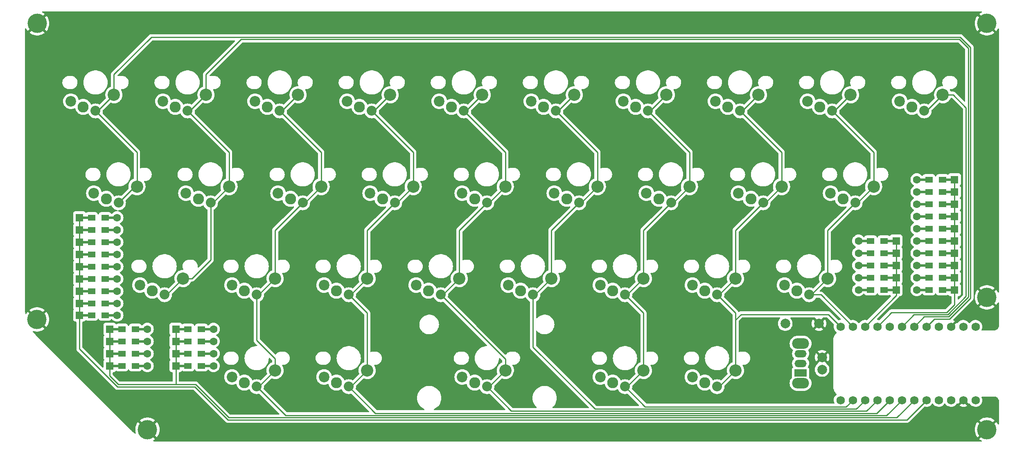
<source format=gbr>
%TF.GenerationSoftware,KiCad,Pcbnew,(6.0.0-rc1-306-g01eebd0b9d)*%
%TF.CreationDate,2022-04-07T08:08:28+01:00*%
%TF.ProjectId,keyboard,6b657962-6f61-4726-942e-6b696361645f,rev?*%
%TF.SameCoordinates,Original*%
%TF.FileFunction,Copper,L1,Top*%
%TF.FilePolarity,Positive*%
%FSLAX46Y46*%
G04 Gerber Fmt 4.6, Leading zero omitted, Abs format (unit mm)*
G04 Created by KiCad (PCBNEW (6.0.0-rc1-306-g01eebd0b9d)) date 2022-04-07 08:08:28*
%MOMM*%
%LPD*%
G01*
G04 APERTURE LIST*
%TA.AperFunction,ComponentPad*%
%ADD10C,2.032000*%
%TD*%
%TA.AperFunction,ComponentPad*%
%ADD11C,2.540000*%
%TD*%
%TA.AperFunction,ComponentPad*%
%ADD12C,2.286000*%
%TD*%
%TA.AperFunction,ComponentPad*%
%ADD13C,2.200000*%
%TD*%
%TA.AperFunction,ComponentPad*%
%ADD14R,1.600000X1.600000*%
%TD*%
%TA.AperFunction,SMDPad,CuDef*%
%ADD15R,1.600000X1.200000*%
%TD*%
%TA.AperFunction,SMDPad,CuDef*%
%ADD16R,2.900000X0.500000*%
%TD*%
%TA.AperFunction,ComponentPad*%
%ADD17C,1.600000*%
%TD*%
%TA.AperFunction,ComponentPad*%
%ADD18C,4.000000*%
%TD*%
%TA.AperFunction,ComponentPad*%
%ADD19C,1.752600*%
%TD*%
%TA.AperFunction,ComponentPad*%
%ADD20C,2.000000*%
%TD*%
%TA.AperFunction,ComponentPad*%
%ADD21O,3.500000X2.200000*%
%TD*%
%TA.AperFunction,ComponentPad*%
%ADD22R,2.500000X1.500000*%
%TD*%
%TA.AperFunction,ComponentPad*%
%ADD23O,2.500000X1.500000*%
%TD*%
%TA.AperFunction,ViaPad*%
%ADD24C,0.800000*%
%TD*%
%TA.AperFunction,Conductor*%
%ADD25C,0.250000*%
%TD*%
G04 APERTURE END LIST*
D10*
%TO.P,K_12,1,COL*%
%TO.N,col2*%
X86867500Y-75940000D03*
D11*
X90677500Y-72580000D03*
D12*
%TO.P,K_12,2,ROW*%
%TO.N,Net-(D_12-Pad2)*%
X84327500Y-75120000D03*
D13*
X81767500Y-73940000D03*
%TD*%
D14*
%TO.P,D_28,1,K*%
%TO.N,row3*%
X209640000Y-91440000D03*
D15*
X207140000Y-91440000D03*
D16*
X208240000Y-91440000D03*
%TO.P,D_28,2,A*%
%TO.N,Net-(D_28-Pad2)*%
X203240000Y-91440000D03*
D17*
X201840000Y-91440000D03*
D15*
X204340000Y-91440000D03*
%TD*%
D11*
%TO.P,K_11,1,COL*%
%TO.N,col1*%
X71627500Y-72580000D03*
D10*
X67817500Y-75940000D03*
D13*
%TO.P,K_11,2,ROW*%
%TO.N,Net-(D_11-Pad2)*%
X62717500Y-73940000D03*
D12*
X65277500Y-75120000D03*
%TD*%
D11*
%TO.P,K_1,1,COL*%
%TO.N,col1*%
X66865000Y-53530000D03*
D10*
X63055000Y-56890000D03*
D12*
%TO.P,K_1,2,ROW*%
%TO.N,Net-(D_1-Pad2)*%
X60515000Y-56070000D03*
D13*
X57955000Y-54890000D03*
%TD*%
D11*
%TO.P,K_27,1,COL*%
%TO.N,col2*%
X81152500Y-110680000D03*
D10*
X77342500Y-114040000D03*
D13*
%TO.P,K_27,2,ROW*%
%TO.N,Net-(D_27-Pad2)*%
X72242500Y-112040000D03*
D12*
X74802500Y-113220000D03*
%TD*%
D16*
%TO.P,D_7,1,K*%
%TO.N,row0*%
X220305000Y-76200000D03*
D14*
X221705000Y-76200000D03*
D15*
X219205000Y-76200000D03*
D16*
%TO.P,D_7,2,A*%
%TO.N,Net-(D_7-Pad2)*%
X215305000Y-76200000D03*
D15*
X216405000Y-76200000D03*
D17*
X213905000Y-76200000D03*
%TD*%
D18*
%TO.P,H6,1,1*%
%TO.N,/GND*%
X228413132Y-122945067D03*
%TD*%
D11*
%TO.P,K_8,1,COL*%
%TO.N,col8*%
X200215000Y-53530000D03*
D10*
X196405000Y-56890000D03*
D13*
%TO.P,K_8,2,ROW*%
%TO.N,Net-(D_8-Pad2)*%
X191305000Y-54890000D03*
D12*
X193865000Y-56070000D03*
%TD*%
D18*
%TO.P,H5,1,1*%
%TO.N,/GND*%
X228410000Y-95540000D03*
%TD*%
D11*
%TO.P,K_25,1,COL*%
%TO.N,col7*%
X176402500Y-91630000D03*
D10*
X172592500Y-94990000D03*
D12*
%TO.P,K_25,2,ROW*%
%TO.N,Net-(D_25-Pad2)*%
X170052500Y-94170000D03*
D13*
X167492500Y-92990000D03*
%TD*%
D11*
%TO.P,K_31,1,COL*%
%TO.N,col7*%
X176402500Y-110680000D03*
D10*
X172592500Y-114040000D03*
D12*
%TO.P,K_31,2,ROW*%
%TO.N,Net-(D_31-Pad2)*%
X170052500Y-113220000D03*
D13*
X167492500Y-112040000D03*
%TD*%
D15*
%TO.P,D_15,1,K*%
%TO.N,row1*%
X43174000Y-91694000D03*
D16*
X42074000Y-91694000D03*
D14*
X40674000Y-91694000D03*
D15*
%TO.P,D_15,2,A*%
%TO.N,Net-(D_15-Pad2)*%
X45974000Y-91694000D03*
D16*
X47074000Y-91694000D03*
D17*
X48474000Y-91694000D03*
%TD*%
D10*
%TO.P,K_23,1,COL*%
%TO.N,col5*%
X134492500Y-94990000D03*
D11*
X138302500Y-91630000D03*
D12*
%TO.P,K_23,2,ROW*%
%TO.N,Net-(D_23-Pad2)*%
X131952500Y-94170000D03*
D13*
X129392500Y-92990000D03*
%TD*%
D10*
%TO.P,K_10,1,COL*%
%TO.N,col0*%
X48767500Y-75940000D03*
D11*
X52577500Y-72580000D03*
D13*
%TO.P,K_10,2,ROW*%
%TO.N,Net-(D_10-Pad2)*%
X43667500Y-73940000D03*
D12*
X46227500Y-75120000D03*
%TD*%
D10*
%TO.P,K_24,1,COL*%
%TO.N,col6*%
X153542500Y-94990000D03*
D11*
X157352500Y-91630000D03*
D13*
%TO.P,K_24,2,ROW*%
%TO.N,Net-(D_24-Pad2)*%
X148442500Y-92990000D03*
D12*
X151002500Y-94170000D03*
%TD*%
D10*
%TO.P,K_9,1,COL*%
%TO.N,col9*%
X215455000Y-56890000D03*
D11*
X219265000Y-53530000D03*
D12*
%TO.P,K_9,2,ROW*%
%TO.N,Net-(D_9-Pad2)*%
X212915000Y-56070000D03*
D13*
X210355000Y-54890000D03*
%TD*%
D11*
%TO.P,K_7,1,COL*%
%TO.N,col7*%
X181165000Y-53530000D03*
D10*
X177355000Y-56890000D03*
D12*
%TO.P,K_7,2,ROW*%
%TO.N,Net-(D_7-Pad2)*%
X174815000Y-56070000D03*
D13*
X172255000Y-54890000D03*
%TD*%
D16*
%TO.P,D_16,1,K*%
%TO.N,row1*%
X42074000Y-94234000D03*
D15*
X43174000Y-94234000D03*
D14*
X40674000Y-94234000D03*
D16*
%TO.P,D_16,2,A*%
%TO.N,Net-(D_16-Pad2)*%
X47074000Y-94234000D03*
D15*
X45974000Y-94234000D03*
D17*
X48474000Y-94234000D03*
%TD*%
D11*
%TO.P,K_14,1,COL*%
%TO.N,col4*%
X128777500Y-72580000D03*
D10*
X124967500Y-75940000D03*
D12*
%TO.P,K_14,2,ROW*%
%TO.N,Net-(D_14-Pad2)*%
X122427500Y-75120000D03*
D13*
X119867500Y-73940000D03*
%TD*%
D10*
%TO.P,K_20,1,COL*%
%TO.N,col2*%
X77342500Y-94990000D03*
D11*
X81152500Y-91630000D03*
D12*
%TO.P,K_20,2,ROW*%
%TO.N,Net-(D_20-Pad2)*%
X74802500Y-94170000D03*
D13*
X72242500Y-92990000D03*
%TD*%
D14*
%TO.P,D_25,1,K*%
%TO.N,row2*%
X60616000Y-107188000D03*
D15*
X63116000Y-107188000D03*
D16*
X62016000Y-107188000D03*
D17*
%TO.P,D_25,2,A*%
%TO.N,Net-(D_25-Pad2)*%
X68416000Y-107188000D03*
D16*
X67016000Y-107188000D03*
D15*
X65916000Y-107188000D03*
%TD*%
D10*
%TO.P,K_4,1,COL*%
%TO.N,col4*%
X120205000Y-56890000D03*
D11*
X124015000Y-53530000D03*
D12*
%TO.P,K_4,2,ROW*%
%TO.N,Net-(D_4-Pad2)*%
X117665000Y-56070000D03*
D13*
X115105000Y-54890000D03*
%TD*%
D18*
%TO.P,H7,1,1*%
%TO.N,/GND*%
X31910000Y-100110000D03*
%TD*%
%TO.P,H8,1,1*%
%TO.N,/GND*%
X54750000Y-122950000D03*
%TD*%
D14*
%TO.P,D_10,1,K*%
%TO.N,row1*%
X40674000Y-78994000D03*
D16*
X42074000Y-78994000D03*
D15*
X43174000Y-78994000D03*
%TO.P,D_10,2,A*%
%TO.N,Net-(D_10-Pad2)*%
X45974000Y-78994000D03*
D17*
X48474000Y-78994000D03*
D16*
X47074000Y-78994000D03*
%TD*%
%TO.P,D_8,1,K*%
%TO.N,row0*%
X220305000Y-73660000D03*
D15*
X219205000Y-73660000D03*
D14*
X221705000Y-73660000D03*
D15*
%TO.P,D_8,2,A*%
%TO.N,Net-(D_8-Pad2)*%
X216405000Y-73660000D03*
D16*
X215305000Y-73660000D03*
D17*
X213905000Y-73660000D03*
%TD*%
D16*
%TO.P,D_17,1,K*%
%TO.N,row1*%
X42074000Y-96774000D03*
D15*
X43174000Y-96774000D03*
D14*
X40674000Y-96774000D03*
D17*
%TO.P,D_17,2,A*%
%TO.N,Net-(D_17-Pad2)*%
X48474000Y-96774000D03*
D16*
X47074000Y-96774000D03*
D15*
X45974000Y-96774000D03*
%TD*%
D16*
%TO.P,D_21,1,K*%
%TO.N,row2*%
X48340000Y-107188000D03*
D15*
X49440000Y-107188000D03*
D14*
X46940000Y-107188000D03*
D15*
%TO.P,D_21,2,A*%
%TO.N,Net-(D_21-Pad2)*%
X52240000Y-107188000D03*
D17*
X54740000Y-107188000D03*
D16*
X53340000Y-107188000D03*
%TD*%
D14*
%TO.P,D_0,1,K*%
%TO.N,row0*%
X221705000Y-86360000D03*
D15*
X219205000Y-86360000D03*
D16*
X220305000Y-86360000D03*
%TO.P,D_0,2,A*%
%TO.N,Net-(D_0-Pad2)*%
X215305000Y-86360000D03*
D15*
X216405000Y-86360000D03*
D17*
X213905000Y-86360000D03*
%TD*%
D19*
%TO.P,U1,1,TX0/P0.06*%
%TO.N,unconnected-(U1-Pad1)*%
X226060000Y-101600000D03*
%TO.P,U1,2,RX1/P0.08*%
%TO.N,unconnected-(U1-Pad2)*%
X223520000Y-101600000D03*
%TO.P,U1,3,GND*%
%TO.N,/GND*%
X220980000Y-101600000D03*
%TO.P,U1,4,GND*%
X218440000Y-101600000D03*
%TO.P,U1,5,P0.17*%
%TO.N,col0*%
X215900000Y-101600000D03*
%TO.P,U1,6,P0.20*%
%TO.N,col1*%
X213360000Y-101600000D03*
%TO.P,U1,7,P0.22*%
%TO.N,col9*%
X210820000Y-101600000D03*
%TO.P,U1,8,P0.24*%
%TO.N,unconnected-(U1-Pad8)*%
X208280000Y-101600000D03*
%TO.P,U1,9,P1.00*%
%TO.N,row0*%
X205740000Y-101600000D03*
%TO.P,U1,10,P0.11*%
%TO.N,row3*%
X203200000Y-101600000D03*
%TO.P,U1,11,P1.04*%
%TO.N,col8*%
X200660000Y-101600000D03*
%TO.P,U1,12,P1.06*%
%TO.N,col7*%
X198120000Y-101600000D03*
%TO.P,U1,13,NFC1/P0.09*%
%TO.N,unconnected-(U1-Pad13)*%
X198120000Y-116840000D03*
%TO.P,U1,14,NFC2/P0.10*%
%TO.N,col6*%
X200660000Y-116840000D03*
%TO.P,U1,15,P1.11*%
%TO.N,col5*%
X203200000Y-116840000D03*
%TO.P,U1,16,P1.13*%
%TO.N,col4*%
X205740000Y-116840000D03*
%TO.P,U1,17,P1.15*%
%TO.N,col3*%
X208280000Y-116840000D03*
%TO.P,U1,18,AIN0/P0.02*%
%TO.N,col2*%
X210820000Y-116840000D03*
%TO.P,U1,19,AIN5/P0.29*%
%TO.N,row2*%
X213360000Y-116840000D03*
%TO.P,U1,20,AIN7/P0.31*%
%TO.N,row1*%
X215900000Y-116840000D03*
%TO.P,U1,21,VCC*%
%TO.N,unconnected-(U1-Pad21)*%
X218440000Y-116840000D03*
%TO.P,U1,22,RST*%
%TO.N,/RST*%
X220980000Y-116840000D03*
%TO.P,U1,23,GND*%
%TO.N,/GND*%
X223520000Y-116840000D03*
%TO.P,U1,24,BATIN/P0.04*%
%TO.N,/BAT*%
X226060000Y-116840000D03*
%TD*%
D11*
%TO.P,K_16,1,COL*%
%TO.N,col6*%
X166877500Y-72580000D03*
D10*
X163067500Y-75940000D03*
D12*
%TO.P,K_16,2,ROW*%
%TO.N,Net-(D_16-Pad2)*%
X160527500Y-75120000D03*
D13*
X157967500Y-73940000D03*
%TD*%
D15*
%TO.P,D_29,1,K*%
%TO.N,row3*%
X207140000Y-88900000D03*
D14*
X209640000Y-88900000D03*
D16*
X208240000Y-88900000D03*
%TO.P,D_29,2,A*%
%TO.N,Net-(D_29-Pad2)*%
X203240000Y-88900000D03*
D17*
X201840000Y-88900000D03*
D15*
X204340000Y-88900000D03*
%TD*%
D14*
%TO.P,D_19,1,K*%
%TO.N,row2*%
X46940000Y-102108000D03*
D15*
X49440000Y-102108000D03*
D16*
X48340000Y-102108000D03*
%TO.P,D_19,2,A*%
%TO.N,Net-(D_19-Pad2)*%
X53340000Y-102108000D03*
D17*
X54740000Y-102108000D03*
D15*
X52240000Y-102108000D03*
%TD*%
D11*
%TO.P,K_19,1,COL*%
%TO.N,col1*%
X62102500Y-91630000D03*
D10*
X58292500Y-94990000D03*
D12*
%TO.P,K_19,2,ROW*%
%TO.N,Net-(D_19-Pad2)*%
X55752500Y-94170000D03*
D13*
X53192500Y-92990000D03*
%TD*%
D16*
%TO.P,D_22,1,K*%
%TO.N,row2*%
X48340000Y-109728000D03*
D14*
X46940000Y-109728000D03*
D15*
X49440000Y-109728000D03*
%TO.P,D_22,2,A*%
%TO.N,Net-(D_22-Pad2)*%
X52240000Y-109728000D03*
D16*
X53340000Y-109728000D03*
D17*
X54740000Y-109728000D03*
%TD*%
D10*
%TO.P,K_15,1,COL*%
%TO.N,col5*%
X144017500Y-75940000D03*
D11*
X147827500Y-72580000D03*
D12*
%TO.P,K_15,2,ROW*%
%TO.N,Net-(D_15-Pad2)*%
X141477500Y-75120000D03*
D13*
X138917500Y-73940000D03*
%TD*%
D10*
%TO.P,K_29,1,COL*%
%TO.N,col4*%
X124976300Y-114040000D03*
D11*
X128786300Y-110680000D03*
D12*
%TO.P,K_29,2,ROW*%
%TO.N,Net-(D_29-Pad2)*%
X122436300Y-113220000D03*
D13*
X119876300Y-112040000D03*
%TD*%
D11*
%TO.P,K_21,1,COL*%
%TO.N,col3*%
X100202500Y-91630000D03*
D10*
X96392500Y-94990000D03*
D13*
%TO.P,K_21,2,ROW*%
%TO.N,Net-(D_21-Pad2)*%
X91292500Y-92990000D03*
D12*
X93852500Y-94170000D03*
%TD*%
D14*
%TO.P,D_5,1,K*%
%TO.N,row0*%
X221705000Y-81280000D03*
D15*
X219205000Y-81280000D03*
D16*
X220305000Y-81280000D03*
D15*
%TO.P,D_5,2,A*%
%TO.N,Net-(D_5-Pad2)*%
X216405000Y-81280000D03*
D16*
X215305000Y-81280000D03*
D17*
X213905000Y-81280000D03*
%TD*%
D16*
%TO.P,D_9,1,K*%
%TO.N,row0*%
X220305000Y-71120000D03*
D15*
X219205000Y-71120000D03*
D14*
X221705000Y-71120000D03*
D16*
%TO.P,D_9,2,A*%
%TO.N,Net-(D_9-Pad2)*%
X215305000Y-71120000D03*
D15*
X216405000Y-71120000D03*
D17*
X213905000Y-71120000D03*
%TD*%
D11*
%TO.P,K_22,1,COL*%
%TO.N,col4*%
X119252500Y-91630000D03*
D10*
X115442500Y-94990000D03*
D12*
%TO.P,K_22,2,ROW*%
%TO.N,Net-(D_22-Pad2)*%
X112902500Y-94170000D03*
D13*
X110342500Y-92990000D03*
%TD*%
D20*
%TO.P,TP1,1,1*%
%TO.N,/RST*%
X194310000Y-110490000D03*
%TO.P,TP1,2,2*%
%TO.N,/GND*%
X194310000Y-107950000D03*
%TD*%
D18*
%TO.P,H4,1,1*%
%TO.N,/GND*%
X228410000Y-38750000D03*
%TD*%
D10*
%TO.P,K_0,1,COL*%
%TO.N,col0*%
X44005000Y-56890000D03*
D11*
X47815000Y-53530000D03*
D12*
%TO.P,K_0,2,ROW*%
%TO.N,Net-(D_0-Pad2)*%
X41465000Y-56070000D03*
D13*
X38905000Y-54890000D03*
%TD*%
D20*
%TO.P,PWR,1,1*%
%TO.N,/BATIN*%
X186690000Y-100965000D03*
%TD*%
D10*
%TO.P,K_17,1,COL*%
%TO.N,col7*%
X182117500Y-75940000D03*
D11*
X185927500Y-72580000D03*
D12*
%TO.P,K_17,2,ROW*%
%TO.N,Net-(D_17-Pad2)*%
X179577500Y-75120000D03*
D13*
X177017500Y-73940000D03*
%TD*%
D14*
%TO.P,D_13,1,K*%
%TO.N,row1*%
X40674000Y-86614000D03*
D15*
X43174000Y-86614000D03*
D16*
X42074000Y-86614000D03*
D15*
%TO.P,D_13,2,A*%
%TO.N,Net-(D_13-Pad2)*%
X45974000Y-86614000D03*
D16*
X47074000Y-86614000D03*
D17*
X48474000Y-86614000D03*
%TD*%
D14*
%TO.P,D_24,1,K*%
%TO.N,row2*%
X60616000Y-104648000D03*
D16*
X62016000Y-104648000D03*
D15*
X63116000Y-104648000D03*
D16*
%TO.P,D_24,2,A*%
%TO.N,Net-(D_24-Pad2)*%
X67016000Y-104648000D03*
D17*
X68416000Y-104648000D03*
D15*
X65916000Y-104648000D03*
%TD*%
D21*
%TO.P,SW1,*%
%TO.N,*%
X189865000Y-105120000D03*
X189865000Y-113320000D03*
D22*
%TO.P,SW1,1,A*%
%TO.N,unconnected-(SW1-Pad1)*%
X189865000Y-111220000D03*
D23*
%TO.P,SW1,2,B*%
%TO.N,/BAT*%
X189865000Y-109220000D03*
%TO.P,SW1,3,C*%
%TO.N,/BATIN*%
X189865000Y-107220000D03*
%TD*%
D16*
%TO.P,D_11,1,K*%
%TO.N,row1*%
X42074000Y-81534000D03*
D15*
X43174000Y-81534000D03*
D14*
X40674000Y-81534000D03*
D17*
%TO.P,D_11,2,A*%
%TO.N,Net-(D_11-Pad2)*%
X48474000Y-81534000D03*
D16*
X47074000Y-81534000D03*
D15*
X45974000Y-81534000D03*
%TD*%
%TO.P,D_1,1,K*%
%TO.N,row0*%
X219205000Y-88900000D03*
D16*
X220305000Y-88900000D03*
D14*
X221705000Y-88900000D03*
D15*
%TO.P,D_1,2,A*%
%TO.N,Net-(D_1-Pad2)*%
X216405000Y-88900000D03*
D16*
X215305000Y-88900000D03*
D17*
X213905000Y-88900000D03*
%TD*%
D11*
%TO.P,K_5,1,COL*%
%TO.N,col5*%
X143065000Y-53530000D03*
D10*
X139255000Y-56890000D03*
D13*
%TO.P,K_5,2,ROW*%
%TO.N,Net-(D_5-Pad2)*%
X134155000Y-54890000D03*
D12*
X136715000Y-56070000D03*
%TD*%
D16*
%TO.P,D_31,1,K*%
%TO.N,row3*%
X208240000Y-83820000D03*
D15*
X207140000Y-83820000D03*
D14*
X209640000Y-83820000D03*
D17*
%TO.P,D_31,2,A*%
%TO.N,Net-(D_31-Pad2)*%
X201840000Y-83820000D03*
D16*
X203240000Y-83820000D03*
D15*
X204340000Y-83820000D03*
%TD*%
D16*
%TO.P,D_12,1,K*%
%TO.N,row1*%
X42074000Y-84074000D03*
D14*
X40674000Y-84074000D03*
D15*
X43174000Y-84074000D03*
%TO.P,D_12,2,A*%
%TO.N,Net-(D_12-Pad2)*%
X45974000Y-84074000D03*
D16*
X47074000Y-84074000D03*
D17*
X48474000Y-84074000D03*
%TD*%
D11*
%TO.P,K_18,1,COL*%
%TO.N,col8*%
X204977500Y-72580000D03*
D10*
X201167500Y-75940000D03*
D13*
%TO.P,K_18,2,ROW*%
%TO.N,Net-(D_18-Pad2)*%
X196067500Y-73940000D03*
D12*
X198627500Y-75120000D03*
%TD*%
D20*
%TO.P,GND,1,1*%
%TO.N,/GND*%
X193675000Y-100965000D03*
%TD*%
D14*
%TO.P,D_23,1,K*%
%TO.N,row2*%
X60616000Y-102108000D03*
D16*
X62016000Y-102108000D03*
D15*
X63116000Y-102108000D03*
%TO.P,D_23,2,A*%
%TO.N,Net-(D_23-Pad2)*%
X65916000Y-102108000D03*
D16*
X67016000Y-102108000D03*
D17*
X68416000Y-102108000D03*
%TD*%
D16*
%TO.P,D_3,1,K*%
%TO.N,row0*%
X220305000Y-93980000D03*
D15*
X219205000Y-93980000D03*
D14*
X221705000Y-93980000D03*
D15*
%TO.P,D_3,2,A*%
%TO.N,Net-(D_3-Pad2)*%
X216405000Y-93980000D03*
D17*
X213905000Y-93980000D03*
D16*
X215305000Y-93980000D03*
%TD*%
D10*
%TO.P,K_13,1,COL*%
%TO.N,col3*%
X105917500Y-75940000D03*
D11*
X109727500Y-72580000D03*
D12*
%TO.P,K_13,2,ROW*%
%TO.N,Net-(D_13-Pad2)*%
X103377500Y-75120000D03*
D13*
X100817500Y-73940000D03*
%TD*%
D11*
%TO.P,K_6,1,COL*%
%TO.N,col6*%
X162115000Y-53530000D03*
D10*
X158305000Y-56890000D03*
D12*
%TO.P,K_6,2,ROW*%
%TO.N,Net-(D_6-Pad2)*%
X155765000Y-56070000D03*
D13*
X153205000Y-54890000D03*
%TD*%
D11*
%TO.P,K_26,1,COL*%
%TO.N,col8*%
X195452500Y-91630000D03*
D10*
X191642500Y-94990000D03*
D12*
%TO.P,K_26,2,ROW*%
%TO.N,Net-(D_26-Pad2)*%
X189102500Y-94170000D03*
D13*
X186542500Y-92990000D03*
%TD*%
D18*
%TO.P,H3,1,1*%
%TO.N,/GND*%
X31920000Y-38750000D03*
%TD*%
D16*
%TO.P,D_14,1,K*%
%TO.N,row1*%
X42074000Y-89154000D03*
D14*
X40674000Y-89154000D03*
D15*
X43174000Y-89154000D03*
D16*
%TO.P,D_14,2,A*%
%TO.N,Net-(D_14-Pad2)*%
X47074000Y-89154000D03*
D15*
X45974000Y-89154000D03*
D17*
X48474000Y-89154000D03*
%TD*%
D14*
%TO.P,D_30,1,K*%
%TO.N,row3*%
X209640000Y-86360000D03*
D16*
X208240000Y-86360000D03*
D15*
X207140000Y-86360000D03*
D17*
%TO.P,D_30,2,A*%
%TO.N,Net-(D_30-Pad2)*%
X201840000Y-86360000D03*
D15*
X204340000Y-86360000D03*
D16*
X203240000Y-86360000D03*
%TD*%
%TO.P,D_6,1,K*%
%TO.N,row0*%
X220305000Y-78740000D03*
D15*
X219205000Y-78740000D03*
D14*
X221705000Y-78740000D03*
D16*
%TO.P,D_6,2,A*%
%TO.N,Net-(D_6-Pad2)*%
X215305000Y-78740000D03*
D17*
X213905000Y-78740000D03*
D15*
X216405000Y-78740000D03*
%TD*%
D14*
%TO.P,D_20,1,K*%
%TO.N,row2*%
X46940000Y-104648000D03*
D15*
X49440000Y-104648000D03*
D16*
X48340000Y-104648000D03*
%TO.P,D_20,2,A*%
%TO.N,Net-(D_20-Pad2)*%
X53340000Y-104648000D03*
D17*
X54740000Y-104648000D03*
D15*
X52240000Y-104648000D03*
%TD*%
D11*
%TO.P,K_28,1,COL*%
%TO.N,col3*%
X100202500Y-110680000D03*
D10*
X96392500Y-114040000D03*
D12*
%TO.P,K_28,2,ROW*%
%TO.N,Net-(D_28-Pad2)*%
X93852500Y-113220000D03*
D13*
X91292500Y-112040000D03*
%TD*%
D15*
%TO.P,D_27,1,K*%
%TO.N,row3*%
X207140000Y-93980000D03*
D14*
X209640000Y-93980000D03*
D16*
X208240000Y-93980000D03*
%TO.P,D_27,2,A*%
%TO.N,Net-(D_27-Pad2)*%
X203240000Y-93980000D03*
D15*
X204340000Y-93980000D03*
D17*
X201840000Y-93980000D03*
%TD*%
D10*
%TO.P,K_30,1,COL*%
%TO.N,col6*%
X153542500Y-114040000D03*
D11*
X157352500Y-110680000D03*
D12*
%TO.P,K_30,2,ROW*%
%TO.N,Net-(D_30-Pad2)*%
X151002500Y-113220000D03*
D13*
X148442500Y-112040000D03*
%TD*%
D15*
%TO.P,D_26,1,K*%
%TO.N,row2*%
X63116000Y-109728000D03*
D14*
X60616000Y-109728000D03*
D16*
X62016000Y-109728000D03*
%TO.P,D_26,2,A*%
%TO.N,Net-(D_26-Pad2)*%
X67016000Y-109728000D03*
D15*
X65916000Y-109728000D03*
D17*
X68416000Y-109728000D03*
%TD*%
D11*
%TO.P,K_3,1,COL*%
%TO.N,col3*%
X104965000Y-53530000D03*
D10*
X101155000Y-56890000D03*
D12*
%TO.P,K_3,2,ROW*%
%TO.N,Net-(D_3-Pad2)*%
X98615000Y-56070000D03*
D13*
X96055000Y-54890000D03*
%TD*%
D15*
%TO.P,D_18,1,K*%
%TO.N,row1*%
X43174749Y-99234346D03*
D16*
X42074749Y-99234346D03*
D14*
X40674749Y-99234346D03*
D17*
%TO.P,D_18,2,A*%
%TO.N,Net-(D_18-Pad2)*%
X48474749Y-99234346D03*
D15*
X45974749Y-99234346D03*
D16*
X47074749Y-99234346D03*
%TD*%
D11*
%TO.P,K_2,1,COL*%
%TO.N,col2*%
X85915000Y-53530000D03*
D10*
X82105000Y-56890000D03*
D13*
%TO.P,K_2,2,ROW*%
%TO.N,Net-(D_2-Pad2)*%
X77005000Y-54890000D03*
D12*
X79565000Y-56070000D03*
%TD*%
D15*
%TO.P,D_4,1,K*%
%TO.N,row0*%
X219205000Y-83820000D03*
D16*
X220305000Y-83820000D03*
D14*
X221705000Y-83820000D03*
D15*
%TO.P,D_4,2,A*%
%TO.N,Net-(D_4-Pad2)*%
X216405000Y-83820000D03*
D16*
X215305000Y-83820000D03*
D17*
X213905000Y-83820000D03*
%TD*%
D15*
%TO.P,D_2,1,K*%
%TO.N,row0*%
X219205000Y-91440000D03*
D14*
X221705000Y-91440000D03*
D16*
X220305000Y-91440000D03*
%TO.P,D_2,2,A*%
%TO.N,Net-(D_2-Pad2)*%
X215305000Y-91440000D03*
D17*
X213905000Y-91440000D03*
D15*
X216405000Y-91440000D03*
%TD*%
D24*
%TO.N,/GND*%
X167640000Y-104140000D03*
X109220000Y-104140000D03*
X65532000Y-99568000D03*
X86868000Y-104140000D03*
X178054000Y-103886000D03*
X205105000Y-80645000D03*
X141986000Y-104140000D03*
X205105000Y-96520000D03*
%TD*%
D25*
%TO.N,col0*%
X222915717Y-41610000D02*
X224999040Y-43693323D01*
X220682945Y-99994206D02*
X217505794Y-99994206D01*
X52577500Y-65462500D02*
X52577500Y-72580000D01*
X47815000Y-53530000D02*
X44455000Y-56890000D01*
X48767500Y-75940000D02*
X52127500Y-72580000D01*
X47815000Y-49340000D02*
X55545000Y-41610000D01*
X224999040Y-43693323D02*
X224999040Y-95678113D01*
X52127500Y-72580000D02*
X52577500Y-72580000D01*
X224999040Y-95678113D02*
X220682945Y-99994206D01*
X217505794Y-99994206D02*
X215900000Y-101600000D01*
X44455000Y-56890000D02*
X44005000Y-56890000D01*
X47815000Y-53530000D02*
X47815000Y-49340000D01*
X44005000Y-56890000D02*
X52577500Y-65462500D01*
X55545000Y-41610000D02*
X222915717Y-41610000D01*
%TO.N,col1*%
X58742500Y-94990000D02*
X58292500Y-94990000D01*
X62102500Y-91630000D02*
X58742500Y-94990000D01*
X71627500Y-72580000D02*
X68267500Y-75940000D01*
X222729520Y-42059520D02*
X224549520Y-43879520D01*
X66865000Y-49340000D02*
X74145480Y-42059520D01*
X224549520Y-95491915D02*
X220496748Y-99544686D01*
X68267500Y-75940000D02*
X67817500Y-75940000D01*
X63055000Y-56890000D02*
X71627500Y-65462500D01*
X66865000Y-53530000D02*
X66865000Y-49340000D01*
X74145480Y-42059520D02*
X222729520Y-42059520D01*
X71627500Y-65462500D02*
X71627500Y-72580000D01*
X224549520Y-43879520D02*
X224549520Y-95491915D01*
X67817500Y-87757500D02*
X63945000Y-91630000D01*
X220496748Y-99544686D02*
X215415314Y-99544686D01*
X63945000Y-91630000D02*
X62102500Y-91630000D01*
X66865000Y-53530000D02*
X63505000Y-56890000D01*
X67817500Y-75940000D02*
X67817500Y-87757500D01*
X215415314Y-99544686D02*
X213360000Y-101600000D01*
X63505000Y-56890000D02*
X63055000Y-56890000D01*
%TO.N,col2*%
X85915000Y-53530000D02*
X82555000Y-56890000D01*
X77792500Y-114040000D02*
X77342500Y-114040000D01*
X77342500Y-104440148D02*
X81152500Y-108250148D01*
X86867500Y-75940000D02*
X81152500Y-81655000D01*
X77342500Y-114040000D02*
X83307460Y-120004960D01*
X90677500Y-72580000D02*
X87317500Y-75940000D01*
X81152500Y-91630000D02*
X77792500Y-94990000D01*
X81152500Y-108250148D02*
X81152500Y-110680000D01*
X207655040Y-120004960D02*
X210820000Y-116840000D01*
X81152500Y-81655000D02*
X81152500Y-91630000D01*
X90677500Y-65462500D02*
X90677500Y-72580000D01*
X83307460Y-120004960D02*
X207655040Y-120004960D01*
X77342500Y-94990000D02*
X77342500Y-104440148D01*
X82105000Y-56890000D02*
X90677500Y-65462500D01*
X87317500Y-75940000D02*
X86867500Y-75940000D01*
X82555000Y-56890000D02*
X82105000Y-56890000D01*
X81152500Y-110680000D02*
X77792500Y-114040000D01*
X77792500Y-94990000D02*
X77342500Y-94990000D01*
%TO.N,col3*%
X96842500Y-114040000D02*
X96392500Y-114040000D01*
X101605000Y-56890000D02*
X101155000Y-56890000D01*
X205564560Y-119555440D02*
X208280000Y-116840000D01*
X96842500Y-94990000D02*
X96392500Y-94990000D01*
X96392500Y-94990000D02*
X100202500Y-98800000D01*
X100202500Y-81655000D02*
X100202500Y-91630000D01*
X101907940Y-119555440D02*
X205564560Y-119555440D01*
X96392500Y-114040000D02*
X101907940Y-119555440D01*
X101155000Y-56890000D02*
X109727500Y-65462500D01*
X106367500Y-75940000D02*
X105917500Y-75940000D01*
X100202500Y-98800000D02*
X100202500Y-110680000D01*
X100202500Y-110680000D02*
X96842500Y-114040000D01*
X104965000Y-53530000D02*
X101605000Y-56890000D01*
X109727500Y-65462500D02*
X109727500Y-72580000D01*
X109727500Y-72580000D02*
X106367500Y-75940000D01*
X105917500Y-75940000D02*
X100202500Y-81655000D01*
X100202500Y-91630000D02*
X96842500Y-94990000D01*
%TO.N,col4*%
X119252500Y-91630000D02*
X115892500Y-94990000D01*
X128777500Y-110680000D02*
X125417500Y-114040000D01*
X128777500Y-65462500D02*
X128777500Y-72580000D01*
X119252500Y-81655000D02*
X119252500Y-91630000D01*
X128777500Y-108325000D02*
X128777500Y-110680000D01*
X125417500Y-75940000D02*
X124967500Y-75940000D01*
X124967500Y-114040000D02*
X130033420Y-119105920D01*
X125417500Y-114040000D02*
X124967500Y-114040000D01*
X120655000Y-56890000D02*
X120205000Y-56890000D01*
X124967500Y-75940000D02*
X119252500Y-81655000D01*
X120205000Y-56890000D02*
X128777500Y-65462500D01*
X115892500Y-94990000D02*
X115442500Y-94990000D01*
X128777500Y-72580000D02*
X125417500Y-75940000D01*
X124015000Y-53530000D02*
X120655000Y-56890000D01*
X203474080Y-119105920D02*
X205740000Y-116840000D01*
X115442500Y-94990000D02*
X128777500Y-108325000D01*
X130033420Y-119105920D02*
X203474080Y-119105920D01*
%TO.N,col5*%
X143065000Y-53530000D02*
X139705000Y-56890000D01*
X147827500Y-65462500D02*
X147827500Y-72580000D01*
X134492500Y-94990000D02*
X134492500Y-105828900D01*
X138302500Y-91630000D02*
X134942500Y-94990000D01*
X138302500Y-81655000D02*
X138302500Y-91630000D01*
X147827500Y-72580000D02*
X144467500Y-75940000D01*
X139255000Y-56890000D02*
X147827500Y-65462500D01*
X144017500Y-75940000D02*
X138302500Y-81655000D01*
X144467500Y-75940000D02*
X144017500Y-75940000D01*
X134942500Y-94990000D02*
X134492500Y-94990000D01*
X147320000Y-118656400D02*
X201383600Y-118656400D01*
X201383600Y-118656400D02*
X203200000Y-116840000D01*
X134492500Y-105828900D02*
X147320000Y-118656400D01*
X139705000Y-56890000D02*
X139255000Y-56890000D01*
%TO.N,col6*%
X153992500Y-94990000D02*
X153542500Y-94990000D01*
X166877500Y-72580000D02*
X163517500Y-75940000D01*
X199293120Y-118206880D02*
X200660000Y-116840000D01*
X157352500Y-81655000D02*
X157352500Y-91630000D01*
X157352500Y-91630000D02*
X153992500Y-94990000D01*
X153542500Y-114040000D02*
X157709380Y-118206880D01*
X153992500Y-114040000D02*
X153542500Y-114040000D01*
X158305000Y-56890000D02*
X166877500Y-65462500D01*
X163067500Y-75940000D02*
X157352500Y-81655000D01*
X157709380Y-118206880D02*
X199293120Y-118206880D01*
X157352500Y-98800000D02*
X157352500Y-110680000D01*
X162115000Y-53530000D02*
X158755000Y-56890000D01*
X163517500Y-75940000D02*
X163067500Y-75940000D01*
X166877500Y-65462500D02*
X166877500Y-72580000D01*
X157352500Y-110680000D02*
X153992500Y-114040000D01*
X153542500Y-94990000D02*
X157352500Y-98800000D01*
X158755000Y-56890000D02*
X158305000Y-56890000D01*
%TO.N,col7*%
X176402500Y-81655000D02*
X176402500Y-91630000D01*
X182117500Y-75940000D02*
X176402500Y-81655000D01*
X176402500Y-110680000D02*
X173042500Y-114040000D01*
X185927500Y-72580000D02*
X182567500Y-75940000D01*
X177355000Y-56890000D02*
X185927500Y-65462500D01*
X176402500Y-98800000D02*
X176402500Y-100202500D01*
X177545000Y-99060000D02*
X195580000Y-99060000D01*
X176402500Y-100202500D02*
X177545000Y-99060000D01*
X176402500Y-91630000D02*
X173042500Y-94990000D01*
X172592500Y-94990000D02*
X176402500Y-98800000D01*
X185927500Y-65462500D02*
X185927500Y-72580000D01*
X177805000Y-56890000D02*
X177355000Y-56890000D01*
X182567500Y-75940000D02*
X182117500Y-75940000D01*
X173042500Y-114040000D02*
X172592500Y-114040000D01*
X195580000Y-99060000D02*
X198120000Y-101600000D01*
X181165000Y-53530000D02*
X177805000Y-56890000D01*
X176402500Y-98800000D02*
X176402500Y-110680000D01*
X173042500Y-94990000D02*
X172592500Y-94990000D01*
%TO.N,col8*%
X194050000Y-94990000D02*
X200660000Y-101600000D01*
X195452500Y-91630000D02*
X192092500Y-94990000D01*
X204977500Y-65462500D02*
X204977500Y-72580000D01*
X196855000Y-56890000D02*
X196405000Y-56890000D01*
X201167500Y-75940000D02*
X195452500Y-81655000D01*
X204977500Y-72580000D02*
X201617500Y-75940000D01*
X192092500Y-94990000D02*
X191642500Y-94990000D01*
X201617500Y-75940000D02*
X201167500Y-75940000D01*
X191642500Y-94990000D02*
X194050000Y-94990000D01*
X196405000Y-56890000D02*
X204977500Y-65462500D01*
X200215000Y-53530000D02*
X196855000Y-56890000D01*
X195452500Y-81655000D02*
X195452500Y-91630000D01*
%TO.N,col9*%
X219265000Y-53530000D02*
X221400000Y-53530000D01*
X224100000Y-95305717D02*
X220310551Y-99095166D01*
X213324834Y-99095166D02*
X210820000Y-101600000D01*
X221400000Y-53530000D02*
X224100000Y-56230000D01*
X224100000Y-56230000D02*
X224100000Y-95305717D01*
X219265000Y-53530000D02*
X215905000Y-56890000D01*
X215905000Y-56890000D02*
X215455000Y-56890000D01*
X220310551Y-99095166D02*
X213324834Y-99095166D01*
%TO.N,row0*%
X208694354Y-98645646D02*
X220124354Y-98645646D01*
X205740000Y-101600000D02*
X208694354Y-98645646D01*
X220124354Y-98645646D02*
X221705000Y-97065000D01*
X221705000Y-97065000D02*
X221705000Y-93980000D01*
X221705000Y-71120000D02*
X221705000Y-93980000D01*
%TO.N,row1*%
X40674000Y-78994000D02*
X40674000Y-99233597D01*
X71373282Y-120904000D02*
X211836000Y-120904000D01*
X40674000Y-99233597D02*
X40674749Y-99234346D01*
X40674749Y-99234346D02*
X40674749Y-106206749D01*
X64515282Y-114046000D02*
X71373282Y-120904000D01*
X40674749Y-106206749D02*
X48514000Y-114046000D01*
X48514000Y-114046000D02*
X64515282Y-114046000D01*
X211836000Y-120904000D02*
X215900000Y-116840000D01*
%TO.N,row2*%
X60616000Y-102108000D02*
X60616000Y-109728000D01*
X46940000Y-109728000D02*
X46940000Y-111836282D01*
X48700198Y-113596480D02*
X60647520Y-113596480D01*
X46940000Y-111836282D02*
X48700198Y-113596480D01*
X60616000Y-113564960D02*
X60616000Y-109728000D01*
X64701480Y-113596480D02*
X60647520Y-113596480D01*
X209745520Y-120454480D02*
X71559480Y-120454480D01*
X60647520Y-113596480D02*
X60616000Y-113564960D01*
X46940000Y-102108000D02*
X46940000Y-109728000D01*
X213360000Y-116840000D02*
X209745520Y-120454480D01*
X71559480Y-120454480D02*
X64701480Y-113596480D01*
%TO.N,row3*%
X209640000Y-83820000D02*
X209640000Y-93980000D01*
X209640000Y-95160000D02*
X203200000Y-101600000D01*
X209640000Y-93980000D02*
X209640000Y-95160000D01*
%TD*%
%TA.AperFunction,Conductor*%
%TO.N,/GND*%
G36*
X227324476Y-36272426D02*
G01*
X227370969Y-36326082D01*
X227381073Y-36396356D01*
X227351579Y-36460936D01*
X227317056Y-36488839D01*
X227066961Y-36626330D01*
X227060281Y-36630570D01*
X226837177Y-36792664D01*
X226828754Y-36803587D01*
X226835658Y-36816448D01*
X228452169Y-38432959D01*
X228486195Y-38495271D01*
X228489073Y-38521694D01*
X228490000Y-38850000D01*
X228821795Y-38853465D01*
X228889702Y-38874177D01*
X228909573Y-38890363D01*
X230341145Y-40321935D01*
X230354407Y-40329177D01*
X230364512Y-40321988D01*
X230440505Y-40230129D01*
X230445149Y-40223736D01*
X230609999Y-39963974D01*
X230613811Y-39957041D01*
X230661983Y-39854669D01*
X230709086Y-39801548D01*
X230777430Y-39782325D01*
X230845318Y-39803104D01*
X230891195Y-39857287D01*
X230901991Y-39908317D01*
X230901991Y-94381683D01*
X230881989Y-94449804D01*
X230828333Y-94496297D01*
X230758059Y-94506401D01*
X230693479Y-94476907D01*
X230661983Y-94435331D01*
X230613811Y-94332959D01*
X230609999Y-94326026D01*
X230445149Y-94066264D01*
X230440505Y-94059871D01*
X230365503Y-93969210D01*
X230352986Y-93960755D01*
X230342248Y-93966962D01*
X228782022Y-95527188D01*
X228774408Y-95541132D01*
X228774539Y-95542965D01*
X228778790Y-95549580D01*
X230341145Y-97111935D01*
X230354407Y-97119177D01*
X230364512Y-97111988D01*
X230440505Y-97020129D01*
X230445149Y-97013736D01*
X230609999Y-96753974D01*
X230613811Y-96747041D01*
X230661983Y-96644669D01*
X230709086Y-96591548D01*
X230777430Y-96572325D01*
X230845318Y-96593104D01*
X230891195Y-96647287D01*
X230901991Y-96698317D01*
X230901991Y-101344040D01*
X230900491Y-101363424D01*
X230896805Y-101387098D01*
X230898459Y-101399743D01*
X230899043Y-101427060D01*
X230887881Y-101554646D01*
X230884068Y-101576272D01*
X230863301Y-101653775D01*
X230845019Y-101722004D01*
X230837507Y-101742643D01*
X230773746Y-101879378D01*
X230762764Y-101898398D01*
X230676227Y-102021986D01*
X230662109Y-102038811D01*
X230555434Y-102145486D01*
X230538609Y-102159604D01*
X230415021Y-102246141D01*
X230396001Y-102257123D01*
X230259266Y-102320884D01*
X230238627Y-102328396D01*
X230209924Y-102336087D01*
X230092895Y-102367445D01*
X230071272Y-102371257D01*
X230027382Y-102375097D01*
X229950572Y-102381817D01*
X229934112Y-102381264D01*
X229934107Y-102381673D01*
X229925133Y-102381563D01*
X229916261Y-102380182D01*
X229907359Y-102381346D01*
X229907356Y-102381346D01*
X229884740Y-102384304D01*
X229868402Y-102385368D01*
X227419447Y-102385368D01*
X227351326Y-102365366D01*
X227304833Y-102311710D01*
X227294729Y-102241436D01*
X227306490Y-102203541D01*
X227309669Y-102197110D01*
X227351967Y-102111526D01*
X227418164Y-101893646D01*
X227419972Y-101879913D01*
X227447450Y-101671201D01*
X227447451Y-101671194D01*
X227447887Y-101667879D01*
X227448393Y-101647163D01*
X227449464Y-101603365D01*
X227449464Y-101603360D01*
X227449546Y-101600000D01*
X227438025Y-101459866D01*
X227431311Y-101378202D01*
X227431310Y-101378196D01*
X227430887Y-101373051D01*
X227387453Y-101200130D01*
X227376672Y-101157208D01*
X227376671Y-101157204D01*
X227375413Y-101152197D01*
X227372170Y-101144739D01*
X227286672Y-100948106D01*
X227286670Y-100948103D01*
X227284612Y-100943369D01*
X227191539Y-100799500D01*
X227163731Y-100756515D01*
X227163729Y-100756512D01*
X227160923Y-100752175D01*
X227007668Y-100583750D01*
X226828963Y-100442618D01*
X226629607Y-100332567D01*
X226504424Y-100288237D01*
X226419829Y-100258280D01*
X226419825Y-100258279D01*
X226414954Y-100256554D01*
X226409861Y-100255647D01*
X226409858Y-100255646D01*
X226195857Y-100217527D01*
X226195851Y-100217526D01*
X226190768Y-100216621D01*
X226103028Y-100215549D01*
X225968239Y-100213902D01*
X225968237Y-100213902D01*
X225963070Y-100213839D01*
X225737976Y-100248283D01*
X225521529Y-100319029D01*
X225516937Y-100321419D01*
X225516938Y-100321419D01*
X225325582Y-100421033D01*
X225319544Y-100424176D01*
X225315411Y-100427279D01*
X225315408Y-100427281D01*
X225141579Y-100557795D01*
X225137444Y-100560900D01*
X225099386Y-100600725D01*
X225003214Y-100701364D01*
X224980120Y-100725530D01*
X224933071Y-100794502D01*
X224893784Y-100852094D01*
X224838873Y-100897096D01*
X224768348Y-100905267D01*
X224704601Y-100874013D01*
X224683904Y-100849529D01*
X224623731Y-100756515D01*
X224623729Y-100756512D01*
X224620923Y-100752175D01*
X224467668Y-100583750D01*
X224288963Y-100442618D01*
X224089607Y-100332567D01*
X223964424Y-100288237D01*
X223879829Y-100258280D01*
X223879825Y-100258279D01*
X223874954Y-100256554D01*
X223869861Y-100255647D01*
X223869858Y-100255646D01*
X223655857Y-100217527D01*
X223655851Y-100217526D01*
X223650768Y-100216621D01*
X223563028Y-100215549D01*
X223428239Y-100213902D01*
X223428237Y-100213902D01*
X223423070Y-100213839D01*
X223197976Y-100248283D01*
X222981529Y-100319029D01*
X222976937Y-100321419D01*
X222976938Y-100321419D01*
X222785582Y-100421033D01*
X222779544Y-100424176D01*
X222775411Y-100427279D01*
X222775408Y-100427281D01*
X222601579Y-100557795D01*
X222597444Y-100560900D01*
X222559386Y-100600725D01*
X222463214Y-100701364D01*
X222440120Y-100725530D01*
X222353477Y-100852545D01*
X222298568Y-100897545D01*
X222228044Y-100905716D01*
X222164296Y-100874462D01*
X222143599Y-100849978D01*
X222132083Y-100832178D01*
X222121398Y-100822975D01*
X222111831Y-100827379D01*
X221069095Y-101870115D01*
X221006783Y-101904141D01*
X220935968Y-101899076D01*
X220890905Y-101870115D01*
X220709885Y-101689095D01*
X220675859Y-101626783D01*
X220680924Y-101555968D01*
X220709885Y-101510905D01*
X221752115Y-100468675D01*
X221759136Y-100455819D01*
X221751607Y-100445486D01*
X221744156Y-100440536D01*
X221553932Y-100335526D01*
X221544526Y-100331299D01*
X221509177Y-100318781D01*
X221451640Y-100277186D01*
X221425725Y-100211088D01*
X221439659Y-100141473D01*
X221462142Y-100110913D01*
X221860038Y-99713018D01*
X224087070Y-97485987D01*
X226828721Y-97485987D01*
X226837548Y-97497605D01*
X227060281Y-97659430D01*
X227066961Y-97663670D01*
X227336572Y-97811890D01*
X227343707Y-97815247D01*
X227629770Y-97928508D01*
X227637296Y-97930953D01*
X227935279Y-98007462D01*
X227943050Y-98008945D01*
X228248278Y-98047503D01*
X228256169Y-98048000D01*
X228563831Y-98048000D01*
X228571722Y-98047503D01*
X228876950Y-98008945D01*
X228884721Y-98007462D01*
X229182704Y-97930953D01*
X229190230Y-97928508D01*
X229476293Y-97815247D01*
X229483428Y-97811890D01*
X229753039Y-97663670D01*
X229759719Y-97659430D01*
X229982823Y-97497336D01*
X229991246Y-97486413D01*
X229984342Y-97473552D01*
X228422812Y-95912022D01*
X228408868Y-95904408D01*
X228407035Y-95904539D01*
X228400420Y-95908790D01*
X226835334Y-97473876D01*
X226828721Y-97485987D01*
X224087070Y-97485987D01*
X225391293Y-96181765D01*
X225399579Y-96174225D01*
X225406058Y-96170113D01*
X225452684Y-96120461D01*
X225455438Y-96117620D01*
X225475175Y-96097883D01*
X225477655Y-96094686D01*
X225485360Y-96085664D01*
X225515626Y-96053434D01*
X225519445Y-96046488D01*
X225519447Y-96046485D01*
X225525388Y-96035679D01*
X225536239Y-96019160D01*
X225543798Y-96009414D01*
X225548654Y-96003154D01*
X225551799Y-95995885D01*
X225551802Y-95995881D01*
X225566214Y-95962576D01*
X225571431Y-95951926D01*
X225592735Y-95913173D01*
X225594986Y-95904408D01*
X225597773Y-95893551D01*
X225604177Y-95874847D01*
X225609073Y-95863533D01*
X225609073Y-95863532D01*
X225612221Y-95856258D01*
X225613460Y-95848435D01*
X225613463Y-95848425D01*
X225619139Y-95812589D01*
X225621545Y-95800969D01*
X225630568Y-95765824D01*
X225630568Y-95765823D01*
X225632540Y-95758143D01*
X225632540Y-95737889D01*
X225634091Y-95718178D01*
X225636020Y-95705999D01*
X225637260Y-95698170D01*
X225633099Y-95654151D01*
X225632540Y-95642294D01*
X225632540Y-95543958D01*
X225897290Y-95543958D01*
X225916607Y-95850994D01*
X225917600Y-95858855D01*
X225975246Y-96161046D01*
X225977217Y-96168723D01*
X226072284Y-96461309D01*
X226075199Y-96468672D01*
X226206189Y-96747041D01*
X226210001Y-96753974D01*
X226374851Y-97013736D01*
X226379495Y-97020129D01*
X226454497Y-97110790D01*
X226467014Y-97119245D01*
X226477752Y-97113038D01*
X228037978Y-95552812D01*
X228045592Y-95538868D01*
X228045461Y-95537035D01*
X228041210Y-95530420D01*
X226478855Y-93968065D01*
X226465593Y-93960823D01*
X226455488Y-93968012D01*
X226379495Y-94059871D01*
X226374851Y-94066264D01*
X226210001Y-94326026D01*
X226206189Y-94332959D01*
X226075199Y-94611328D01*
X226072284Y-94618691D01*
X225977217Y-94911277D01*
X225975246Y-94918954D01*
X225917600Y-95221145D01*
X225916607Y-95229006D01*
X225897290Y-95536042D01*
X225897290Y-95543958D01*
X225632540Y-95543958D01*
X225632540Y-93593587D01*
X226828754Y-93593587D01*
X226835658Y-93606448D01*
X228397188Y-95167978D01*
X228411132Y-95175592D01*
X228412965Y-95175461D01*
X228419580Y-95171210D01*
X229984666Y-93606124D01*
X229991279Y-93594013D01*
X229982452Y-93582395D01*
X229759719Y-93420570D01*
X229753039Y-93416330D01*
X229483428Y-93268110D01*
X229476293Y-93264753D01*
X229190230Y-93151492D01*
X229182704Y-93149047D01*
X228884721Y-93072538D01*
X228876950Y-93071055D01*
X228571722Y-93032497D01*
X228563831Y-93032000D01*
X228256169Y-93032000D01*
X228248278Y-93032497D01*
X227943050Y-93071055D01*
X227935279Y-93072538D01*
X227637296Y-93149047D01*
X227629770Y-93151492D01*
X227343707Y-93264753D01*
X227336572Y-93268110D01*
X227066961Y-93416330D01*
X227060281Y-93420570D01*
X226837177Y-93582664D01*
X226828754Y-93593587D01*
X225632540Y-93593587D01*
X225632540Y-43772091D01*
X225633067Y-43760908D01*
X225634742Y-43753415D01*
X225632602Y-43685324D01*
X225632540Y-43681367D01*
X225632540Y-43653467D01*
X225632036Y-43649476D01*
X225631103Y-43637634D01*
X225629963Y-43601359D01*
X225629714Y-43593434D01*
X225624061Y-43573975D01*
X225620052Y-43554616D01*
X225619886Y-43553306D01*
X225617514Y-43534526D01*
X225614598Y-43527160D01*
X225614596Y-43527154D01*
X225601240Y-43493421D01*
X225597395Y-43482191D01*
X225587270Y-43447340D01*
X225587270Y-43447339D01*
X225585059Y-43439730D01*
X225574745Y-43422289D01*
X225566048Y-43404536D01*
X225561512Y-43393081D01*
X225558592Y-43385706D01*
X225532603Y-43349935D01*
X225526087Y-43340015D01*
X225507618Y-43308786D01*
X225503582Y-43301961D01*
X225489261Y-43287640D01*
X225476420Y-43272606D01*
X225469171Y-43262629D01*
X225464512Y-43256216D01*
X225430435Y-43228025D01*
X225421656Y-43220035D01*
X223419369Y-41217747D01*
X223411829Y-41209461D01*
X223407717Y-41202982D01*
X223358065Y-41156356D01*
X223355224Y-41153602D01*
X223335487Y-41133865D01*
X223332290Y-41131385D01*
X223323268Y-41123680D01*
X223309839Y-41111069D01*
X223291038Y-41093414D01*
X223284092Y-41089595D01*
X223284089Y-41089593D01*
X223273283Y-41083652D01*
X223256764Y-41072801D01*
X223256300Y-41072441D01*
X223240758Y-41060386D01*
X223233489Y-41057241D01*
X223233485Y-41057238D01*
X223200180Y-41042826D01*
X223189530Y-41037609D01*
X223150777Y-41016305D01*
X223131154Y-41011267D01*
X223112451Y-41004863D01*
X223101137Y-40999967D01*
X223101136Y-40999967D01*
X223093862Y-40996819D01*
X223086039Y-40995580D01*
X223086029Y-40995577D01*
X223050193Y-40989901D01*
X223038573Y-40987495D01*
X223003428Y-40978472D01*
X223003427Y-40978472D01*
X222995747Y-40976500D01*
X222975493Y-40976500D01*
X222955782Y-40974949D01*
X222943603Y-40973020D01*
X222935774Y-40971780D01*
X222906503Y-40974547D01*
X222891756Y-40975941D01*
X222879898Y-40976500D01*
X55623767Y-40976500D01*
X55612584Y-40975973D01*
X55605091Y-40974298D01*
X55597165Y-40974547D01*
X55597164Y-40974547D01*
X55537001Y-40976438D01*
X55533043Y-40976500D01*
X55505144Y-40976500D01*
X55501154Y-40977004D01*
X55489320Y-40977936D01*
X55445111Y-40979326D01*
X55437497Y-40981538D01*
X55437492Y-40981539D01*
X55425659Y-40984977D01*
X55406296Y-40988988D01*
X55386203Y-40991526D01*
X55378836Y-40994443D01*
X55378831Y-40994444D01*
X55345092Y-41007802D01*
X55333865Y-41011646D01*
X55291407Y-41023982D01*
X55284581Y-41028019D01*
X55273972Y-41034293D01*
X55256224Y-41042988D01*
X55237383Y-41050448D01*
X55230967Y-41055110D01*
X55230966Y-41055110D01*
X55201613Y-41076436D01*
X55191693Y-41082952D01*
X55160465Y-41101420D01*
X55160462Y-41101422D01*
X55153638Y-41105458D01*
X55139317Y-41119779D01*
X55124284Y-41132619D01*
X55107893Y-41144528D01*
X55099217Y-41155016D01*
X55079702Y-41178605D01*
X55071712Y-41187384D01*
X47422747Y-48836348D01*
X47414461Y-48843888D01*
X47407982Y-48848000D01*
X47402557Y-48853777D01*
X47361357Y-48897651D01*
X47358602Y-48900493D01*
X47338865Y-48920230D01*
X47336385Y-48923427D01*
X47328682Y-48932447D01*
X47298414Y-48964679D01*
X47294595Y-48971625D01*
X47294593Y-48971628D01*
X47288652Y-48982434D01*
X47277801Y-48998953D01*
X47265386Y-49014959D01*
X47262241Y-49022228D01*
X47262238Y-49022232D01*
X47247826Y-49055537D01*
X47242609Y-49066187D01*
X47221305Y-49104940D01*
X47219334Y-49112615D01*
X47219334Y-49112616D01*
X47216267Y-49124562D01*
X47209863Y-49143266D01*
X47201819Y-49161855D01*
X47200580Y-49169678D01*
X47200577Y-49169688D01*
X47194901Y-49205524D01*
X47192495Y-49217144D01*
X47181500Y-49259970D01*
X47181500Y-49280224D01*
X47179949Y-49299934D01*
X47176780Y-49319943D01*
X47177526Y-49327835D01*
X47180941Y-49363961D01*
X47181500Y-49375819D01*
X47181500Y-51782907D01*
X47161498Y-51851028D01*
X47108251Y-51897333D01*
X46950348Y-51970127D01*
X46946439Y-51972690D01*
X46733195Y-52112499D01*
X46733190Y-52112503D01*
X46729282Y-52115065D01*
X46532067Y-52291086D01*
X46363036Y-52494324D01*
X46225901Y-52720314D01*
X46224095Y-52724622D01*
X46224094Y-52724623D01*
X46135329Y-52936305D01*
X46123677Y-52964091D01*
X46122526Y-52968623D01*
X46122525Y-52968626D01*
X46109772Y-53018841D01*
X46058608Y-53220301D01*
X46032124Y-53483314D01*
X46032348Y-53487980D01*
X46032348Y-53487985D01*
X46034518Y-53533160D01*
X46044807Y-53747352D01*
X46070592Y-53876984D01*
X46082703Y-53937865D01*
X46096378Y-54006616D01*
X46160819Y-54186100D01*
X46165013Y-54256970D01*
X46131326Y-54317770D01*
X44907375Y-55541720D01*
X44845063Y-55575746D01*
X44774247Y-55570681D01*
X44752446Y-55560058D01*
X44703475Y-55530049D01*
X44703468Y-55530046D01*
X44699249Y-55527460D01*
X44694679Y-55525567D01*
X44694675Y-55525565D01*
X44482126Y-55437525D01*
X44482124Y-55437524D01*
X44477553Y-55435631D01*
X44395963Y-55416043D01*
X44249035Y-55380768D01*
X44249029Y-55380767D01*
X44244222Y-55379613D01*
X44005000Y-55360786D01*
X43765778Y-55379613D01*
X43760971Y-55380767D01*
X43760965Y-55380768D01*
X43614037Y-55416043D01*
X43532447Y-55435631D01*
X43527876Y-55437524D01*
X43527874Y-55437525D01*
X43315323Y-55525566D01*
X43315321Y-55525567D01*
X43310751Y-55527460D01*
X43210903Y-55588648D01*
X43142372Y-55607185D01*
X43074695Y-55585729D01*
X43028661Y-55529432D01*
X42942942Y-55322488D01*
X42942941Y-55322486D01*
X42941048Y-55317916D01*
X42805223Y-55096271D01*
X42636398Y-54898602D01*
X42438729Y-54729777D01*
X42217084Y-54593952D01*
X42212514Y-54592059D01*
X42212512Y-54592058D01*
X41981493Y-54496367D01*
X41981491Y-54496366D01*
X41976920Y-54494473D01*
X41890457Y-54473715D01*
X41728963Y-54434944D01*
X41728957Y-54434943D01*
X41724150Y-54433789D01*
X41465000Y-54413393D01*
X41205850Y-54433789D01*
X41201043Y-54434943D01*
X41201037Y-54434944D01*
X41039543Y-54473715D01*
X40953080Y-54494473D01*
X40948509Y-54496366D01*
X40948507Y-54496367D01*
X40717490Y-54592057D01*
X40717486Y-54592059D01*
X40712916Y-54593952D01*
X40708697Y-54596537D01*
X40708686Y-54596543D01*
X40664829Y-54623419D01*
X40596296Y-54641958D01*
X40528619Y-54620502D01*
X40483286Y-54565863D01*
X40476475Y-54545401D01*
X40440660Y-54396221D01*
X40439505Y-54391409D01*
X40383819Y-54256970D01*
X40344511Y-54162072D01*
X40344509Y-54162068D01*
X40342616Y-54157498D01*
X40210328Y-53941624D01*
X40045898Y-53749102D01*
X39853376Y-53584672D01*
X39637502Y-53452384D01*
X39632932Y-53450491D01*
X39632928Y-53450489D01*
X39408164Y-53357389D01*
X39408162Y-53357388D01*
X39403591Y-53355495D01*
X39318968Y-53335179D01*
X39162216Y-53297546D01*
X39162210Y-53297545D01*
X39157403Y-53296391D01*
X38905000Y-53276526D01*
X38652597Y-53296391D01*
X38647790Y-53297545D01*
X38647784Y-53297546D01*
X38491032Y-53335179D01*
X38406409Y-53355495D01*
X38401838Y-53357388D01*
X38401836Y-53357389D01*
X38177072Y-53450489D01*
X38177068Y-53450491D01*
X38172498Y-53452384D01*
X37956624Y-53584672D01*
X37764102Y-53749102D01*
X37599672Y-53941624D01*
X37467384Y-54157498D01*
X37465491Y-54162068D01*
X37465489Y-54162072D01*
X37426181Y-54256970D01*
X37370495Y-54391409D01*
X37369340Y-54396221D01*
X37314795Y-54623419D01*
X37311391Y-54637597D01*
X37291526Y-54890000D01*
X37311391Y-55142403D01*
X37312545Y-55147210D01*
X37312546Y-55147216D01*
X37338084Y-55253588D01*
X37370495Y-55388591D01*
X37372388Y-55393162D01*
X37372389Y-55393164D01*
X37463017Y-55611958D01*
X37467384Y-55622502D01*
X37599672Y-55838376D01*
X37764102Y-56030898D01*
X37956624Y-56195328D01*
X38172498Y-56327616D01*
X38177068Y-56329509D01*
X38177072Y-56329511D01*
X38401836Y-56422611D01*
X38406409Y-56424505D01*
X38491032Y-56444821D01*
X38647784Y-56482454D01*
X38647790Y-56482455D01*
X38652597Y-56483609D01*
X38905000Y-56503474D01*
X39157403Y-56483609D01*
X39162210Y-56482455D01*
X39162216Y-56482454D01*
X39318968Y-56444821D01*
X39403591Y-56424505D01*
X39408164Y-56422611D01*
X39632928Y-56329511D01*
X39632932Y-56329509D01*
X39637502Y-56327616D01*
X39656066Y-56316240D01*
X39724600Y-56297702D01*
X39792277Y-56319158D01*
X39837609Y-56373798D01*
X39844420Y-56394259D01*
X39889473Y-56581920D01*
X39891366Y-56586491D01*
X39891367Y-56586493D01*
X39929681Y-56678990D01*
X39988952Y-56822084D01*
X40124777Y-57043729D01*
X40293602Y-57241398D01*
X40297364Y-57244611D01*
X40435457Y-57362553D01*
X40491271Y-57410223D01*
X40712916Y-57546048D01*
X40717486Y-57547941D01*
X40717488Y-57547942D01*
X40948507Y-57643633D01*
X40953080Y-57645527D01*
X41039543Y-57666285D01*
X41201037Y-57705056D01*
X41201043Y-57705057D01*
X41205850Y-57706211D01*
X41465000Y-57726607D01*
X41724150Y-57706211D01*
X41728957Y-57705057D01*
X41728963Y-57705056D01*
X41890457Y-57666285D01*
X41976920Y-57645527D01*
X41981493Y-57643633D01*
X42212512Y-57547942D01*
X42212514Y-57547941D01*
X42217084Y-57546048D01*
X42417938Y-57422964D01*
X42486470Y-57404425D01*
X42554147Y-57425881D01*
X42600181Y-57482178D01*
X42642460Y-57584249D01*
X42767840Y-57788849D01*
X42923682Y-57971318D01*
X43106151Y-58127160D01*
X43310751Y-58252540D01*
X43315321Y-58254433D01*
X43315323Y-58254434D01*
X43527874Y-58342475D01*
X43532447Y-58344369D01*
X43614037Y-58363957D01*
X43760965Y-58399232D01*
X43760971Y-58399233D01*
X43765778Y-58400387D01*
X44005000Y-58419214D01*
X44244222Y-58400387D01*
X44249029Y-58399233D01*
X44249035Y-58399232D01*
X44477553Y-58344369D01*
X44478087Y-58346592D01*
X44539578Y-58344813D01*
X44596686Y-58377590D01*
X51907095Y-65688000D01*
X51941121Y-65750312D01*
X51944000Y-65777095D01*
X51944000Y-70832907D01*
X51923998Y-70901028D01*
X51870751Y-70947333D01*
X51712848Y-71020127D01*
X51708939Y-71022690D01*
X51495695Y-71162499D01*
X51495690Y-71162503D01*
X51491782Y-71165065D01*
X51294567Y-71341086D01*
X51125536Y-71544324D01*
X50988401Y-71770314D01*
X50986595Y-71774622D01*
X50986594Y-71774623D01*
X50904024Y-71971531D01*
X50886177Y-72014091D01*
X50885026Y-72018623D01*
X50885025Y-72018626D01*
X50868610Y-72083261D01*
X50821108Y-72270301D01*
X50794624Y-72533314D01*
X50794848Y-72537980D01*
X50794848Y-72537985D01*
X50798278Y-72609385D01*
X50807307Y-72797352D01*
X50810874Y-72815283D01*
X50828501Y-72903903D01*
X50822173Y-72974617D01*
X50794017Y-73017579D01*
X49359186Y-74452410D01*
X49296874Y-74486436D01*
X49240539Y-74483607D01*
X49240053Y-74485631D01*
X49011535Y-74430768D01*
X49011529Y-74430767D01*
X49006722Y-74429613D01*
X48767500Y-74410786D01*
X48528278Y-74429613D01*
X48523471Y-74430767D01*
X48523465Y-74430768D01*
X48421288Y-74455299D01*
X48294947Y-74485631D01*
X48290376Y-74487524D01*
X48290374Y-74487525D01*
X48077823Y-74575566D01*
X48077821Y-74575567D01*
X48073251Y-74577460D01*
X47973403Y-74638648D01*
X47904872Y-74657185D01*
X47837195Y-74635729D01*
X47791161Y-74579432D01*
X47705442Y-74372488D01*
X47705441Y-74372486D01*
X47703548Y-74367916D01*
X47567723Y-74146271D01*
X47513007Y-74082206D01*
X47402111Y-73952364D01*
X47398898Y-73948602D01*
X47201229Y-73779777D01*
X46979584Y-73643952D01*
X46975014Y-73642059D01*
X46975012Y-73642058D01*
X46743993Y-73546367D01*
X46743991Y-73546366D01*
X46739420Y-73544473D01*
X46652957Y-73523715D01*
X46491463Y-73484944D01*
X46491457Y-73484943D01*
X46486650Y-73483789D01*
X46227500Y-73463393D01*
X45968350Y-73483789D01*
X45963543Y-73484943D01*
X45963537Y-73484944D01*
X45802043Y-73523715D01*
X45715580Y-73544473D01*
X45711009Y-73546366D01*
X45711007Y-73546367D01*
X45479990Y-73642057D01*
X45479986Y-73642059D01*
X45475416Y-73643952D01*
X45471197Y-73646537D01*
X45471186Y-73646543D01*
X45427329Y-73673419D01*
X45358796Y-73691958D01*
X45291119Y-73670502D01*
X45245786Y-73615863D01*
X45238975Y-73595401D01*
X45203160Y-73446221D01*
X45202005Y-73441409D01*
X45146319Y-73306970D01*
X45107011Y-73212072D01*
X45107009Y-73212068D01*
X45105116Y-73207498D01*
X44972828Y-72991624D01*
X44808398Y-72799102D01*
X44615876Y-72634672D01*
X44400002Y-72502384D01*
X44395432Y-72500491D01*
X44395428Y-72500489D01*
X44170664Y-72407389D01*
X44170662Y-72407388D01*
X44166091Y-72405495D01*
X44081468Y-72385179D01*
X43924716Y-72347546D01*
X43924710Y-72347545D01*
X43919903Y-72346391D01*
X43667500Y-72326526D01*
X43415097Y-72346391D01*
X43410290Y-72347545D01*
X43410284Y-72347546D01*
X43253532Y-72385179D01*
X43168909Y-72405495D01*
X43164338Y-72407388D01*
X43164336Y-72407389D01*
X42939572Y-72500489D01*
X42939568Y-72500491D01*
X42934998Y-72502384D01*
X42719124Y-72634672D01*
X42526602Y-72799102D01*
X42362172Y-72991624D01*
X42229884Y-73207498D01*
X42227991Y-73212068D01*
X42227989Y-73212072D01*
X42188681Y-73306970D01*
X42132995Y-73441409D01*
X42131840Y-73446221D01*
X42077295Y-73673419D01*
X42073891Y-73687597D01*
X42054026Y-73940000D01*
X42073891Y-74192403D01*
X42075045Y-74197210D01*
X42075046Y-74197216D01*
X42104826Y-74321257D01*
X42132995Y-74438591D01*
X42134888Y-74443162D01*
X42134889Y-74443164D01*
X42227273Y-74666198D01*
X42229884Y-74672502D01*
X42362172Y-74888376D01*
X42526602Y-75080898D01*
X42719124Y-75245328D01*
X42934998Y-75377616D01*
X42939568Y-75379509D01*
X42939572Y-75379511D01*
X43150580Y-75466913D01*
X43168909Y-75474505D01*
X43253532Y-75494821D01*
X43410284Y-75532454D01*
X43410290Y-75532455D01*
X43415097Y-75533609D01*
X43667500Y-75553474D01*
X43919903Y-75533609D01*
X43924710Y-75532455D01*
X43924716Y-75532454D01*
X44081468Y-75494821D01*
X44166091Y-75474505D01*
X44184420Y-75466913D01*
X44395428Y-75379511D01*
X44395432Y-75379509D01*
X44400002Y-75377616D01*
X44418566Y-75366240D01*
X44487100Y-75347702D01*
X44554777Y-75369158D01*
X44600109Y-75423798D01*
X44606920Y-75444259D01*
X44612359Y-75466913D01*
X44651973Y-75631920D01*
X44653866Y-75636491D01*
X44653867Y-75636493D01*
X44692181Y-75728990D01*
X44751452Y-75872084D01*
X44887277Y-76093729D01*
X45056102Y-76291398D01*
X45059864Y-76294611D01*
X45222368Y-76433402D01*
X45253771Y-76460223D01*
X45475416Y-76596048D01*
X45479986Y-76597941D01*
X45479988Y-76597942D01*
X45711007Y-76693633D01*
X45715580Y-76695527D01*
X45802043Y-76716285D01*
X45963537Y-76755056D01*
X45963543Y-76755057D01*
X45968350Y-76756211D01*
X46227500Y-76776607D01*
X46486650Y-76756211D01*
X46491457Y-76755057D01*
X46491463Y-76755056D01*
X46652957Y-76716285D01*
X46739420Y-76695527D01*
X46743993Y-76693633D01*
X46975012Y-76597942D01*
X46975014Y-76597941D01*
X46979584Y-76596048D01*
X47180438Y-76472964D01*
X47248970Y-76454425D01*
X47316647Y-76475881D01*
X47362681Y-76532178D01*
X47404960Y-76634249D01*
X47530340Y-76838849D01*
X47533557Y-76842616D01*
X47533558Y-76842617D01*
X47591378Y-76910316D01*
X47686182Y-77021318D01*
X47689944Y-77024531D01*
X47858678Y-77168642D01*
X47868651Y-77177160D01*
X48073251Y-77302540D01*
X48077821Y-77304433D01*
X48077823Y-77304434D01*
X48249948Y-77375730D01*
X48294947Y-77394369D01*
X48463983Y-77434951D01*
X48525552Y-77470303D01*
X48558235Y-77533330D01*
X48551654Y-77604021D01*
X48507900Y-77659932D01*
X48445551Y-77682991D01*
X48245913Y-77700457D01*
X48240600Y-77701881D01*
X48240598Y-77701881D01*
X48030067Y-77758293D01*
X48030065Y-77758294D01*
X48024757Y-77759716D01*
X48019776Y-77762039D01*
X48019775Y-77762039D01*
X47822238Y-77854151D01*
X47822233Y-77854154D01*
X47817251Y-77856477D01*
X47719253Y-77925096D01*
X47634211Y-77984643D01*
X47634208Y-77984645D01*
X47629700Y-77987802D01*
X47467802Y-78149700D01*
X47464643Y-78154212D01*
X47464641Y-78154214D01*
X47447218Y-78179096D01*
X47391761Y-78223424D01*
X47321141Y-78230732D01*
X47257781Y-78198701D01*
X47233758Y-78162655D01*
X47232077Y-78163575D01*
X47227767Y-78155703D01*
X47224615Y-78147295D01*
X47137261Y-78030739D01*
X47020705Y-77943385D01*
X46884316Y-77892255D01*
X46822134Y-77885500D01*
X45125866Y-77885500D01*
X45063684Y-77892255D01*
X44927295Y-77943385D01*
X44810739Y-78030739D01*
X44723385Y-78147295D01*
X44720233Y-78155703D01*
X44691982Y-78231062D01*
X44649340Y-78287826D01*
X44582779Y-78312526D01*
X44513430Y-78297319D01*
X44463312Y-78247033D01*
X44456018Y-78231062D01*
X44427767Y-78155703D01*
X44424615Y-78147295D01*
X44337261Y-78030739D01*
X44220705Y-77943385D01*
X44084316Y-77892255D01*
X44022134Y-77885500D01*
X42325866Y-77885500D01*
X42263684Y-77892255D01*
X42127295Y-77943385D01*
X42120110Y-77948770D01*
X42120108Y-77948771D01*
X42096462Y-77966493D01*
X42029955Y-77991341D01*
X41960573Y-77976288D01*
X41920071Y-77941232D01*
X41880527Y-77888469D01*
X41837261Y-77830739D01*
X41720705Y-77743385D01*
X41584316Y-77692255D01*
X41522134Y-77685500D01*
X39825866Y-77685500D01*
X39763684Y-77692255D01*
X39627295Y-77743385D01*
X39510739Y-77830739D01*
X39423385Y-77947295D01*
X39372255Y-78083684D01*
X39365500Y-78145866D01*
X39365500Y-79842134D01*
X39372255Y-79904316D01*
X39423385Y-80040705D01*
X39510739Y-80157261D01*
X39518628Y-80163174D01*
X39519155Y-80163878D01*
X39524269Y-80168992D01*
X39523531Y-80169730D01*
X39561143Y-80220031D01*
X39566170Y-80290849D01*
X39532112Y-80353143D01*
X39518633Y-80364823D01*
X39510739Y-80370739D01*
X39423385Y-80487295D01*
X39372255Y-80623684D01*
X39365500Y-80685866D01*
X39365500Y-82382134D01*
X39372255Y-82444316D01*
X39423385Y-82580705D01*
X39510739Y-82697261D01*
X39518628Y-82703174D01*
X39519155Y-82703878D01*
X39524269Y-82708992D01*
X39523531Y-82709730D01*
X39561143Y-82760031D01*
X39566170Y-82830849D01*
X39532112Y-82893143D01*
X39518633Y-82904823D01*
X39510739Y-82910739D01*
X39423385Y-83027295D01*
X39372255Y-83163684D01*
X39365500Y-83225866D01*
X39365500Y-84922134D01*
X39372255Y-84984316D01*
X39423385Y-85120705D01*
X39510739Y-85237261D01*
X39518628Y-85243174D01*
X39519155Y-85243878D01*
X39524269Y-85248992D01*
X39523531Y-85249730D01*
X39561143Y-85300031D01*
X39566170Y-85370849D01*
X39532112Y-85433143D01*
X39518633Y-85444823D01*
X39510739Y-85450739D01*
X39423385Y-85567295D01*
X39372255Y-85703684D01*
X39365500Y-85765866D01*
X39365500Y-87462134D01*
X39372255Y-87524316D01*
X39423385Y-87660705D01*
X39510739Y-87777261D01*
X39518628Y-87783174D01*
X39519155Y-87783878D01*
X39524269Y-87788992D01*
X39523531Y-87789730D01*
X39561143Y-87840031D01*
X39566170Y-87910849D01*
X39532112Y-87973143D01*
X39518633Y-87984823D01*
X39510739Y-87990739D01*
X39423385Y-88107295D01*
X39372255Y-88243684D01*
X39365500Y-88305866D01*
X39365500Y-90002134D01*
X39372255Y-90064316D01*
X39423385Y-90200705D01*
X39510739Y-90317261D01*
X39518628Y-90323174D01*
X39519155Y-90323878D01*
X39524269Y-90328992D01*
X39523531Y-90329730D01*
X39561143Y-90380031D01*
X39566170Y-90450849D01*
X39532112Y-90513143D01*
X39518633Y-90524823D01*
X39510739Y-90530739D01*
X39423385Y-90647295D01*
X39372255Y-90783684D01*
X39365500Y-90845866D01*
X39365500Y-92542134D01*
X39372255Y-92604316D01*
X39423385Y-92740705D01*
X39510739Y-92857261D01*
X39518628Y-92863174D01*
X39519155Y-92863878D01*
X39524269Y-92868992D01*
X39523531Y-92869730D01*
X39561143Y-92920031D01*
X39566170Y-92990849D01*
X39532112Y-93053143D01*
X39518633Y-93064823D01*
X39510739Y-93070739D01*
X39423385Y-93187295D01*
X39372255Y-93323684D01*
X39365500Y-93385866D01*
X39365500Y-95082134D01*
X39372255Y-95144316D01*
X39423385Y-95280705D01*
X39510739Y-95397261D01*
X39518628Y-95403174D01*
X39519155Y-95403878D01*
X39524269Y-95408992D01*
X39523531Y-95409730D01*
X39561143Y-95460031D01*
X39566170Y-95530849D01*
X39532112Y-95593143D01*
X39518633Y-95604823D01*
X39510739Y-95610739D01*
X39423385Y-95727295D01*
X39372255Y-95863684D01*
X39365500Y-95925866D01*
X39365500Y-97622134D01*
X39372255Y-97684316D01*
X39423385Y-97820705D01*
X39428770Y-97827890D01*
X39428771Y-97827892D01*
X39504628Y-97929108D01*
X39529476Y-97995615D01*
X39514423Y-98064997D01*
X39504628Y-98080238D01*
X39480768Y-98112074D01*
X39424134Y-98187641D01*
X39373004Y-98324030D01*
X39366249Y-98386212D01*
X39366249Y-100082480D01*
X39373004Y-100144662D01*
X39424134Y-100281051D01*
X39511488Y-100397607D01*
X39628044Y-100484961D01*
X39764433Y-100536091D01*
X39826615Y-100542846D01*
X39915249Y-100542846D01*
X39983370Y-100562848D01*
X40029863Y-100616504D01*
X40041249Y-100668846D01*
X40041249Y-106127982D01*
X40040722Y-106139165D01*
X40039047Y-106146658D01*
X40039296Y-106154584D01*
X40039296Y-106154585D01*
X40041187Y-106214735D01*
X40041249Y-106218694D01*
X40041249Y-106246605D01*
X40041746Y-106250539D01*
X40041746Y-106250540D01*
X40041754Y-106250605D01*
X40042687Y-106262442D01*
X40044076Y-106306638D01*
X40049727Y-106326088D01*
X40053736Y-106345449D01*
X40056275Y-106365546D01*
X40059194Y-106372917D01*
X40059194Y-106372919D01*
X40072553Y-106406661D01*
X40076398Y-106417891D01*
X40078481Y-106425062D01*
X40088731Y-106460342D01*
X40092764Y-106467161D01*
X40092766Y-106467166D01*
X40099042Y-106477777D01*
X40107737Y-106495525D01*
X40115197Y-106514366D01*
X40119859Y-106520782D01*
X40119859Y-106520783D01*
X40141185Y-106550136D01*
X40147701Y-106560056D01*
X40170207Y-106598111D01*
X40184528Y-106612432D01*
X40197368Y-106627465D01*
X40209277Y-106643856D01*
X40236308Y-106666218D01*
X40243354Y-106672047D01*
X40252133Y-106680037D01*
X48010348Y-114438253D01*
X48017888Y-114446539D01*
X48022000Y-114453018D01*
X48027777Y-114458443D01*
X48071651Y-114499643D01*
X48074493Y-114502398D01*
X48094230Y-114522135D01*
X48097427Y-114524615D01*
X48106447Y-114532318D01*
X48138679Y-114562586D01*
X48145625Y-114566405D01*
X48145628Y-114566407D01*
X48156434Y-114572348D01*
X48172953Y-114583199D01*
X48188959Y-114595614D01*
X48196228Y-114598759D01*
X48196232Y-114598762D01*
X48229537Y-114613174D01*
X48240187Y-114618391D01*
X48278940Y-114639695D01*
X48286615Y-114641666D01*
X48286616Y-114641666D01*
X48298562Y-114644733D01*
X48317267Y-114651137D01*
X48335855Y-114659181D01*
X48343678Y-114660420D01*
X48343688Y-114660423D01*
X48379524Y-114666099D01*
X48391144Y-114668505D01*
X48419913Y-114675891D01*
X48433970Y-114679500D01*
X48454224Y-114679500D01*
X48473934Y-114681051D01*
X48493943Y-114684220D01*
X48501835Y-114683474D01*
X48537961Y-114680059D01*
X48549819Y-114679500D01*
X64200688Y-114679500D01*
X64268809Y-114699502D01*
X64289783Y-114716405D01*
X70869625Y-121296247D01*
X70877169Y-121304537D01*
X70881282Y-121311018D01*
X70887059Y-121316443D01*
X70930949Y-121357658D01*
X70933791Y-121360413D01*
X70953513Y-121380135D01*
X70956637Y-121382558D01*
X70956641Y-121382562D01*
X70956706Y-121382612D01*
X70965727Y-121390317D01*
X70997961Y-121420586D01*
X71004909Y-121424405D01*
X71004911Y-121424407D01*
X71015714Y-121430346D01*
X71032241Y-121441202D01*
X71041980Y-121448757D01*
X71041982Y-121448758D01*
X71048242Y-121453614D01*
X71088822Y-121471174D01*
X71099470Y-121476391D01*
X71124258Y-121490018D01*
X71138222Y-121497695D01*
X71145898Y-121499666D01*
X71145901Y-121499667D01*
X71157844Y-121502733D01*
X71176549Y-121509137D01*
X71195137Y-121517181D01*
X71202960Y-121518420D01*
X71202970Y-121518423D01*
X71238806Y-121524099D01*
X71250426Y-121526505D01*
X71282241Y-121534673D01*
X71293252Y-121537500D01*
X71313506Y-121537500D01*
X71333216Y-121539051D01*
X71353225Y-121542220D01*
X71361117Y-121541474D01*
X71379862Y-121539702D01*
X71397244Y-121538059D01*
X71409101Y-121537500D01*
X211757233Y-121537500D01*
X211768416Y-121538027D01*
X211775909Y-121539702D01*
X211783835Y-121539453D01*
X211783836Y-121539453D01*
X211843986Y-121537562D01*
X211847945Y-121537500D01*
X211875856Y-121537500D01*
X211879791Y-121537003D01*
X211879856Y-121536995D01*
X211891693Y-121536062D01*
X211923951Y-121535048D01*
X211927970Y-121534922D01*
X211935889Y-121534673D01*
X211955343Y-121529021D01*
X211974700Y-121525013D01*
X211986930Y-121523468D01*
X211986931Y-121523468D01*
X211994797Y-121522474D01*
X212002168Y-121519555D01*
X212002170Y-121519555D01*
X212035912Y-121506196D01*
X212047142Y-121502351D01*
X212081983Y-121492229D01*
X212081984Y-121492229D01*
X212089593Y-121490018D01*
X212096412Y-121485985D01*
X212096417Y-121485983D01*
X212107028Y-121479707D01*
X212124776Y-121471012D01*
X212143617Y-121463552D01*
X212179387Y-121437564D01*
X212189307Y-121431048D01*
X212220535Y-121412580D01*
X212220538Y-121412578D01*
X212227362Y-121408542D01*
X212241683Y-121394221D01*
X212256717Y-121381380D01*
X212261280Y-121378065D01*
X212273107Y-121369472D01*
X212301298Y-121335395D01*
X212309288Y-121326616D01*
X212637250Y-120998654D01*
X226831886Y-120998654D01*
X226838790Y-121011515D01*
X228400320Y-122573045D01*
X228414264Y-122580659D01*
X228416097Y-122580528D01*
X228422712Y-122576277D01*
X229987798Y-121011191D01*
X229994411Y-120999080D01*
X229985584Y-120987462D01*
X229762851Y-120825637D01*
X229756171Y-120821397D01*
X229486560Y-120673177D01*
X229479425Y-120669820D01*
X229193362Y-120556559D01*
X229185836Y-120554114D01*
X228887853Y-120477605D01*
X228880082Y-120476122D01*
X228574854Y-120437564D01*
X228566963Y-120437067D01*
X228259301Y-120437067D01*
X228251410Y-120437564D01*
X227946182Y-120476122D01*
X227938411Y-120477605D01*
X227640428Y-120554114D01*
X227632902Y-120556559D01*
X227346839Y-120669820D01*
X227339704Y-120673177D01*
X227070093Y-120821397D01*
X227063413Y-120825637D01*
X226840309Y-120987731D01*
X226831886Y-120998654D01*
X212637250Y-120998654D01*
X215422247Y-118213658D01*
X215484559Y-118179632D01*
X215536462Y-118179282D01*
X215574954Y-118187113D01*
X215735472Y-118219771D01*
X215860256Y-118224347D01*
X215957870Y-118227927D01*
X215957875Y-118227927D01*
X215963034Y-118228116D01*
X215968154Y-118227460D01*
X215968156Y-118227460D01*
X216075902Y-118213657D01*
X216188903Y-118199181D01*
X216193852Y-118197696D01*
X216193858Y-118197695D01*
X216320204Y-118159789D01*
X216407013Y-118133745D01*
X216611507Y-118033564D01*
X216615711Y-118030566D01*
X216615715Y-118030563D01*
X216702408Y-117968725D01*
X216796893Y-117901330D01*
X216958193Y-117740592D01*
X217068528Y-117587044D01*
X217124523Y-117543396D01*
X217195226Y-117536950D01*
X217258191Y-117569753D01*
X217278283Y-117594735D01*
X217315989Y-117656264D01*
X217315992Y-117656269D01*
X217318692Y-117660674D01*
X217467786Y-117832793D01*
X217642989Y-117978249D01*
X217647441Y-117980851D01*
X217647446Y-117980854D01*
X217741540Y-118035838D01*
X217839597Y-118093138D01*
X218052329Y-118174372D01*
X218057395Y-118175403D01*
X218057396Y-118175403D01*
X218109630Y-118186030D01*
X218275472Y-118219771D01*
X218400256Y-118224347D01*
X218497870Y-118227927D01*
X218497875Y-118227927D01*
X218503034Y-118228116D01*
X218508154Y-118227460D01*
X218508156Y-118227460D01*
X218615902Y-118213657D01*
X218728903Y-118199181D01*
X218733852Y-118197696D01*
X218733858Y-118197695D01*
X218860204Y-118159789D01*
X218947013Y-118133745D01*
X219151507Y-118033564D01*
X219155711Y-118030566D01*
X219155715Y-118030563D01*
X219242408Y-117968725D01*
X219336893Y-117901330D01*
X219498193Y-117740592D01*
X219608528Y-117587044D01*
X219664523Y-117543396D01*
X219735226Y-117536950D01*
X219798191Y-117569753D01*
X219818283Y-117594735D01*
X219855989Y-117656264D01*
X219855992Y-117656269D01*
X219858692Y-117660674D01*
X220007786Y-117832793D01*
X220182989Y-117978249D01*
X220187441Y-117980851D01*
X220187446Y-117980854D01*
X220281540Y-118035838D01*
X220379597Y-118093138D01*
X220592329Y-118174372D01*
X220597395Y-118175403D01*
X220597396Y-118175403D01*
X220649630Y-118186030D01*
X220815472Y-118219771D01*
X220940256Y-118224347D01*
X221037870Y-118227927D01*
X221037875Y-118227927D01*
X221043034Y-118228116D01*
X221048154Y-118227460D01*
X221048156Y-118227460D01*
X221155902Y-118213657D01*
X221268903Y-118199181D01*
X221273852Y-118197696D01*
X221273858Y-118197695D01*
X221400204Y-118159789D01*
X221487013Y-118133745D01*
X221691507Y-118033564D01*
X221695711Y-118030566D01*
X221695715Y-118030563D01*
X221760881Y-117984080D01*
X222740750Y-117984080D01*
X222746031Y-117991134D01*
X222915353Y-118090078D01*
X222924640Y-118094528D01*
X223127638Y-118172045D01*
X223137540Y-118174922D01*
X223350456Y-118218240D01*
X223360708Y-118219463D01*
X223577847Y-118227425D01*
X223588133Y-118226958D01*
X223803670Y-118199347D01*
X223813748Y-118197205D01*
X224021877Y-118134763D01*
X224031475Y-118131002D01*
X224226615Y-118035404D01*
X224235454Y-118030135D01*
X224288104Y-117992580D01*
X224296504Y-117981881D01*
X224289515Y-117968725D01*
X223532812Y-117212022D01*
X223518868Y-117204408D01*
X223517035Y-117204539D01*
X223510420Y-117208790D01*
X222747510Y-117971700D01*
X222740750Y-117984080D01*
X221760881Y-117984080D01*
X221782408Y-117968725D01*
X221876893Y-117901330D01*
X222038193Y-117740592D01*
X222128999Y-117614222D01*
X222148845Y-117586603D01*
X222204840Y-117542955D01*
X222275543Y-117536509D01*
X222338508Y-117569312D01*
X222358601Y-117594295D01*
X222367333Y-117608545D01*
X222377790Y-117618006D01*
X222386568Y-117614222D01*
X223430905Y-116569885D01*
X223493217Y-116535859D01*
X223564032Y-116540924D01*
X223609095Y-116569885D01*
X224649320Y-117610110D01*
X224661330Y-117616669D01*
X224673071Y-117607700D01*
X224688245Y-117586582D01*
X224744239Y-117542934D01*
X224814942Y-117536487D01*
X224877907Y-117569289D01*
X224898000Y-117594271D01*
X224906747Y-117608545D01*
X224935990Y-117656264D01*
X224938692Y-117660674D01*
X225087786Y-117832793D01*
X225262989Y-117978249D01*
X225267441Y-117980851D01*
X225267446Y-117980854D01*
X225361540Y-118035838D01*
X225459597Y-118093138D01*
X225672329Y-118174372D01*
X225677395Y-118175403D01*
X225677396Y-118175403D01*
X225729630Y-118186030D01*
X225895472Y-118219771D01*
X226020256Y-118224347D01*
X226117870Y-118227927D01*
X226117875Y-118227927D01*
X226123034Y-118228116D01*
X226128154Y-118227460D01*
X226128156Y-118227460D01*
X226235902Y-118213657D01*
X226348903Y-118199181D01*
X226353852Y-118197696D01*
X226353858Y-118197695D01*
X226480204Y-118159789D01*
X226567013Y-118133745D01*
X226771507Y-118033564D01*
X226775711Y-118030566D01*
X226775715Y-118030563D01*
X226862408Y-117968725D01*
X226956893Y-117901330D01*
X227118193Y-117740592D01*
X227251073Y-117555669D01*
X227260543Y-117536509D01*
X227349673Y-117356168D01*
X227349674Y-117356166D01*
X227351967Y-117351526D01*
X227418164Y-117133646D01*
X227422106Y-117103705D01*
X227447450Y-116911201D01*
X227447451Y-116911194D01*
X227447887Y-116907879D01*
X227447969Y-116904527D01*
X227449464Y-116843365D01*
X227449464Y-116843360D01*
X227449546Y-116840000D01*
X227439117Y-116713154D01*
X227431311Y-116618202D01*
X227431310Y-116618196D01*
X227430887Y-116613051D01*
X227389891Y-116449836D01*
X227376672Y-116397208D01*
X227376671Y-116397204D01*
X227375413Y-116392197D01*
X227373355Y-116387464D01*
X227373352Y-116387455D01*
X227319105Y-116262697D01*
X227310284Y-116192250D01*
X227340951Y-116128218D01*
X227401367Y-116090930D01*
X227434654Y-116086454D01*
X229860663Y-116086454D01*
X229880048Y-116087954D01*
X229894849Y-116090259D01*
X229894852Y-116090259D01*
X229903721Y-116091640D01*
X229916369Y-116089986D01*
X229943683Y-116089402D01*
X230022673Y-116096313D01*
X230071272Y-116100565D01*
X230092895Y-116104377D01*
X230181870Y-116128218D01*
X230238627Y-116143426D01*
X230259266Y-116150938D01*
X230396001Y-116214699D01*
X230415021Y-116225681D01*
X230538609Y-116312218D01*
X230555434Y-116326336D01*
X230662109Y-116433011D01*
X230676227Y-116449836D01*
X230762764Y-116573424D01*
X230773746Y-116592444D01*
X230837507Y-116729179D01*
X230845019Y-116749818D01*
X230884067Y-116895546D01*
X230887881Y-116917176D01*
X230898440Y-117037873D01*
X230897887Y-117054333D01*
X230898296Y-117054338D01*
X230898186Y-117063312D01*
X230896805Y-117072184D01*
X230897969Y-117081086D01*
X230897969Y-117081089D01*
X230900927Y-117103705D01*
X230901991Y-117120043D01*
X230901991Y-121780094D01*
X230881989Y-121848215D01*
X230828333Y-121894708D01*
X230758059Y-121904812D01*
X230693479Y-121875318D01*
X230661983Y-121833742D01*
X230616943Y-121738026D01*
X230613131Y-121731093D01*
X230448281Y-121471331D01*
X230443637Y-121464938D01*
X230368635Y-121374277D01*
X230356118Y-121365822D01*
X230345380Y-121372029D01*
X226838466Y-124878943D01*
X226831853Y-124891054D01*
X226840680Y-124902672D01*
X227063413Y-125064497D01*
X227070093Y-125068737D01*
X227311066Y-125201213D01*
X227361125Y-125251559D01*
X227376018Y-125320976D01*
X227351017Y-125387425D01*
X227294060Y-125429809D01*
X227250365Y-125437628D01*
X57083360Y-125437628D01*
X57063975Y-125436128D01*
X57049174Y-125433823D01*
X57049171Y-125433823D01*
X57040302Y-125432442D01*
X57017521Y-125435421D01*
X56997064Y-125436418D01*
X56515400Y-125420648D01*
X56507192Y-125420110D01*
X56266769Y-125396429D01*
X56026308Y-125372744D01*
X55960476Y-125346161D01*
X55919467Y-125288206D01*
X55916300Y-125217280D01*
X55951981Y-125155902D01*
X55977958Y-125136936D01*
X56093039Y-125073670D01*
X56099719Y-125069430D01*
X56322823Y-124907336D01*
X56331246Y-124896413D01*
X56324342Y-124883552D01*
X54391922Y-122951132D01*
X55114408Y-122951132D01*
X55114539Y-122952965D01*
X55118790Y-122959580D01*
X56681145Y-124521935D01*
X56694407Y-124529177D01*
X56704512Y-124521988D01*
X56780505Y-124430129D01*
X56785149Y-124423736D01*
X56949999Y-124163974D01*
X56953811Y-124157041D01*
X57084801Y-123878672D01*
X57087716Y-123871309D01*
X57182783Y-123578723D01*
X57184754Y-123571046D01*
X57242400Y-123268855D01*
X57243393Y-123260994D01*
X57262710Y-122953958D01*
X57262710Y-122949025D01*
X225900422Y-122949025D01*
X225919739Y-123256061D01*
X225920732Y-123263922D01*
X225978378Y-123566113D01*
X225980349Y-123573790D01*
X226075416Y-123866376D01*
X226078331Y-123873739D01*
X226209321Y-124152108D01*
X226213133Y-124159041D01*
X226377983Y-124418803D01*
X226382627Y-124425196D01*
X226457629Y-124515857D01*
X226470146Y-124524312D01*
X226480884Y-124518105D01*
X228041110Y-122957879D01*
X228048724Y-122943935D01*
X228048593Y-122942102D01*
X228044342Y-122935487D01*
X226481987Y-121373132D01*
X226468725Y-121365890D01*
X226458620Y-121373079D01*
X226382627Y-121464938D01*
X226377983Y-121471331D01*
X226213133Y-121731093D01*
X226209321Y-121738026D01*
X226078331Y-122016395D01*
X226075416Y-122023758D01*
X225980349Y-122316344D01*
X225978378Y-122324021D01*
X225920732Y-122626212D01*
X225919739Y-122634073D01*
X225900422Y-122941109D01*
X225900422Y-122949025D01*
X57262710Y-122949025D01*
X57262710Y-122946042D01*
X57243393Y-122639006D01*
X57242400Y-122631145D01*
X57184754Y-122328954D01*
X57182783Y-122321277D01*
X57087716Y-122028691D01*
X57084801Y-122021328D01*
X56953811Y-121742959D01*
X56949999Y-121736026D01*
X56785149Y-121476264D01*
X56780505Y-121469871D01*
X56705503Y-121379210D01*
X56692986Y-121370755D01*
X56682248Y-121376962D01*
X55122022Y-122937188D01*
X55114408Y-122951132D01*
X54391922Y-122951132D01*
X52818855Y-121378065D01*
X52805593Y-121370823D01*
X52795488Y-121378012D01*
X52719495Y-121469871D01*
X52714851Y-121476264D01*
X52550001Y-121736026D01*
X52546189Y-121742959D01*
X52415199Y-122021328D01*
X52412284Y-122028691D01*
X52317217Y-122321277D01*
X52315246Y-122328954D01*
X52257600Y-122631145D01*
X52256607Y-122639006D01*
X52237290Y-122946042D01*
X52237290Y-122953958D01*
X52256607Y-123260994D01*
X52257600Y-123268855D01*
X52315246Y-123571046D01*
X52317217Y-123578724D01*
X52330026Y-123618146D01*
X52332053Y-123689114D01*
X52295391Y-123749912D01*
X52231678Y-123781237D01*
X52161144Y-123773143D01*
X52130255Y-123754478D01*
X51916117Y-123578723D01*
X51767448Y-123456703D01*
X51761254Y-123451270D01*
X51415062Y-123126995D01*
X51399457Y-123109363D01*
X51390654Y-123097311D01*
X51383535Y-123091838D01*
X51383533Y-123091836D01*
X51365449Y-123077933D01*
X51353146Y-123067133D01*
X49289805Y-121003587D01*
X53168754Y-121003587D01*
X53175658Y-121016448D01*
X54737188Y-122577978D01*
X54751132Y-122585592D01*
X54752965Y-122585461D01*
X54759580Y-122581210D01*
X56324666Y-121016124D01*
X56331279Y-121004013D01*
X56322452Y-120992395D01*
X56099719Y-120830570D01*
X56093039Y-120826330D01*
X55823428Y-120678110D01*
X55816293Y-120674753D01*
X55530230Y-120561492D01*
X55522704Y-120559047D01*
X55224721Y-120482538D01*
X55216950Y-120481055D01*
X54911722Y-120442497D01*
X54903831Y-120442000D01*
X54596169Y-120442000D01*
X54588278Y-120442497D01*
X54283050Y-120481055D01*
X54275279Y-120482538D01*
X53977296Y-120559047D01*
X53969770Y-120561492D01*
X53683707Y-120674753D01*
X53676572Y-120678110D01*
X53406961Y-120826330D01*
X53400281Y-120830570D01*
X53177177Y-120992664D01*
X53168754Y-121003587D01*
X49289805Y-121003587D01*
X39930468Y-111643318D01*
X31646715Y-103358740D01*
X31634078Y-103343982D01*
X31619942Y-103324629D01*
X31601720Y-103310620D01*
X31586551Y-103296858D01*
X31573566Y-103282992D01*
X31279533Y-102969023D01*
X31274097Y-102962824D01*
X31185590Y-102854967D01*
X31074774Y-102719923D01*
X31047024Y-102654576D01*
X31059009Y-102584598D01*
X31106925Y-102532209D01*
X31175557Y-102514041D01*
X31203513Y-102517955D01*
X31435279Y-102577462D01*
X31443050Y-102578945D01*
X31748278Y-102617503D01*
X31756169Y-102618000D01*
X32063831Y-102618000D01*
X32071722Y-102617503D01*
X32376950Y-102578945D01*
X32384721Y-102577462D01*
X32682704Y-102500953D01*
X32690230Y-102498508D01*
X32976293Y-102385247D01*
X32983428Y-102381890D01*
X33253039Y-102233670D01*
X33259719Y-102229430D01*
X33482823Y-102067336D01*
X33491246Y-102056413D01*
X33484342Y-102043552D01*
X31551922Y-100111132D01*
X32274408Y-100111132D01*
X32274539Y-100112965D01*
X32278790Y-100119580D01*
X33841145Y-101681935D01*
X33854407Y-101689177D01*
X33864512Y-101681988D01*
X33940505Y-101590129D01*
X33945149Y-101583736D01*
X34109999Y-101323974D01*
X34113811Y-101317041D01*
X34244801Y-101038672D01*
X34247716Y-101031309D01*
X34342783Y-100738723D01*
X34344754Y-100731046D01*
X34402400Y-100428855D01*
X34403393Y-100420994D01*
X34422710Y-100113958D01*
X34422710Y-100106042D01*
X34403393Y-99799006D01*
X34402400Y-99791145D01*
X34344754Y-99488954D01*
X34342783Y-99481277D01*
X34247716Y-99188691D01*
X34244801Y-99181328D01*
X34113811Y-98902959D01*
X34109999Y-98896026D01*
X33945149Y-98636264D01*
X33940505Y-98629871D01*
X33865503Y-98539210D01*
X33852986Y-98530755D01*
X33842248Y-98536962D01*
X32282022Y-100097188D01*
X32274408Y-100111132D01*
X31551922Y-100111132D01*
X29978855Y-98538065D01*
X29965593Y-98530823D01*
X29955488Y-98538012D01*
X29879495Y-98629871D01*
X29874851Y-98636264D01*
X29710001Y-98896026D01*
X29704283Y-98906427D01*
X29703007Y-98905726D01*
X29659919Y-98954330D01*
X29591577Y-98973560D01*
X29523686Y-98952789D01*
X29477804Y-98898610D01*
X29467608Y-98859910D01*
X29458179Y-98764110D01*
X29434160Y-98520078D01*
X29433622Y-98511863D01*
X29433402Y-98505110D01*
X29422244Y-98163587D01*
X30328754Y-98163587D01*
X30335658Y-98176448D01*
X31897188Y-99737978D01*
X31911132Y-99745592D01*
X31912965Y-99745461D01*
X31919580Y-99741210D01*
X33484666Y-98176124D01*
X33491279Y-98164013D01*
X33482452Y-98152395D01*
X33259719Y-97990570D01*
X33253039Y-97986330D01*
X32983428Y-97838110D01*
X32976293Y-97834753D01*
X32690230Y-97721492D01*
X32682704Y-97719047D01*
X32384721Y-97642538D01*
X32376950Y-97641055D01*
X32071722Y-97602497D01*
X32063831Y-97602000D01*
X31756169Y-97602000D01*
X31748278Y-97602497D01*
X31443050Y-97641055D01*
X31435279Y-97642538D01*
X31137296Y-97719047D01*
X31129770Y-97721492D01*
X30843707Y-97834753D01*
X30836572Y-97838110D01*
X30566961Y-97986330D01*
X30560281Y-97990570D01*
X30337177Y-98152664D01*
X30328754Y-98163587D01*
X29422244Y-98163587D01*
X29419203Y-98070492D01*
X29420638Y-98046983D01*
X29420848Y-98045635D01*
X29422935Y-98032240D01*
X29418814Y-98000709D01*
X29417752Y-97984376D01*
X29419663Y-70006673D01*
X41903848Y-70006673D01*
X41904145Y-70011825D01*
X41904145Y-70011829D01*
X41908174Y-70081703D01*
X41916716Y-70229840D01*
X41917853Y-70234886D01*
X41917854Y-70234892D01*
X41937740Y-70323132D01*
X41965860Y-70447909D01*
X42049960Y-70655024D01*
X42166759Y-70845621D01*
X42313118Y-71014583D01*
X42317093Y-71017883D01*
X42317096Y-71017886D01*
X42374556Y-71065590D01*
X42485108Y-71157372D01*
X42678110Y-71270153D01*
X42682930Y-71271993D01*
X42682935Y-71271996D01*
X42786390Y-71311501D01*
X42886940Y-71349897D01*
X42892008Y-71350928D01*
X42892011Y-71350929D01*
X42999343Y-71372766D01*
X43105990Y-71394464D01*
X43111163Y-71394654D01*
X43111166Y-71394654D01*
X43324214Y-71402466D01*
X43324218Y-71402466D01*
X43329378Y-71402655D01*
X43334498Y-71401999D01*
X43334500Y-71401999D01*
X43454043Y-71386685D01*
X43495172Y-71388194D01*
X43525990Y-71394464D01*
X43531166Y-71394654D01*
X43531168Y-71394654D01*
X43744214Y-71402466D01*
X43744218Y-71402466D01*
X43749378Y-71402655D01*
X43754498Y-71401999D01*
X43754500Y-71401999D01*
X43965976Y-71374908D01*
X43965977Y-71374908D01*
X43971104Y-71374251D01*
X44185213Y-71310015D01*
X44189852Y-71307742D01*
X44189858Y-71307740D01*
X44381319Y-71213944D01*
X44385957Y-71211672D01*
X44446928Y-71168182D01*
X44563730Y-71084868D01*
X44563735Y-71084864D01*
X44567942Y-71081863D01*
X44726283Y-70924074D01*
X44733835Y-70913565D01*
X44782657Y-70845621D01*
X44856727Y-70742542D01*
X44892206Y-70670757D01*
X44953476Y-70546786D01*
X44953477Y-70546784D01*
X44955770Y-70542144D01*
X45020753Y-70328259D01*
X45049931Y-70106634D01*
X45050013Y-70103284D01*
X45051477Y-70043365D01*
X45051477Y-70043361D01*
X45051559Y-70040000D01*
X46260152Y-70040000D01*
X46279923Y-70354254D01*
X46338925Y-70663552D01*
X46436227Y-70963016D01*
X46437914Y-70966602D01*
X46437916Y-70966606D01*
X46568606Y-71244338D01*
X46568610Y-71244345D01*
X46570294Y-71247924D01*
X46572418Y-71251270D01*
X46572418Y-71251271D01*
X46584401Y-71270153D01*
X46739013Y-71513782D01*
X46939722Y-71756398D01*
X47169256Y-71971945D01*
X47423996Y-72157024D01*
X47427465Y-72158931D01*
X47427468Y-72158933D01*
X47696461Y-72306813D01*
X47699923Y-72308716D01*
X47902699Y-72389001D01*
X47973035Y-72416849D01*
X47992687Y-72424630D01*
X48297670Y-72502936D01*
X48610062Y-72542400D01*
X48924938Y-72542400D01*
X49237330Y-72502936D01*
X49542313Y-72424630D01*
X49561966Y-72416849D01*
X49632301Y-72389001D01*
X49835077Y-72308716D01*
X49838539Y-72306813D01*
X50107532Y-72158933D01*
X50107535Y-72158931D01*
X50111004Y-72157024D01*
X50365744Y-71971945D01*
X50595278Y-71756398D01*
X50795987Y-71513782D01*
X50950599Y-71270153D01*
X50962582Y-71251271D01*
X50962582Y-71251270D01*
X50964706Y-71247924D01*
X50966390Y-71244345D01*
X50966394Y-71244338D01*
X51097084Y-70966606D01*
X51097086Y-70966602D01*
X51098773Y-70963016D01*
X51196075Y-70663552D01*
X51255077Y-70354254D01*
X51274848Y-70040000D01*
X51255077Y-69725746D01*
X51196075Y-69416448D01*
X51098773Y-69116984D01*
X51051656Y-69016854D01*
X50966394Y-68835662D01*
X50966390Y-68835655D01*
X50964706Y-68832076D01*
X50795987Y-68566218D01*
X50595278Y-68323602D01*
X50365744Y-68108055D01*
X50111004Y-67922976D01*
X49835077Y-67771284D01*
X49542313Y-67655370D01*
X49237330Y-67577064D01*
X48924938Y-67537600D01*
X48610062Y-67537600D01*
X48297670Y-67577064D01*
X47992687Y-67655370D01*
X47699923Y-67771284D01*
X47423996Y-67922976D01*
X47169256Y-68108055D01*
X46939722Y-68323602D01*
X46739013Y-68566218D01*
X46570294Y-68832076D01*
X46568610Y-68835655D01*
X46568606Y-68835662D01*
X46483344Y-69016854D01*
X46436227Y-69116984D01*
X46338925Y-69416448D01*
X46279923Y-69725746D01*
X46260152Y-70040000D01*
X45051559Y-70040000D01*
X45033243Y-69817214D01*
X44978785Y-69600411D01*
X44926815Y-69480888D01*
X44891710Y-69400150D01*
X44891708Y-69400147D01*
X44889650Y-69395413D01*
X44768230Y-69207726D01*
X44617786Y-69042390D01*
X44613735Y-69039191D01*
X44613731Y-69039187D01*
X44446414Y-68907048D01*
X44446410Y-68907046D01*
X44442359Y-68903846D01*
X44409566Y-68885743D01*
X44382516Y-68870811D01*
X44246659Y-68795814D01*
X44059139Y-68729410D01*
X44040815Y-68722921D01*
X44040812Y-68722920D01*
X44035943Y-68721196D01*
X44030854Y-68720289D01*
X44030852Y-68720289D01*
X43820958Y-68682901D01*
X43820952Y-68682900D01*
X43815869Y-68681995D01*
X43737387Y-68681036D01*
X43597519Y-68679327D01*
X43597517Y-68679327D01*
X43592348Y-68679264D01*
X43531090Y-68688638D01*
X43499031Y-68693543D01*
X43457883Y-68693041D01*
X43395869Y-68681995D01*
X43310207Y-68680948D01*
X43177517Y-68679327D01*
X43177515Y-68679327D01*
X43172348Y-68679264D01*
X42951382Y-68713076D01*
X42803448Y-68761429D01*
X42743825Y-68780916D01*
X42743823Y-68780917D01*
X42738906Y-68782524D01*
X42734320Y-68784911D01*
X42734316Y-68784913D01*
X42636829Y-68835662D01*
X42540625Y-68885743D01*
X42361865Y-69019959D01*
X42207427Y-69181570D01*
X42204513Y-69185842D01*
X42204512Y-69185843D01*
X42186624Y-69212066D01*
X42081458Y-69366234D01*
X41987340Y-69568993D01*
X41927602Y-69784401D01*
X41903848Y-70006673D01*
X29419663Y-70006673D01*
X29420964Y-50956673D01*
X37141348Y-50956673D01*
X37141645Y-50961825D01*
X37141645Y-50961829D01*
X37143498Y-50993958D01*
X37154216Y-51179840D01*
X37155353Y-51184886D01*
X37155354Y-51184892D01*
X37175240Y-51273132D01*
X37203360Y-51397909D01*
X37287460Y-51605024D01*
X37290165Y-51609439D01*
X37290166Y-51609440D01*
X37332307Y-51678207D01*
X37404259Y-51795621D01*
X37550618Y-51964583D01*
X37554593Y-51967883D01*
X37554596Y-51967886D01*
X37612056Y-52015590D01*
X37722608Y-52107372D01*
X37915610Y-52220153D01*
X37920430Y-52221993D01*
X37920435Y-52221996D01*
X38023890Y-52261501D01*
X38124440Y-52299897D01*
X38129508Y-52300928D01*
X38129511Y-52300929D01*
X38236843Y-52322766D01*
X38343490Y-52344464D01*
X38348663Y-52344654D01*
X38348666Y-52344654D01*
X38561714Y-52352466D01*
X38561718Y-52352466D01*
X38566878Y-52352655D01*
X38571998Y-52351999D01*
X38572000Y-52351999D01*
X38691543Y-52336685D01*
X38732672Y-52338194D01*
X38763490Y-52344464D01*
X38768666Y-52344654D01*
X38768668Y-52344654D01*
X38981714Y-52352466D01*
X38981718Y-52352466D01*
X38986878Y-52352655D01*
X38991998Y-52351999D01*
X38992000Y-52351999D01*
X39203476Y-52324908D01*
X39203477Y-52324908D01*
X39208604Y-52324251D01*
X39422713Y-52260015D01*
X39427352Y-52257742D01*
X39427358Y-52257740D01*
X39618819Y-52163944D01*
X39623457Y-52161672D01*
X39684428Y-52118182D01*
X39801230Y-52034868D01*
X39801235Y-52034864D01*
X39805442Y-52031863D01*
X39963783Y-51874074D01*
X39971335Y-51863565D01*
X40020157Y-51795621D01*
X40094227Y-51692542D01*
X40133267Y-51613552D01*
X40190976Y-51496786D01*
X40190977Y-51496784D01*
X40193270Y-51492144D01*
X40258253Y-51278259D01*
X40287431Y-51056634D01*
X40287513Y-51053284D01*
X40288977Y-50993365D01*
X40288977Y-50993361D01*
X40289059Y-50990000D01*
X41497652Y-50990000D01*
X41517423Y-51304254D01*
X41576425Y-51613552D01*
X41673727Y-51913016D01*
X41675414Y-51916602D01*
X41675416Y-51916606D01*
X41806106Y-52194338D01*
X41806110Y-52194345D01*
X41807794Y-52197924D01*
X41809918Y-52201270D01*
X41809918Y-52201271D01*
X41821901Y-52220153D01*
X41976513Y-52463782D01*
X42177222Y-52706398D01*
X42406756Y-52921945D01*
X42409958Y-52924272D01*
X42409960Y-52924273D01*
X42458826Y-52959776D01*
X42661496Y-53107024D01*
X42664965Y-53108931D01*
X42664968Y-53108933D01*
X42867546Y-53220301D01*
X42937423Y-53258716D01*
X43230187Y-53374630D01*
X43535170Y-53452936D01*
X43847562Y-53492400D01*
X44162438Y-53492400D01*
X44474830Y-53452936D01*
X44779813Y-53374630D01*
X45072577Y-53258716D01*
X45142454Y-53220301D01*
X45345032Y-53108933D01*
X45345035Y-53108931D01*
X45348504Y-53107024D01*
X45551174Y-52959776D01*
X45600040Y-52924273D01*
X45600042Y-52924272D01*
X45603244Y-52921945D01*
X45832778Y-52706398D01*
X46033487Y-52463782D01*
X46188099Y-52220153D01*
X46200082Y-52201271D01*
X46200082Y-52201270D01*
X46202206Y-52197924D01*
X46203890Y-52194345D01*
X46203894Y-52194338D01*
X46334584Y-51916606D01*
X46334586Y-51916602D01*
X46336273Y-51913016D01*
X46433575Y-51613552D01*
X46492577Y-51304254D01*
X46512348Y-50990000D01*
X46492577Y-50675746D01*
X46433575Y-50366448D01*
X46336273Y-50066984D01*
X46289156Y-49966854D01*
X46203894Y-49785662D01*
X46203890Y-49785655D01*
X46202206Y-49782076D01*
X46033487Y-49516218D01*
X45832778Y-49273602D01*
X45603244Y-49058055D01*
X45348504Y-48872976D01*
X45313582Y-48853777D01*
X45076039Y-48723187D01*
X45076036Y-48723186D01*
X45072577Y-48721284D01*
X44779813Y-48605370D01*
X44474830Y-48527064D01*
X44162438Y-48487600D01*
X43847562Y-48487600D01*
X43535170Y-48527064D01*
X43230187Y-48605370D01*
X42937423Y-48721284D01*
X42933964Y-48723186D01*
X42933961Y-48723187D01*
X42696419Y-48853777D01*
X42661496Y-48872976D01*
X42406756Y-49058055D01*
X42177222Y-49273602D01*
X41976513Y-49516218D01*
X41807794Y-49782076D01*
X41806110Y-49785655D01*
X41806106Y-49785662D01*
X41720844Y-49966854D01*
X41673727Y-50066984D01*
X41576425Y-50366448D01*
X41517423Y-50675746D01*
X41497652Y-50990000D01*
X40289059Y-50990000D01*
X40270743Y-50767214D01*
X40216285Y-50550411D01*
X40164315Y-50430888D01*
X40129210Y-50350150D01*
X40129208Y-50350147D01*
X40127150Y-50345413D01*
X40005730Y-50157726D01*
X39855286Y-49992390D01*
X39851235Y-49989191D01*
X39851231Y-49989187D01*
X39683914Y-49857048D01*
X39683910Y-49857046D01*
X39679859Y-49853846D01*
X39647066Y-49835743D01*
X39620016Y-49820811D01*
X39484159Y-49745814D01*
X39359075Y-49701520D01*
X39278315Y-49672921D01*
X39278312Y-49672920D01*
X39273443Y-49671196D01*
X39268354Y-49670289D01*
X39268352Y-49670289D01*
X39058458Y-49632901D01*
X39058452Y-49632900D01*
X39053369Y-49631995D01*
X38974887Y-49631036D01*
X38835019Y-49629327D01*
X38835017Y-49629327D01*
X38829848Y-49629264D01*
X38768590Y-49638638D01*
X38736531Y-49643543D01*
X38695383Y-49643041D01*
X38633369Y-49631995D01*
X38547707Y-49630948D01*
X38415017Y-49629327D01*
X38415015Y-49629327D01*
X38409848Y-49629264D01*
X38188882Y-49663076D01*
X38040948Y-49711429D01*
X37981325Y-49730916D01*
X37981323Y-49730917D01*
X37976406Y-49732524D01*
X37971820Y-49734911D01*
X37971816Y-49734913D01*
X37874329Y-49785662D01*
X37778125Y-49835743D01*
X37599365Y-49969959D01*
X37444927Y-50131570D01*
X37442013Y-50135842D01*
X37442012Y-50135843D01*
X37424124Y-50162066D01*
X37318958Y-50316234D01*
X37224840Y-50518993D01*
X37165102Y-50734401D01*
X37141348Y-50956673D01*
X29420964Y-50956673D01*
X29421665Y-40695987D01*
X30338721Y-40695987D01*
X30347548Y-40707605D01*
X30570281Y-40869430D01*
X30576961Y-40873670D01*
X30846572Y-41021890D01*
X30853707Y-41025247D01*
X31139770Y-41138508D01*
X31147296Y-41140953D01*
X31445279Y-41217462D01*
X31453050Y-41218945D01*
X31758278Y-41257503D01*
X31766169Y-41258000D01*
X32073831Y-41258000D01*
X32081722Y-41257503D01*
X32386950Y-41218945D01*
X32394721Y-41217462D01*
X32692704Y-41140953D01*
X32700230Y-41138508D01*
X32986293Y-41025247D01*
X32993428Y-41021890D01*
X33263039Y-40873670D01*
X33269719Y-40869430D01*
X33492823Y-40707336D01*
X33501246Y-40696413D01*
X33501017Y-40695987D01*
X226828721Y-40695987D01*
X226837548Y-40707605D01*
X227060281Y-40869430D01*
X227066961Y-40873670D01*
X227336572Y-41021890D01*
X227343707Y-41025247D01*
X227629770Y-41138508D01*
X227637296Y-41140953D01*
X227935279Y-41217462D01*
X227943050Y-41218945D01*
X228248278Y-41257503D01*
X228256169Y-41258000D01*
X228563831Y-41258000D01*
X228571722Y-41257503D01*
X228876950Y-41218945D01*
X228884721Y-41217462D01*
X229182704Y-41140953D01*
X229190230Y-41138508D01*
X229476293Y-41025247D01*
X229483428Y-41021890D01*
X229753039Y-40873670D01*
X229759719Y-40869430D01*
X229982823Y-40707336D01*
X229991246Y-40696413D01*
X229984342Y-40683552D01*
X228422812Y-39122022D01*
X228408868Y-39114408D01*
X228407035Y-39114539D01*
X228400420Y-39118790D01*
X226835334Y-40683876D01*
X226828721Y-40695987D01*
X33501017Y-40695987D01*
X33494342Y-40683552D01*
X31932812Y-39122022D01*
X31918868Y-39114408D01*
X31917035Y-39114539D01*
X31910420Y-39118790D01*
X30345334Y-40683876D01*
X30338721Y-40695987D01*
X29421665Y-40695987D01*
X29421720Y-39894943D01*
X29441727Y-39826824D01*
X29495386Y-39780335D01*
X29565660Y-39770236D01*
X29630239Y-39799733D01*
X29661728Y-39841304D01*
X29716189Y-39957041D01*
X29720001Y-39963974D01*
X29884851Y-40223736D01*
X29889495Y-40230129D01*
X29964497Y-40320790D01*
X29977014Y-40329245D01*
X29987752Y-40323038D01*
X31559658Y-38751132D01*
X32284408Y-38751132D01*
X32284539Y-38752965D01*
X32288790Y-38759580D01*
X33851145Y-40321935D01*
X33864407Y-40329177D01*
X33874512Y-40321988D01*
X33950505Y-40230129D01*
X33955149Y-40223736D01*
X34119999Y-39963974D01*
X34123811Y-39957041D01*
X34254801Y-39678672D01*
X34257716Y-39671309D01*
X34352783Y-39378723D01*
X34354754Y-39371046D01*
X34412400Y-39068855D01*
X34413393Y-39060994D01*
X34432710Y-38753958D01*
X225897290Y-38753958D01*
X225916607Y-39060994D01*
X225917600Y-39068855D01*
X225975246Y-39371046D01*
X225977217Y-39378723D01*
X226072284Y-39671309D01*
X226075199Y-39678672D01*
X226206189Y-39957041D01*
X226210001Y-39963974D01*
X226374851Y-40223736D01*
X226379495Y-40230129D01*
X226454497Y-40320790D01*
X226467014Y-40329245D01*
X226477752Y-40323038D01*
X228037978Y-38762812D01*
X228045592Y-38748868D01*
X228045461Y-38747035D01*
X228041210Y-38740420D01*
X226478855Y-37178065D01*
X226465593Y-37170823D01*
X226455488Y-37178012D01*
X226379495Y-37269871D01*
X226374851Y-37276264D01*
X226210001Y-37536026D01*
X226206189Y-37542959D01*
X226075199Y-37821328D01*
X226072284Y-37828691D01*
X225977217Y-38121277D01*
X225975246Y-38128954D01*
X225917600Y-38431145D01*
X225916607Y-38439006D01*
X225897290Y-38746042D01*
X225897290Y-38753958D01*
X34432710Y-38753958D01*
X34432710Y-38746042D01*
X34413393Y-38439006D01*
X34412400Y-38431145D01*
X34354754Y-38128954D01*
X34352783Y-38121277D01*
X34257716Y-37828691D01*
X34254801Y-37821328D01*
X34123811Y-37542959D01*
X34119999Y-37536026D01*
X33955149Y-37276264D01*
X33950505Y-37269871D01*
X33875503Y-37179210D01*
X33862986Y-37170755D01*
X33852248Y-37176962D01*
X32292022Y-38737188D01*
X32284408Y-38751132D01*
X31559658Y-38751132D01*
X33494666Y-36816124D01*
X33501279Y-36804013D01*
X33492452Y-36792395D01*
X33269719Y-36630570D01*
X33263039Y-36626330D01*
X33012944Y-36488839D01*
X32962885Y-36438493D01*
X32947992Y-36369076D01*
X32972993Y-36302627D01*
X33029950Y-36260243D01*
X33073645Y-36252424D01*
X227256355Y-36252424D01*
X227324476Y-36272426D01*
G37*
%TD.AperFunction*%
%TA.AperFunction,Conductor*%
G36*
X72829527Y-42263502D02*
G01*
X72876020Y-42317158D01*
X72886124Y-42387432D01*
X72856630Y-42452012D01*
X72850501Y-42458595D01*
X66472747Y-48836348D01*
X66464461Y-48843888D01*
X66457982Y-48848000D01*
X66452557Y-48853777D01*
X66411357Y-48897651D01*
X66408602Y-48900493D01*
X66388865Y-48920230D01*
X66386385Y-48923427D01*
X66378682Y-48932447D01*
X66348414Y-48964679D01*
X66344595Y-48971625D01*
X66344593Y-48971628D01*
X66338652Y-48982434D01*
X66327801Y-48998953D01*
X66315386Y-49014959D01*
X66312241Y-49022228D01*
X66312238Y-49022232D01*
X66297826Y-49055537D01*
X66292609Y-49066187D01*
X66271305Y-49104940D01*
X66269334Y-49112615D01*
X66269334Y-49112616D01*
X66266267Y-49124562D01*
X66259863Y-49143266D01*
X66251819Y-49161855D01*
X66250580Y-49169678D01*
X66250577Y-49169688D01*
X66244901Y-49205524D01*
X66242495Y-49217144D01*
X66231500Y-49259970D01*
X66231500Y-49280224D01*
X66229949Y-49299934D01*
X66226780Y-49319943D01*
X66227526Y-49327835D01*
X66230941Y-49363961D01*
X66231500Y-49375819D01*
X66231500Y-51782907D01*
X66211498Y-51851028D01*
X66158251Y-51897333D01*
X66000348Y-51970127D01*
X65996439Y-51972690D01*
X65783195Y-52112499D01*
X65783190Y-52112503D01*
X65779282Y-52115065D01*
X65582067Y-52291086D01*
X65413036Y-52494324D01*
X65275901Y-52720314D01*
X65274095Y-52724622D01*
X65274094Y-52724623D01*
X65185329Y-52936305D01*
X65173677Y-52964091D01*
X65172526Y-52968623D01*
X65172525Y-52968626D01*
X65159772Y-53018841D01*
X65108608Y-53220301D01*
X65082124Y-53483314D01*
X65082348Y-53487980D01*
X65082348Y-53487985D01*
X65084518Y-53533160D01*
X65094807Y-53747352D01*
X65120592Y-53876984D01*
X65132703Y-53937865D01*
X65146378Y-54006616D01*
X65210819Y-54186100D01*
X65215013Y-54256970D01*
X65181326Y-54317770D01*
X63957375Y-55541720D01*
X63895063Y-55575746D01*
X63824247Y-55570681D01*
X63802446Y-55560058D01*
X63753475Y-55530049D01*
X63753468Y-55530046D01*
X63749249Y-55527460D01*
X63744679Y-55525567D01*
X63744675Y-55525565D01*
X63532126Y-55437525D01*
X63532124Y-55437524D01*
X63527553Y-55435631D01*
X63445963Y-55416043D01*
X63299035Y-55380768D01*
X63299029Y-55380767D01*
X63294222Y-55379613D01*
X63055000Y-55360786D01*
X62815778Y-55379613D01*
X62810971Y-55380767D01*
X62810965Y-55380768D01*
X62664037Y-55416043D01*
X62582447Y-55435631D01*
X62577876Y-55437524D01*
X62577874Y-55437525D01*
X62365323Y-55525566D01*
X62365321Y-55525567D01*
X62360751Y-55527460D01*
X62260903Y-55588648D01*
X62192372Y-55607185D01*
X62124695Y-55585729D01*
X62078661Y-55529432D01*
X61992942Y-55322488D01*
X61992941Y-55322486D01*
X61991048Y-55317916D01*
X61855223Y-55096271D01*
X61686398Y-54898602D01*
X61488729Y-54729777D01*
X61267084Y-54593952D01*
X61262514Y-54592059D01*
X61262512Y-54592058D01*
X61031493Y-54496367D01*
X61031491Y-54496366D01*
X61026920Y-54494473D01*
X60940457Y-54473715D01*
X60778963Y-54434944D01*
X60778957Y-54434943D01*
X60774150Y-54433789D01*
X60515000Y-54413393D01*
X60255850Y-54433789D01*
X60251043Y-54434943D01*
X60251037Y-54434944D01*
X60089543Y-54473715D01*
X60003080Y-54494473D01*
X59998509Y-54496366D01*
X59998507Y-54496367D01*
X59767490Y-54592057D01*
X59767486Y-54592059D01*
X59762916Y-54593952D01*
X59758697Y-54596537D01*
X59758686Y-54596543D01*
X59714829Y-54623419D01*
X59646296Y-54641958D01*
X59578619Y-54620502D01*
X59533286Y-54565863D01*
X59526475Y-54545401D01*
X59490660Y-54396221D01*
X59489505Y-54391409D01*
X59433819Y-54256970D01*
X59394511Y-54162072D01*
X59394509Y-54162068D01*
X59392616Y-54157498D01*
X59260328Y-53941624D01*
X59095898Y-53749102D01*
X58903376Y-53584672D01*
X58687502Y-53452384D01*
X58682932Y-53450491D01*
X58682928Y-53450489D01*
X58458164Y-53357389D01*
X58458162Y-53357388D01*
X58453591Y-53355495D01*
X58368968Y-53335179D01*
X58212216Y-53297546D01*
X58212210Y-53297545D01*
X58207403Y-53296391D01*
X57955000Y-53276526D01*
X57702597Y-53296391D01*
X57697790Y-53297545D01*
X57697784Y-53297546D01*
X57541032Y-53335179D01*
X57456409Y-53355495D01*
X57451838Y-53357388D01*
X57451836Y-53357389D01*
X57227072Y-53450489D01*
X57227068Y-53450491D01*
X57222498Y-53452384D01*
X57006624Y-53584672D01*
X56814102Y-53749102D01*
X56649672Y-53941624D01*
X56517384Y-54157498D01*
X56515491Y-54162068D01*
X56515489Y-54162072D01*
X56476181Y-54256970D01*
X56420495Y-54391409D01*
X56419340Y-54396221D01*
X56364795Y-54623419D01*
X56361391Y-54637597D01*
X56341526Y-54890000D01*
X56361391Y-55142403D01*
X56362545Y-55147210D01*
X56362546Y-55147216D01*
X56388084Y-55253588D01*
X56420495Y-55388591D01*
X56422388Y-55393162D01*
X56422389Y-55393164D01*
X56513017Y-55611958D01*
X56517384Y-55622502D01*
X56649672Y-55838376D01*
X56814102Y-56030898D01*
X57006624Y-56195328D01*
X57222498Y-56327616D01*
X57227068Y-56329509D01*
X57227072Y-56329511D01*
X57451836Y-56422611D01*
X57456409Y-56424505D01*
X57541032Y-56444821D01*
X57697784Y-56482454D01*
X57697790Y-56482455D01*
X57702597Y-56483609D01*
X57955000Y-56503474D01*
X58207403Y-56483609D01*
X58212210Y-56482455D01*
X58212216Y-56482454D01*
X58368968Y-56444821D01*
X58453591Y-56424505D01*
X58458164Y-56422611D01*
X58682928Y-56329511D01*
X58682932Y-56329509D01*
X58687502Y-56327616D01*
X58706066Y-56316240D01*
X58774600Y-56297702D01*
X58842277Y-56319158D01*
X58887609Y-56373798D01*
X58894420Y-56394259D01*
X58939473Y-56581920D01*
X58941366Y-56586491D01*
X58941367Y-56586493D01*
X58979681Y-56678990D01*
X59038952Y-56822084D01*
X59174777Y-57043729D01*
X59343602Y-57241398D01*
X59347364Y-57244611D01*
X59485457Y-57362553D01*
X59541271Y-57410223D01*
X59762916Y-57546048D01*
X59767486Y-57547941D01*
X59767488Y-57547942D01*
X59998507Y-57643633D01*
X60003080Y-57645527D01*
X60089543Y-57666285D01*
X60251037Y-57705056D01*
X60251043Y-57705057D01*
X60255850Y-57706211D01*
X60515000Y-57726607D01*
X60774150Y-57706211D01*
X60778957Y-57705057D01*
X60778963Y-57705056D01*
X60940457Y-57666285D01*
X61026920Y-57645527D01*
X61031493Y-57643633D01*
X61262512Y-57547942D01*
X61262514Y-57547941D01*
X61267084Y-57546048D01*
X61467938Y-57422964D01*
X61536470Y-57404425D01*
X61604147Y-57425881D01*
X61650181Y-57482178D01*
X61692460Y-57584249D01*
X61817840Y-57788849D01*
X61973682Y-57971318D01*
X62156151Y-58127160D01*
X62360751Y-58252540D01*
X62365321Y-58254433D01*
X62365323Y-58254434D01*
X62577874Y-58342475D01*
X62582447Y-58344369D01*
X62664037Y-58363957D01*
X62810965Y-58399232D01*
X62810971Y-58399233D01*
X62815778Y-58400387D01*
X63055000Y-58419214D01*
X63294222Y-58400387D01*
X63299029Y-58399233D01*
X63299035Y-58399232D01*
X63527553Y-58344369D01*
X63528087Y-58346592D01*
X63589578Y-58344813D01*
X63646686Y-58377590D01*
X70957095Y-65688000D01*
X70991121Y-65750312D01*
X70994000Y-65777095D01*
X70994000Y-70832907D01*
X70973998Y-70901028D01*
X70920751Y-70947333D01*
X70762848Y-71020127D01*
X70758939Y-71022690D01*
X70545695Y-71162499D01*
X70545690Y-71162503D01*
X70541782Y-71165065D01*
X70344567Y-71341086D01*
X70175536Y-71544324D01*
X70038401Y-71770314D01*
X70036595Y-71774622D01*
X70036594Y-71774623D01*
X69954024Y-71971531D01*
X69936177Y-72014091D01*
X69935026Y-72018623D01*
X69935025Y-72018626D01*
X69918610Y-72083261D01*
X69871108Y-72270301D01*
X69844624Y-72533314D01*
X69844848Y-72537980D01*
X69844848Y-72537985D01*
X69848278Y-72609385D01*
X69857307Y-72797352D01*
X69883093Y-72926984D01*
X69899977Y-73011866D01*
X69908878Y-73056616D01*
X69973319Y-73236100D01*
X69977513Y-73306970D01*
X69943826Y-73367770D01*
X68719875Y-74591720D01*
X68657563Y-74625746D01*
X68586747Y-74620681D01*
X68564946Y-74610058D01*
X68515975Y-74580049D01*
X68515968Y-74580046D01*
X68511749Y-74577460D01*
X68507179Y-74575567D01*
X68507175Y-74575565D01*
X68294626Y-74487525D01*
X68294624Y-74487524D01*
X68290053Y-74485631D01*
X68163712Y-74455299D01*
X68061535Y-74430768D01*
X68061529Y-74430767D01*
X68056722Y-74429613D01*
X67817500Y-74410786D01*
X67578278Y-74429613D01*
X67573471Y-74430767D01*
X67573465Y-74430768D01*
X67471288Y-74455299D01*
X67344947Y-74485631D01*
X67340376Y-74487524D01*
X67340374Y-74487525D01*
X67127823Y-74575566D01*
X67127821Y-74575567D01*
X67123251Y-74577460D01*
X67023403Y-74638648D01*
X66954872Y-74657185D01*
X66887195Y-74635729D01*
X66841161Y-74579432D01*
X66755442Y-74372488D01*
X66755441Y-74372486D01*
X66753548Y-74367916D01*
X66617723Y-74146271D01*
X66563007Y-74082206D01*
X66452111Y-73952364D01*
X66448898Y-73948602D01*
X66251229Y-73779777D01*
X66029584Y-73643952D01*
X66025014Y-73642059D01*
X66025012Y-73642058D01*
X65793993Y-73546367D01*
X65793991Y-73546366D01*
X65789420Y-73544473D01*
X65702957Y-73523715D01*
X65541463Y-73484944D01*
X65541457Y-73484943D01*
X65536650Y-73483789D01*
X65277500Y-73463393D01*
X65018350Y-73483789D01*
X65013543Y-73484943D01*
X65013537Y-73484944D01*
X64852043Y-73523715D01*
X64765580Y-73544473D01*
X64761009Y-73546366D01*
X64761007Y-73546367D01*
X64529990Y-73642057D01*
X64529986Y-73642059D01*
X64525416Y-73643952D01*
X64521197Y-73646537D01*
X64521186Y-73646543D01*
X64477329Y-73673419D01*
X64408796Y-73691958D01*
X64341119Y-73670502D01*
X64295786Y-73615863D01*
X64288975Y-73595401D01*
X64253160Y-73446221D01*
X64252005Y-73441409D01*
X64196319Y-73306970D01*
X64157011Y-73212072D01*
X64157009Y-73212068D01*
X64155116Y-73207498D01*
X64022828Y-72991624D01*
X63858398Y-72799102D01*
X63665876Y-72634672D01*
X63450002Y-72502384D01*
X63445432Y-72500491D01*
X63445428Y-72500489D01*
X63220664Y-72407389D01*
X63220662Y-72407388D01*
X63216091Y-72405495D01*
X63131468Y-72385179D01*
X62974716Y-72347546D01*
X62974710Y-72347545D01*
X62969903Y-72346391D01*
X62717500Y-72326526D01*
X62465097Y-72346391D01*
X62460290Y-72347545D01*
X62460284Y-72347546D01*
X62303532Y-72385179D01*
X62218909Y-72405495D01*
X62214338Y-72407388D01*
X62214336Y-72407389D01*
X61989572Y-72500489D01*
X61989568Y-72500491D01*
X61984998Y-72502384D01*
X61769124Y-72634672D01*
X61576602Y-72799102D01*
X61412172Y-72991624D01*
X61279884Y-73207498D01*
X61277991Y-73212068D01*
X61277989Y-73212072D01*
X61238681Y-73306970D01*
X61182995Y-73441409D01*
X61181840Y-73446221D01*
X61127295Y-73673419D01*
X61123891Y-73687597D01*
X61104026Y-73940000D01*
X61123891Y-74192403D01*
X61125045Y-74197210D01*
X61125046Y-74197216D01*
X61154826Y-74321257D01*
X61182995Y-74438591D01*
X61184888Y-74443162D01*
X61184889Y-74443164D01*
X61277273Y-74666198D01*
X61279884Y-74672502D01*
X61412172Y-74888376D01*
X61576602Y-75080898D01*
X61769124Y-75245328D01*
X61984998Y-75377616D01*
X61989568Y-75379509D01*
X61989572Y-75379511D01*
X62200580Y-75466913D01*
X62218909Y-75474505D01*
X62303532Y-75494821D01*
X62460284Y-75532454D01*
X62460290Y-75532455D01*
X62465097Y-75533609D01*
X62717500Y-75553474D01*
X62969903Y-75533609D01*
X62974710Y-75532455D01*
X62974716Y-75532454D01*
X63131468Y-75494821D01*
X63216091Y-75474505D01*
X63234420Y-75466913D01*
X63445428Y-75379511D01*
X63445432Y-75379509D01*
X63450002Y-75377616D01*
X63468566Y-75366240D01*
X63537100Y-75347702D01*
X63604777Y-75369158D01*
X63650109Y-75423798D01*
X63656920Y-75444259D01*
X63662359Y-75466913D01*
X63701973Y-75631920D01*
X63703866Y-75636491D01*
X63703867Y-75636493D01*
X63742181Y-75728990D01*
X63801452Y-75872084D01*
X63937277Y-76093729D01*
X64106102Y-76291398D01*
X64109864Y-76294611D01*
X64272368Y-76433402D01*
X64303771Y-76460223D01*
X64525416Y-76596048D01*
X64529986Y-76597941D01*
X64529988Y-76597942D01*
X64761007Y-76693633D01*
X64765580Y-76695527D01*
X64852043Y-76716285D01*
X65013537Y-76755056D01*
X65013543Y-76755057D01*
X65018350Y-76756211D01*
X65277500Y-76776607D01*
X65536650Y-76756211D01*
X65541457Y-76755057D01*
X65541463Y-76755056D01*
X65702957Y-76716285D01*
X65789420Y-76695527D01*
X65793993Y-76693633D01*
X66025012Y-76597942D01*
X66025014Y-76597941D01*
X66029584Y-76596048D01*
X66230438Y-76472964D01*
X66298970Y-76454425D01*
X66366647Y-76475881D01*
X66412681Y-76532178D01*
X66454960Y-76634249D01*
X66580340Y-76838849D01*
X66583557Y-76842616D01*
X66583558Y-76842617D01*
X66641378Y-76910316D01*
X66736182Y-77021318D01*
X66739944Y-77024531D01*
X66908678Y-77168642D01*
X66918651Y-77177160D01*
X66922876Y-77179749D01*
X67123251Y-77302540D01*
X67122070Y-77304468D01*
X67166856Y-77346816D01*
X67184000Y-77410270D01*
X67184000Y-87442906D01*
X67163998Y-87511027D01*
X67147095Y-87532001D01*
X65361675Y-89317421D01*
X65299363Y-89351447D01*
X65228548Y-89346382D01*
X65171712Y-89303835D01*
X65146901Y-89237315D01*
X65147658Y-89211880D01*
X65154494Y-89159955D01*
X65154494Y-89159951D01*
X65154931Y-89156634D01*
X65155499Y-89133402D01*
X65156477Y-89093365D01*
X65156477Y-89093361D01*
X65156559Y-89090000D01*
X65138243Y-88867214D01*
X65083785Y-88650411D01*
X65006439Y-88472526D01*
X64996710Y-88450150D01*
X64996708Y-88450147D01*
X64994650Y-88445413D01*
X64909772Y-88314211D01*
X64876038Y-88262066D01*
X64876036Y-88262063D01*
X64873230Y-88257726D01*
X64722786Y-88092390D01*
X64718735Y-88089191D01*
X64718731Y-88089187D01*
X64551414Y-87957048D01*
X64551410Y-87957046D01*
X64547359Y-87953846D01*
X64514566Y-87935743D01*
X64455949Y-87903385D01*
X64351659Y-87845814D01*
X64181015Y-87785386D01*
X64145815Y-87772921D01*
X64145812Y-87772920D01*
X64140943Y-87771196D01*
X64135854Y-87770289D01*
X64135852Y-87770289D01*
X63925958Y-87732901D01*
X63925952Y-87732900D01*
X63920869Y-87731995D01*
X63842387Y-87731036D01*
X63702519Y-87729327D01*
X63702517Y-87729327D01*
X63697348Y-87729264D01*
X63648497Y-87736739D01*
X63604031Y-87743543D01*
X63562883Y-87743041D01*
X63500869Y-87731995D01*
X63415207Y-87730948D01*
X63282517Y-87729327D01*
X63282515Y-87729327D01*
X63277348Y-87729264D01*
X63056382Y-87763076D01*
X62951362Y-87797402D01*
X62848825Y-87830916D01*
X62848823Y-87830917D01*
X62843906Y-87832524D01*
X62839320Y-87834911D01*
X62839316Y-87834913D01*
X62707784Y-87903385D01*
X62645625Y-87935743D01*
X62641483Y-87938853D01*
X62486412Y-88055283D01*
X62466865Y-88069959D01*
X62312427Y-88231570D01*
X62309513Y-88235842D01*
X62309512Y-88235843D01*
X62291624Y-88262066D01*
X62186458Y-88416234D01*
X62092340Y-88618993D01*
X62032602Y-88834401D01*
X62008848Y-89056673D01*
X62009145Y-89061825D01*
X62009145Y-89061829D01*
X62010998Y-89093958D01*
X62021716Y-89279840D01*
X62022853Y-89284886D01*
X62022854Y-89284892D01*
X62037853Y-89351447D01*
X62070860Y-89497909D01*
X62143524Y-89676861D01*
X62150620Y-89747500D01*
X62118398Y-89810763D01*
X62057089Y-89846564D01*
X62025134Y-89850252D01*
X61998300Y-89849901D01*
X61998297Y-89849901D01*
X61993621Y-89849840D01*
X61731692Y-89885486D01*
X61727202Y-89886795D01*
X61727196Y-89886796D01*
X61621130Y-89917712D01*
X61477910Y-89959457D01*
X61473663Y-89961415D01*
X61473660Y-89961416D01*
X61393653Y-89998300D01*
X61237848Y-90070127D01*
X61233939Y-90072690D01*
X61020695Y-90212499D01*
X61020690Y-90212503D01*
X61016782Y-90215065D01*
X60960826Y-90265008D01*
X60858069Y-90356722D01*
X60819567Y-90391086D01*
X60765521Y-90456069D01*
X60655406Y-90588469D01*
X60650536Y-90594324D01*
X60513401Y-90820314D01*
X60511595Y-90824622D01*
X60511594Y-90824623D01*
X60420341Y-91042238D01*
X60411177Y-91064091D01*
X60410026Y-91068623D01*
X60410025Y-91068626D01*
X60398726Y-91113116D01*
X60346108Y-91320301D01*
X60319624Y-91583314D01*
X60319848Y-91587980D01*
X60319848Y-91587985D01*
X60322018Y-91633160D01*
X60332307Y-91847352D01*
X60340640Y-91889243D01*
X60380447Y-92089366D01*
X60383878Y-92106616D01*
X60448319Y-92286100D01*
X60452513Y-92356970D01*
X60418826Y-92417770D01*
X59194875Y-93641720D01*
X59132563Y-93675746D01*
X59061747Y-93670681D01*
X59039946Y-93660058D01*
X58990975Y-93630049D01*
X58990968Y-93630046D01*
X58986749Y-93627460D01*
X58982179Y-93625567D01*
X58982175Y-93625565D01*
X58769626Y-93537525D01*
X58769624Y-93537524D01*
X58765053Y-93535631D01*
X58683463Y-93516043D01*
X58536535Y-93480768D01*
X58536529Y-93480767D01*
X58531722Y-93479613D01*
X58292500Y-93460786D01*
X58053278Y-93479613D01*
X58048471Y-93480767D01*
X58048465Y-93480768D01*
X57901537Y-93516043D01*
X57819947Y-93535631D01*
X57815376Y-93537524D01*
X57815374Y-93537525D01*
X57602823Y-93625566D01*
X57602821Y-93625567D01*
X57598251Y-93627460D01*
X57498403Y-93688648D01*
X57429872Y-93707185D01*
X57362195Y-93685729D01*
X57316161Y-93629432D01*
X57230442Y-93422488D01*
X57230441Y-93422486D01*
X57228548Y-93417916D01*
X57092723Y-93196271D01*
X57086318Y-93188771D01*
X56927111Y-93002364D01*
X56923898Y-92998602D01*
X56839165Y-92926233D01*
X56729997Y-92832995D01*
X56729996Y-92832994D01*
X56726229Y-92829777D01*
X56504584Y-92693952D01*
X56500014Y-92692059D01*
X56500012Y-92692058D01*
X56268993Y-92596367D01*
X56268991Y-92596366D01*
X56264420Y-92594473D01*
X56177957Y-92573715D01*
X56016463Y-92534944D01*
X56016457Y-92534943D01*
X56011650Y-92533789D01*
X55752500Y-92513393D01*
X55493350Y-92533789D01*
X55488543Y-92534943D01*
X55488537Y-92534944D01*
X55327043Y-92573715D01*
X55240580Y-92594473D01*
X55236009Y-92596366D01*
X55236007Y-92596367D01*
X55004990Y-92692057D01*
X55004986Y-92692059D01*
X55000416Y-92693952D01*
X54996197Y-92696537D01*
X54996186Y-92696543D01*
X54952329Y-92723419D01*
X54883796Y-92741958D01*
X54816119Y-92720502D01*
X54770786Y-92665863D01*
X54763975Y-92645401D01*
X54739183Y-92542134D01*
X54727005Y-92491409D01*
X54718422Y-92470687D01*
X54632011Y-92262072D01*
X54632006Y-92262062D01*
X54630116Y-92257498D01*
X54497828Y-92041624D01*
X54333398Y-91849102D01*
X54140876Y-91684672D01*
X53925002Y-91552384D01*
X53920432Y-91550491D01*
X53920428Y-91550489D01*
X53695664Y-91457389D01*
X53695662Y-91457388D01*
X53691091Y-91455495D01*
X53603744Y-91434525D01*
X53449716Y-91397546D01*
X53449710Y-91397545D01*
X53444903Y-91396391D01*
X53192500Y-91376526D01*
X52940097Y-91396391D01*
X52935290Y-91397545D01*
X52935284Y-91397546D01*
X52781256Y-91434525D01*
X52693909Y-91455495D01*
X52689338Y-91457388D01*
X52689336Y-91457389D01*
X52464572Y-91550489D01*
X52464568Y-91550491D01*
X52459998Y-91552384D01*
X52244124Y-91684672D01*
X52051602Y-91849102D01*
X51887172Y-92041624D01*
X51754884Y-92257498D01*
X51752994Y-92262062D01*
X51752989Y-92262072D01*
X51666578Y-92470687D01*
X51657995Y-92491409D01*
X51645817Y-92542134D01*
X51600863Y-92729385D01*
X51598891Y-92737597D01*
X51579026Y-92990000D01*
X51598891Y-93242403D01*
X51600045Y-93247210D01*
X51600046Y-93247216D01*
X51625584Y-93353588D01*
X51657995Y-93488591D01*
X51659888Y-93493162D01*
X51659889Y-93493164D01*
X51750517Y-93711958D01*
X51754884Y-93722502D01*
X51887172Y-93938376D01*
X52051602Y-94130898D01*
X52244124Y-94295328D01*
X52459998Y-94427616D01*
X52464568Y-94429509D01*
X52464572Y-94429511D01*
X52674991Y-94516669D01*
X52693909Y-94524505D01*
X52737691Y-94535016D01*
X52935284Y-94582454D01*
X52935290Y-94582455D01*
X52940097Y-94583609D01*
X53192500Y-94603474D01*
X53444903Y-94583609D01*
X53449710Y-94582455D01*
X53449716Y-94582454D01*
X53647309Y-94535016D01*
X53691091Y-94524505D01*
X53710009Y-94516669D01*
X53920428Y-94429511D01*
X53920432Y-94429509D01*
X53925002Y-94427616D01*
X53943566Y-94416240D01*
X54012100Y-94397702D01*
X54079777Y-94419158D01*
X54125109Y-94473798D01*
X54131920Y-94494259D01*
X54176973Y-94681920D01*
X54178866Y-94686491D01*
X54178867Y-94686493D01*
X54271976Y-94911277D01*
X54276452Y-94922084D01*
X54412277Y-95143729D01*
X54415494Y-95147496D01*
X54415495Y-95147497D01*
X54489177Y-95233767D01*
X54581102Y-95341398D01*
X54584864Y-95344611D01*
X54749287Y-95485041D01*
X54778771Y-95510223D01*
X55000416Y-95646048D01*
X55004986Y-95647941D01*
X55004988Y-95647942D01*
X55222140Y-95737889D01*
X55240580Y-95745527D01*
X55293130Y-95758143D01*
X55488537Y-95805056D01*
X55488543Y-95805057D01*
X55493350Y-95806211D01*
X55752500Y-95826607D01*
X56011650Y-95806211D01*
X56016457Y-95805057D01*
X56016463Y-95805056D01*
X56211870Y-95758143D01*
X56264420Y-95745527D01*
X56282860Y-95737889D01*
X56500012Y-95647942D01*
X56500014Y-95647941D01*
X56504584Y-95646048D01*
X56705438Y-95522964D01*
X56773970Y-95504425D01*
X56841647Y-95525881D01*
X56887681Y-95582178D01*
X56924639Y-95671402D01*
X56929960Y-95684249D01*
X57055340Y-95888849D01*
X57058557Y-95892616D01*
X57058558Y-95892617D01*
X57158311Y-96009414D01*
X57211182Y-96071318D01*
X57214944Y-96074531D01*
X57325230Y-96168723D01*
X57393651Y-96227160D01*
X57598251Y-96352540D01*
X57602821Y-96354433D01*
X57602823Y-96354434D01*
X57815374Y-96442475D01*
X57819947Y-96444369D01*
X57886179Y-96460270D01*
X58048465Y-96499232D01*
X58048471Y-96499233D01*
X58053278Y-96500387D01*
X58292500Y-96519214D01*
X58531722Y-96500387D01*
X58536529Y-96499233D01*
X58536535Y-96499232D01*
X58698821Y-96460270D01*
X58765053Y-96444369D01*
X58769626Y-96442475D01*
X58982177Y-96354434D01*
X58982179Y-96354433D01*
X58986749Y-96352540D01*
X59191349Y-96227160D01*
X59259771Y-96168723D01*
X59370056Y-96074531D01*
X59373818Y-96071318D01*
X59426689Y-96009414D01*
X59526442Y-95892617D01*
X59526443Y-95892616D01*
X59529660Y-95888849D01*
X59655040Y-95684249D01*
X59660362Y-95671402D01*
X59744975Y-95467126D01*
X59744976Y-95467124D01*
X59746869Y-95462553D01*
X59769634Y-95367729D01*
X59801732Y-95234035D01*
X59801733Y-95234029D01*
X59802887Y-95229222D01*
X59821714Y-94990000D01*
X59812897Y-94877970D01*
X59827493Y-94808491D01*
X59849414Y-94778990D01*
X61314271Y-93314133D01*
X61376583Y-93280107D01*
X61444907Y-93284273D01*
X61636483Y-93351174D01*
X61636489Y-93351176D01*
X61640900Y-93352716D01*
X61645493Y-93353588D01*
X61896015Y-93401151D01*
X61896018Y-93401151D01*
X61900604Y-93402022D01*
X62032673Y-93407211D01*
X62160075Y-93412218D01*
X62160081Y-93412218D01*
X62164743Y-93412401D01*
X62427515Y-93383622D01*
X62432026Y-93382434D01*
X62432028Y-93382434D01*
X62678624Y-93317511D01*
X62678626Y-93317510D01*
X62683147Y-93316320D01*
X62687444Y-93314474D01*
X62921729Y-93213817D01*
X62921731Y-93213816D01*
X62926023Y-93211972D01*
X63150807Y-93072871D01*
X63248699Y-92990000D01*
X63348996Y-92905093D01*
X63348998Y-92905091D01*
X63352563Y-92902073D01*
X63526856Y-92703329D01*
X63529495Y-92699227D01*
X63636157Y-92533401D01*
X63669859Y-92481006D01*
X63734392Y-92337749D01*
X63780608Y-92283855D01*
X63849274Y-92263500D01*
X63866233Y-92263500D01*
X63877416Y-92264027D01*
X63884909Y-92265702D01*
X63892835Y-92265453D01*
X63892836Y-92265453D01*
X63952986Y-92263562D01*
X63956945Y-92263500D01*
X63984856Y-92263500D01*
X63988791Y-92263003D01*
X63988856Y-92262995D01*
X64000693Y-92262062D01*
X64032951Y-92261048D01*
X64036970Y-92260922D01*
X64044889Y-92260673D01*
X64064343Y-92255021D01*
X64083700Y-92251013D01*
X64095930Y-92249468D01*
X64095931Y-92249468D01*
X64103797Y-92248474D01*
X64111168Y-92245555D01*
X64111170Y-92245555D01*
X64144912Y-92232196D01*
X64156142Y-92228351D01*
X64190983Y-92218229D01*
X64190984Y-92218229D01*
X64198593Y-92216018D01*
X64205412Y-92211985D01*
X64205417Y-92211983D01*
X64216028Y-92205707D01*
X64233776Y-92197012D01*
X64252617Y-92189552D01*
X64288387Y-92163564D01*
X64298307Y-92157048D01*
X64329535Y-92138580D01*
X64329538Y-92138578D01*
X64336362Y-92134542D01*
X64350683Y-92120221D01*
X64365717Y-92107380D01*
X64373083Y-92102028D01*
X64382107Y-92095472D01*
X64410298Y-92061395D01*
X64418288Y-92052616D01*
X67414232Y-89056673D01*
X70478848Y-89056673D01*
X70479145Y-89061825D01*
X70479145Y-89061829D01*
X70480998Y-89093958D01*
X70491716Y-89279840D01*
X70492853Y-89284886D01*
X70492854Y-89284892D01*
X70507853Y-89351447D01*
X70540860Y-89497909D01*
X70624960Y-89705024D01*
X70627665Y-89709439D01*
X70627666Y-89709440D01*
X70651378Y-89748134D01*
X70741759Y-89895621D01*
X70888118Y-90064583D01*
X70892093Y-90067883D01*
X70892096Y-90067886D01*
X70949556Y-90115590D01*
X71060108Y-90207372D01*
X71253110Y-90320153D01*
X71257930Y-90321993D01*
X71257935Y-90321996D01*
X71361390Y-90361501D01*
X71461940Y-90399897D01*
X71467008Y-90400928D01*
X71467011Y-90400929D01*
X71523850Y-90412493D01*
X71680990Y-90444464D01*
X71686163Y-90444654D01*
X71686166Y-90444654D01*
X71899214Y-90452466D01*
X71899218Y-90452466D01*
X71904378Y-90452655D01*
X71909498Y-90451999D01*
X71909500Y-90451999D01*
X72029043Y-90436685D01*
X72070172Y-90438194D01*
X72100990Y-90444464D01*
X72106166Y-90444654D01*
X72106168Y-90444654D01*
X72319214Y-90452466D01*
X72319218Y-90452466D01*
X72324378Y-90452655D01*
X72329498Y-90451999D01*
X72329500Y-90451999D01*
X72540976Y-90424908D01*
X72540977Y-90424908D01*
X72546104Y-90424251D01*
X72585296Y-90412493D01*
X72755260Y-90361501D01*
X72760213Y-90360015D01*
X72764852Y-90357742D01*
X72764858Y-90357740D01*
X72956319Y-90263944D01*
X72960957Y-90261672D01*
X73021928Y-90218182D01*
X73138730Y-90134868D01*
X73138735Y-90134864D01*
X73142942Y-90131863D01*
X73301283Y-89974074D01*
X73308835Y-89963565D01*
X73357657Y-89895621D01*
X73431727Y-89792542D01*
X73461973Y-89731345D01*
X73528476Y-89596786D01*
X73528477Y-89596784D01*
X73530770Y-89592144D01*
X73595753Y-89378259D01*
X73624931Y-89156634D01*
X73625499Y-89133402D01*
X73626477Y-89093365D01*
X73626477Y-89093361D01*
X73626559Y-89090000D01*
X74835152Y-89090000D01*
X74854923Y-89404254D01*
X74913925Y-89713552D01*
X75011227Y-90013016D01*
X75012914Y-90016602D01*
X75012916Y-90016606D01*
X75143606Y-90294338D01*
X75143610Y-90294345D01*
X75145294Y-90297924D01*
X75147418Y-90301270D01*
X75147418Y-90301271D01*
X75159401Y-90320153D01*
X75314013Y-90563782D01*
X75514722Y-90806398D01*
X75744256Y-91021945D01*
X75747458Y-91024272D01*
X75747460Y-91024273D01*
X75796326Y-91059776D01*
X75998996Y-91207024D01*
X76002465Y-91208931D01*
X76002468Y-91208933D01*
X76205046Y-91320301D01*
X76274923Y-91358716D01*
X76567687Y-91474630D01*
X76872670Y-91552936D01*
X77185062Y-91592400D01*
X77499938Y-91592400D01*
X77812330Y-91552936D01*
X78117313Y-91474630D01*
X78410077Y-91358716D01*
X78479954Y-91320301D01*
X78682532Y-91208933D01*
X78682535Y-91208931D01*
X78686004Y-91207024D01*
X78888674Y-91059776D01*
X78937540Y-91024273D01*
X78937542Y-91024272D01*
X78940744Y-91021945D01*
X79170278Y-90806398D01*
X79370987Y-90563782D01*
X79525599Y-90320153D01*
X79537582Y-90301271D01*
X79537582Y-90301270D01*
X79539706Y-90297924D01*
X79541390Y-90294345D01*
X79541394Y-90294338D01*
X79672084Y-90016606D01*
X79672086Y-90016602D01*
X79673773Y-90013016D01*
X79771075Y-89713552D01*
X79830077Y-89404254D01*
X79849848Y-89090000D01*
X79830077Y-88775746D01*
X79771075Y-88466448D01*
X79682495Y-88193826D01*
X79674999Y-88170757D01*
X79674999Y-88170756D01*
X79673773Y-88166984D01*
X79672084Y-88163394D01*
X79541394Y-87885662D01*
X79541390Y-87885655D01*
X79539706Y-87882076D01*
X79370987Y-87616218D01*
X79170278Y-87373602D01*
X78940744Y-87158055D01*
X78892410Y-87122938D01*
X78810246Y-87063243D01*
X78686004Y-86972976D01*
X78437950Y-86836607D01*
X78413539Y-86823187D01*
X78413536Y-86823186D01*
X78410077Y-86821284D01*
X78117313Y-86705370D01*
X77812330Y-86627064D01*
X77499938Y-86587600D01*
X77185062Y-86587600D01*
X76872670Y-86627064D01*
X76567687Y-86705370D01*
X76274923Y-86821284D01*
X76271464Y-86823186D01*
X76271461Y-86823187D01*
X76247051Y-86836607D01*
X75998996Y-86972976D01*
X75874754Y-87063243D01*
X75792591Y-87122938D01*
X75744256Y-87158055D01*
X75514722Y-87373602D01*
X75314013Y-87616218D01*
X75145294Y-87882076D01*
X75143610Y-87885655D01*
X75143606Y-87885662D01*
X75012916Y-88163394D01*
X75011227Y-88166984D01*
X75010001Y-88170756D01*
X75010001Y-88170757D01*
X75002505Y-88193826D01*
X74913925Y-88466448D01*
X74854923Y-88775746D01*
X74835152Y-89090000D01*
X73626559Y-89090000D01*
X73608243Y-88867214D01*
X73553785Y-88650411D01*
X73476439Y-88472526D01*
X73466710Y-88450150D01*
X73466708Y-88450147D01*
X73464650Y-88445413D01*
X73379772Y-88314211D01*
X73346038Y-88262066D01*
X73346036Y-88262063D01*
X73343230Y-88257726D01*
X73192786Y-88092390D01*
X73188735Y-88089191D01*
X73188731Y-88089187D01*
X73021414Y-87957048D01*
X73021410Y-87957046D01*
X73017359Y-87953846D01*
X72984566Y-87935743D01*
X72925949Y-87903385D01*
X72821659Y-87845814D01*
X72651015Y-87785386D01*
X72615815Y-87772921D01*
X72615812Y-87772920D01*
X72610943Y-87771196D01*
X72605854Y-87770289D01*
X72605852Y-87770289D01*
X72395958Y-87732901D01*
X72395952Y-87732900D01*
X72390869Y-87731995D01*
X72312387Y-87731036D01*
X72172519Y-87729327D01*
X72172517Y-87729327D01*
X72167348Y-87729264D01*
X72118497Y-87736739D01*
X72074031Y-87743543D01*
X72032883Y-87743041D01*
X71970869Y-87731995D01*
X71885207Y-87730948D01*
X71752517Y-87729327D01*
X71752515Y-87729327D01*
X71747348Y-87729264D01*
X71526382Y-87763076D01*
X71421362Y-87797402D01*
X71318825Y-87830916D01*
X71318823Y-87830917D01*
X71313906Y-87832524D01*
X71309320Y-87834911D01*
X71309316Y-87834913D01*
X71177784Y-87903385D01*
X71115625Y-87935743D01*
X71111483Y-87938853D01*
X70956412Y-88055283D01*
X70936865Y-88069959D01*
X70782427Y-88231570D01*
X70779513Y-88235842D01*
X70779512Y-88235843D01*
X70761624Y-88262066D01*
X70656458Y-88416234D01*
X70562340Y-88618993D01*
X70502602Y-88834401D01*
X70478848Y-89056673D01*
X67414232Y-89056673D01*
X68209753Y-88261152D01*
X68218039Y-88253612D01*
X68224518Y-88249500D01*
X68271144Y-88199848D01*
X68273898Y-88197007D01*
X68293635Y-88177270D01*
X68296115Y-88174073D01*
X68303820Y-88165051D01*
X68316358Y-88151699D01*
X68334086Y-88132821D01*
X68337905Y-88125875D01*
X68337907Y-88125872D01*
X68343848Y-88115066D01*
X68354699Y-88098547D01*
X68356512Y-88096209D01*
X68367114Y-88082541D01*
X68370259Y-88075272D01*
X68370262Y-88075268D01*
X68384674Y-88041963D01*
X68389891Y-88031313D01*
X68411195Y-87992560D01*
X68416233Y-87972937D01*
X68422637Y-87954234D01*
X68427533Y-87942920D01*
X68427533Y-87942919D01*
X68430681Y-87935645D01*
X68431920Y-87927822D01*
X68431923Y-87927812D01*
X68437599Y-87891976D01*
X68440005Y-87880356D01*
X68449028Y-87845211D01*
X68449028Y-87845210D01*
X68451000Y-87837530D01*
X68451000Y-87817276D01*
X68452551Y-87797565D01*
X68454480Y-87785386D01*
X68455720Y-87777557D01*
X68451559Y-87733538D01*
X68451000Y-87721681D01*
X68451000Y-77410270D01*
X68471002Y-77342149D01*
X68512822Y-77304291D01*
X68511749Y-77302540D01*
X68712124Y-77179749D01*
X68716349Y-77177160D01*
X68726323Y-77168642D01*
X68895056Y-77024531D01*
X68898818Y-77021318D01*
X68993622Y-76910316D01*
X69051442Y-76842617D01*
X69051443Y-76842616D01*
X69054660Y-76838849D01*
X69180040Y-76634249D01*
X69195864Y-76596048D01*
X69269975Y-76417126D01*
X69269976Y-76417124D01*
X69271869Y-76412553D01*
X69291457Y-76330963D01*
X69326732Y-76184035D01*
X69326733Y-76184029D01*
X69327887Y-76179222D01*
X69346714Y-75940000D01*
X69337897Y-75827970D01*
X69352493Y-75758491D01*
X69374414Y-75728990D01*
X70839271Y-74264133D01*
X70901583Y-74230107D01*
X70969907Y-74234273D01*
X71161483Y-74301174D01*
X71161489Y-74301176D01*
X71165900Y-74302716D01*
X71170493Y-74303588D01*
X71421015Y-74351151D01*
X71421018Y-74351151D01*
X71425604Y-74352022D01*
X71557674Y-74357212D01*
X71685075Y-74362218D01*
X71685081Y-74362218D01*
X71689743Y-74362401D01*
X71952515Y-74333622D01*
X71957026Y-74332434D01*
X71957028Y-74332434D01*
X72203624Y-74267511D01*
X72203626Y-74267510D01*
X72208147Y-74266320D01*
X72212444Y-74264474D01*
X72446729Y-74163817D01*
X72446731Y-74163816D01*
X72451023Y-74161972D01*
X72675807Y-74022871D01*
X72773699Y-73940000D01*
X72873996Y-73855093D01*
X72873998Y-73855091D01*
X72877563Y-73852073D01*
X73051856Y-73653329D01*
X73057888Y-73643952D01*
X73185072Y-73446221D01*
X73194859Y-73431006D01*
X73303430Y-73189988D01*
X73375183Y-72935570D01*
X73389859Y-72820211D01*
X73408145Y-72676471D01*
X73408145Y-72676465D01*
X73408543Y-72673340D01*
X73409472Y-72637883D01*
X73410904Y-72583160D01*
X73410987Y-72580000D01*
X73406712Y-72522477D01*
X73391743Y-72321036D01*
X73391742Y-72321032D01*
X73391397Y-72316384D01*
X73333057Y-72058559D01*
X73317528Y-72018626D01*
X73238942Y-71816542D01*
X73238941Y-71816540D01*
X73237249Y-71812189D01*
X73219570Y-71781257D01*
X73107576Y-71585307D01*
X73091139Y-71516239D01*
X73114652Y-71449249D01*
X73170651Y-71405606D01*
X73221585Y-71396869D01*
X73280253Y-71399020D01*
X73374214Y-71402466D01*
X73374218Y-71402466D01*
X73379378Y-71402655D01*
X73384498Y-71401999D01*
X73384500Y-71401999D01*
X73595976Y-71374908D01*
X73595977Y-71374908D01*
X73601104Y-71374251D01*
X73815213Y-71310015D01*
X73819852Y-71307742D01*
X73819858Y-71307740D01*
X74011319Y-71213944D01*
X74015957Y-71211672D01*
X74076928Y-71168182D01*
X74193730Y-71084868D01*
X74193735Y-71084864D01*
X74197942Y-71081863D01*
X74356283Y-70924074D01*
X74363835Y-70913565D01*
X74412657Y-70845621D01*
X74486727Y-70742542D01*
X74522206Y-70670757D01*
X74583476Y-70546786D01*
X74583477Y-70546784D01*
X74585770Y-70542144D01*
X74650753Y-70328259D01*
X74679931Y-70106634D01*
X74680013Y-70103284D01*
X74681477Y-70043365D01*
X74681477Y-70043361D01*
X74681559Y-70040000D01*
X74678819Y-70006673D01*
X80003848Y-70006673D01*
X80004145Y-70011825D01*
X80004145Y-70011829D01*
X80008174Y-70081703D01*
X80016716Y-70229840D01*
X80017853Y-70234886D01*
X80017854Y-70234892D01*
X80037740Y-70323132D01*
X80065860Y-70447909D01*
X80149960Y-70655024D01*
X80266759Y-70845621D01*
X80413118Y-71014583D01*
X80417093Y-71017883D01*
X80417096Y-71017886D01*
X80474556Y-71065590D01*
X80585108Y-71157372D01*
X80778110Y-71270153D01*
X80782930Y-71271993D01*
X80782935Y-71271996D01*
X80886390Y-71311501D01*
X80986940Y-71349897D01*
X80992008Y-71350928D01*
X80992011Y-71350929D01*
X81099343Y-71372766D01*
X81205990Y-71394464D01*
X81211163Y-71394654D01*
X81211166Y-71394654D01*
X81424214Y-71402466D01*
X81424218Y-71402466D01*
X81429378Y-71402655D01*
X81434498Y-71401999D01*
X81434500Y-71401999D01*
X81554043Y-71386685D01*
X81595172Y-71388194D01*
X81625990Y-71394464D01*
X81631166Y-71394654D01*
X81631168Y-71394654D01*
X81844214Y-71402466D01*
X81844218Y-71402466D01*
X81849378Y-71402655D01*
X81854498Y-71401999D01*
X81854500Y-71401999D01*
X82065976Y-71374908D01*
X82065977Y-71374908D01*
X82071104Y-71374251D01*
X82285213Y-71310015D01*
X82289852Y-71307742D01*
X82289858Y-71307740D01*
X82481319Y-71213944D01*
X82485957Y-71211672D01*
X82546928Y-71168182D01*
X82663730Y-71084868D01*
X82663735Y-71084864D01*
X82667942Y-71081863D01*
X82826283Y-70924074D01*
X82833835Y-70913565D01*
X82882657Y-70845621D01*
X82956727Y-70742542D01*
X82992206Y-70670757D01*
X83053476Y-70546786D01*
X83053477Y-70546784D01*
X83055770Y-70542144D01*
X83120753Y-70328259D01*
X83149931Y-70106634D01*
X83150013Y-70103284D01*
X83151477Y-70043365D01*
X83151477Y-70043361D01*
X83151559Y-70040000D01*
X84360152Y-70040000D01*
X84379923Y-70354254D01*
X84438925Y-70663552D01*
X84536227Y-70963016D01*
X84537914Y-70966602D01*
X84537916Y-70966606D01*
X84668606Y-71244338D01*
X84668610Y-71244345D01*
X84670294Y-71247924D01*
X84672418Y-71251270D01*
X84672418Y-71251271D01*
X84684401Y-71270153D01*
X84839013Y-71513782D01*
X85039722Y-71756398D01*
X85269256Y-71971945D01*
X85523996Y-72157024D01*
X85527465Y-72158931D01*
X85527468Y-72158933D01*
X85796461Y-72306813D01*
X85799923Y-72308716D01*
X86002699Y-72389001D01*
X86073035Y-72416849D01*
X86092687Y-72424630D01*
X86397670Y-72502936D01*
X86710062Y-72542400D01*
X87024938Y-72542400D01*
X87337330Y-72502936D01*
X87642313Y-72424630D01*
X87661966Y-72416849D01*
X87732301Y-72389001D01*
X87935077Y-72308716D01*
X87938539Y-72306813D01*
X88207532Y-72158933D01*
X88207535Y-72158931D01*
X88211004Y-72157024D01*
X88465744Y-71971945D01*
X88695278Y-71756398D01*
X88895987Y-71513782D01*
X89050599Y-71270153D01*
X89062582Y-71251271D01*
X89062582Y-71251270D01*
X89064706Y-71247924D01*
X89066390Y-71244345D01*
X89066394Y-71244338D01*
X89197084Y-70966606D01*
X89197086Y-70966602D01*
X89198773Y-70963016D01*
X89296075Y-70663552D01*
X89355077Y-70354254D01*
X89374848Y-70040000D01*
X89355077Y-69725746D01*
X89296075Y-69416448D01*
X89198773Y-69116984D01*
X89151656Y-69016854D01*
X89066394Y-68835662D01*
X89066390Y-68835655D01*
X89064706Y-68832076D01*
X88895987Y-68566218D01*
X88695278Y-68323602D01*
X88465744Y-68108055D01*
X88211004Y-67922976D01*
X87935077Y-67771284D01*
X87642313Y-67655370D01*
X87337330Y-67577064D01*
X87024938Y-67537600D01*
X86710062Y-67537600D01*
X86397670Y-67577064D01*
X86092687Y-67655370D01*
X85799923Y-67771284D01*
X85523996Y-67922976D01*
X85269256Y-68108055D01*
X85039722Y-68323602D01*
X84839013Y-68566218D01*
X84670294Y-68832076D01*
X84668610Y-68835655D01*
X84668606Y-68835662D01*
X84583344Y-69016854D01*
X84536227Y-69116984D01*
X84438925Y-69416448D01*
X84379923Y-69725746D01*
X84360152Y-70040000D01*
X83151559Y-70040000D01*
X83133243Y-69817214D01*
X83078785Y-69600411D01*
X83026815Y-69480888D01*
X82991710Y-69400150D01*
X82991708Y-69400147D01*
X82989650Y-69395413D01*
X82868230Y-69207726D01*
X82717786Y-69042390D01*
X82713735Y-69039191D01*
X82713731Y-69039187D01*
X82546414Y-68907048D01*
X82546410Y-68907046D01*
X82542359Y-68903846D01*
X82509566Y-68885743D01*
X82482516Y-68870811D01*
X82346659Y-68795814D01*
X82159139Y-68729410D01*
X82140815Y-68722921D01*
X82140812Y-68722920D01*
X82135943Y-68721196D01*
X82130854Y-68720289D01*
X82130852Y-68720289D01*
X81920958Y-68682901D01*
X81920952Y-68682900D01*
X81915869Y-68681995D01*
X81837387Y-68681036D01*
X81697519Y-68679327D01*
X81697517Y-68679327D01*
X81692348Y-68679264D01*
X81631090Y-68688638D01*
X81599031Y-68693543D01*
X81557883Y-68693041D01*
X81495869Y-68681995D01*
X81410207Y-68680948D01*
X81277517Y-68679327D01*
X81277515Y-68679327D01*
X81272348Y-68679264D01*
X81051382Y-68713076D01*
X80903448Y-68761429D01*
X80843825Y-68780916D01*
X80843823Y-68780917D01*
X80838906Y-68782524D01*
X80834320Y-68784911D01*
X80834316Y-68784913D01*
X80736829Y-68835662D01*
X80640625Y-68885743D01*
X80461865Y-69019959D01*
X80307427Y-69181570D01*
X80304513Y-69185842D01*
X80304512Y-69185843D01*
X80286624Y-69212066D01*
X80181458Y-69366234D01*
X80087340Y-69568993D01*
X80027602Y-69784401D01*
X80003848Y-70006673D01*
X74678819Y-70006673D01*
X74663243Y-69817214D01*
X74608785Y-69600411D01*
X74556815Y-69480888D01*
X74521710Y-69400150D01*
X74521708Y-69400147D01*
X74519650Y-69395413D01*
X74398230Y-69207726D01*
X74247786Y-69042390D01*
X74243735Y-69039191D01*
X74243731Y-69039187D01*
X74076414Y-68907048D01*
X74076410Y-68907046D01*
X74072359Y-68903846D01*
X74039566Y-68885743D01*
X74012516Y-68870811D01*
X73876659Y-68795814D01*
X73689139Y-68729410D01*
X73670815Y-68722921D01*
X73670812Y-68722920D01*
X73665943Y-68721196D01*
X73660854Y-68720289D01*
X73660852Y-68720289D01*
X73450958Y-68682901D01*
X73450952Y-68682900D01*
X73445869Y-68681995D01*
X73367387Y-68681036D01*
X73227519Y-68679327D01*
X73227517Y-68679327D01*
X73222348Y-68679264D01*
X73161090Y-68688638D01*
X73129031Y-68693543D01*
X73087883Y-68693041D01*
X73025869Y-68681995D01*
X72940207Y-68680948D01*
X72807517Y-68679327D01*
X72807515Y-68679327D01*
X72802348Y-68679264D01*
X72581382Y-68713076D01*
X72488506Y-68743433D01*
X72426145Y-68763815D01*
X72355181Y-68765966D01*
X72294319Y-68729410D01*
X72262883Y-68665752D01*
X72261000Y-68644050D01*
X72261000Y-65541268D01*
X72261527Y-65530085D01*
X72263202Y-65522592D01*
X72261062Y-65454501D01*
X72261000Y-65450544D01*
X72261000Y-65422644D01*
X72260496Y-65418653D01*
X72259563Y-65406811D01*
X72258423Y-65370536D01*
X72258174Y-65362611D01*
X72255962Y-65354997D01*
X72255961Y-65354992D01*
X72252523Y-65343159D01*
X72248512Y-65323795D01*
X72246967Y-65311564D01*
X72245974Y-65303703D01*
X72243057Y-65296336D01*
X72243056Y-65296331D01*
X72229698Y-65262592D01*
X72225854Y-65251365D01*
X72215730Y-65216522D01*
X72213518Y-65208907D01*
X72203207Y-65191472D01*
X72194512Y-65173724D01*
X72187052Y-65154883D01*
X72161064Y-65119113D01*
X72154548Y-65109193D01*
X72136080Y-65077965D01*
X72136078Y-65077962D01*
X72132042Y-65071138D01*
X72117721Y-65056817D01*
X72104880Y-65041783D01*
X72097631Y-65031806D01*
X72092972Y-65025393D01*
X72058895Y-64997202D01*
X72050116Y-64989212D01*
X64542590Y-57481685D01*
X64508564Y-57419373D01*
X64511405Y-57363042D01*
X64509369Y-57362553D01*
X64564232Y-57134035D01*
X64564233Y-57134029D01*
X64565387Y-57129222D01*
X64584214Y-56890000D01*
X64575397Y-56777970D01*
X64589993Y-56708491D01*
X64611914Y-56678990D01*
X66076771Y-55214133D01*
X66139083Y-55180107D01*
X66207407Y-55184273D01*
X66398983Y-55251174D01*
X66398989Y-55251176D01*
X66403400Y-55252716D01*
X66407993Y-55253588D01*
X66658515Y-55301151D01*
X66658518Y-55301151D01*
X66663104Y-55302022D01*
X66795173Y-55307211D01*
X66922575Y-55312218D01*
X66922581Y-55312218D01*
X66927243Y-55312401D01*
X67190015Y-55283622D01*
X67194526Y-55282434D01*
X67194528Y-55282434D01*
X67441124Y-55217511D01*
X67441126Y-55217510D01*
X67445647Y-55216320D01*
X67449944Y-55214474D01*
X67684229Y-55113817D01*
X67684231Y-55113816D01*
X67688523Y-55111972D01*
X67913307Y-54972871D01*
X68011199Y-54890000D01*
X68111496Y-54805093D01*
X68111498Y-54805091D01*
X68115063Y-54802073D01*
X68289356Y-54603329D01*
X68295388Y-54593952D01*
X68422572Y-54396221D01*
X68432359Y-54381006D01*
X68540930Y-54139988D01*
X68612683Y-53885570D01*
X68646043Y-53623340D01*
X68646972Y-53587883D01*
X68648404Y-53533160D01*
X68648487Y-53530000D01*
X68628897Y-53266384D01*
X68570557Y-53008559D01*
X68555028Y-52968626D01*
X68476442Y-52766542D01*
X68476441Y-52766540D01*
X68474749Y-52762189D01*
X68472431Y-52758133D01*
X68345076Y-52535307D01*
X68328639Y-52466239D01*
X68352152Y-52399249D01*
X68408151Y-52355606D01*
X68459085Y-52346869D01*
X68517753Y-52349020D01*
X68611714Y-52352466D01*
X68611718Y-52352466D01*
X68616878Y-52352655D01*
X68621998Y-52351999D01*
X68622000Y-52351999D01*
X68833476Y-52324908D01*
X68833477Y-52324908D01*
X68838604Y-52324251D01*
X69052713Y-52260015D01*
X69057352Y-52257742D01*
X69057358Y-52257740D01*
X69248819Y-52163944D01*
X69253457Y-52161672D01*
X69314428Y-52118182D01*
X69431230Y-52034868D01*
X69431235Y-52034864D01*
X69435442Y-52031863D01*
X69593783Y-51874074D01*
X69601335Y-51863565D01*
X69650157Y-51795621D01*
X69724227Y-51692542D01*
X69763267Y-51613552D01*
X69820976Y-51496786D01*
X69820977Y-51496784D01*
X69823270Y-51492144D01*
X69888253Y-51278259D01*
X69917431Y-51056634D01*
X69917513Y-51053284D01*
X69918977Y-50993365D01*
X69918977Y-50993361D01*
X69919059Y-50990000D01*
X69916319Y-50956673D01*
X75241348Y-50956673D01*
X75241645Y-50961825D01*
X75241645Y-50961829D01*
X75243498Y-50993958D01*
X75254216Y-51179840D01*
X75255353Y-51184886D01*
X75255354Y-51184892D01*
X75275240Y-51273132D01*
X75303360Y-51397909D01*
X75387460Y-51605024D01*
X75390165Y-51609439D01*
X75390166Y-51609440D01*
X75432307Y-51678207D01*
X75504259Y-51795621D01*
X75650618Y-51964583D01*
X75654593Y-51967883D01*
X75654596Y-51967886D01*
X75712056Y-52015590D01*
X75822608Y-52107372D01*
X76015610Y-52220153D01*
X76020430Y-52221993D01*
X76020435Y-52221996D01*
X76123890Y-52261501D01*
X76224440Y-52299897D01*
X76229508Y-52300928D01*
X76229511Y-52300929D01*
X76336843Y-52322766D01*
X76443490Y-52344464D01*
X76448663Y-52344654D01*
X76448666Y-52344654D01*
X76661714Y-52352466D01*
X76661718Y-52352466D01*
X76666878Y-52352655D01*
X76671998Y-52351999D01*
X76672000Y-52351999D01*
X76791543Y-52336685D01*
X76832672Y-52338194D01*
X76863490Y-52344464D01*
X76868666Y-52344654D01*
X76868668Y-52344654D01*
X77081714Y-52352466D01*
X77081718Y-52352466D01*
X77086878Y-52352655D01*
X77091998Y-52351999D01*
X77092000Y-52351999D01*
X77303476Y-52324908D01*
X77303477Y-52324908D01*
X77308604Y-52324251D01*
X77522713Y-52260015D01*
X77527352Y-52257742D01*
X77527358Y-52257740D01*
X77718819Y-52163944D01*
X77723457Y-52161672D01*
X77784428Y-52118182D01*
X77901230Y-52034868D01*
X77901235Y-52034864D01*
X77905442Y-52031863D01*
X78063783Y-51874074D01*
X78071335Y-51863565D01*
X78120157Y-51795621D01*
X78194227Y-51692542D01*
X78233267Y-51613552D01*
X78290976Y-51496786D01*
X78290977Y-51496784D01*
X78293270Y-51492144D01*
X78358253Y-51278259D01*
X78387431Y-51056634D01*
X78387513Y-51053284D01*
X78388977Y-50993365D01*
X78388977Y-50993361D01*
X78389059Y-50990000D01*
X79597652Y-50990000D01*
X79617423Y-51304254D01*
X79676425Y-51613552D01*
X79773727Y-51913016D01*
X79775414Y-51916602D01*
X79775416Y-51916606D01*
X79906106Y-52194338D01*
X79906110Y-52194345D01*
X79907794Y-52197924D01*
X79909918Y-52201270D01*
X79909918Y-52201271D01*
X79921901Y-52220153D01*
X80076513Y-52463782D01*
X80277222Y-52706398D01*
X80506756Y-52921945D01*
X80509958Y-52924272D01*
X80509960Y-52924273D01*
X80558826Y-52959776D01*
X80761496Y-53107024D01*
X80764965Y-53108931D01*
X80764968Y-53108933D01*
X80967546Y-53220301D01*
X81037423Y-53258716D01*
X81330187Y-53374630D01*
X81635170Y-53452936D01*
X81947562Y-53492400D01*
X82262438Y-53492400D01*
X82574830Y-53452936D01*
X82879813Y-53374630D01*
X83172577Y-53258716D01*
X83242454Y-53220301D01*
X83445032Y-53108933D01*
X83445035Y-53108931D01*
X83448504Y-53107024D01*
X83651174Y-52959776D01*
X83700040Y-52924273D01*
X83700042Y-52924272D01*
X83703244Y-52921945D01*
X83932778Y-52706398D01*
X84133487Y-52463782D01*
X84288099Y-52220153D01*
X84300082Y-52201271D01*
X84300082Y-52201270D01*
X84302206Y-52197924D01*
X84303890Y-52194345D01*
X84303894Y-52194338D01*
X84434584Y-51916606D01*
X84434586Y-51916602D01*
X84436273Y-51913016D01*
X84533575Y-51613552D01*
X84592577Y-51304254D01*
X84612348Y-50990000D01*
X84592577Y-50675746D01*
X84533575Y-50366448D01*
X84436273Y-50066984D01*
X84389156Y-49966854D01*
X84303894Y-49785662D01*
X84303890Y-49785655D01*
X84302206Y-49782076D01*
X84133487Y-49516218D01*
X83932778Y-49273602D01*
X83703244Y-49058055D01*
X83448504Y-48872976D01*
X83413582Y-48853777D01*
X83176039Y-48723187D01*
X83176036Y-48723186D01*
X83172577Y-48721284D01*
X82879813Y-48605370D01*
X82574830Y-48527064D01*
X82262438Y-48487600D01*
X81947562Y-48487600D01*
X81635170Y-48527064D01*
X81330187Y-48605370D01*
X81037423Y-48721284D01*
X81033964Y-48723186D01*
X81033961Y-48723187D01*
X80796419Y-48853777D01*
X80761496Y-48872976D01*
X80506756Y-49058055D01*
X80277222Y-49273602D01*
X80076513Y-49516218D01*
X79907794Y-49782076D01*
X79906110Y-49785655D01*
X79906106Y-49785662D01*
X79820844Y-49966854D01*
X79773727Y-50066984D01*
X79676425Y-50366448D01*
X79617423Y-50675746D01*
X79597652Y-50990000D01*
X78389059Y-50990000D01*
X78370743Y-50767214D01*
X78316285Y-50550411D01*
X78264315Y-50430888D01*
X78229210Y-50350150D01*
X78229208Y-50350147D01*
X78227150Y-50345413D01*
X78105730Y-50157726D01*
X77955286Y-49992390D01*
X77951235Y-49989191D01*
X77951231Y-49989187D01*
X77783914Y-49857048D01*
X77783910Y-49857046D01*
X77779859Y-49853846D01*
X77747066Y-49835743D01*
X77720016Y-49820811D01*
X77584159Y-49745814D01*
X77459075Y-49701520D01*
X77378315Y-49672921D01*
X77378312Y-49672920D01*
X77373443Y-49671196D01*
X77368354Y-49670289D01*
X77368352Y-49670289D01*
X77158458Y-49632901D01*
X77158452Y-49632900D01*
X77153369Y-49631995D01*
X77074887Y-49631036D01*
X76935019Y-49629327D01*
X76935017Y-49629327D01*
X76929848Y-49629264D01*
X76868590Y-49638638D01*
X76836531Y-49643543D01*
X76795383Y-49643041D01*
X76733369Y-49631995D01*
X76647707Y-49630948D01*
X76515017Y-49629327D01*
X76515015Y-49629327D01*
X76509848Y-49629264D01*
X76288882Y-49663076D01*
X76140948Y-49711429D01*
X76081325Y-49730916D01*
X76081323Y-49730917D01*
X76076406Y-49732524D01*
X76071820Y-49734911D01*
X76071816Y-49734913D01*
X75974329Y-49785662D01*
X75878125Y-49835743D01*
X75699365Y-49969959D01*
X75544927Y-50131570D01*
X75542013Y-50135842D01*
X75542012Y-50135843D01*
X75524124Y-50162066D01*
X75418958Y-50316234D01*
X75324840Y-50518993D01*
X75265102Y-50734401D01*
X75241348Y-50956673D01*
X69916319Y-50956673D01*
X69900743Y-50767214D01*
X69846285Y-50550411D01*
X69794315Y-50430888D01*
X69759210Y-50350150D01*
X69759208Y-50350147D01*
X69757150Y-50345413D01*
X69635730Y-50157726D01*
X69485286Y-49992390D01*
X69481235Y-49989191D01*
X69481231Y-49989187D01*
X69313914Y-49857048D01*
X69313910Y-49857046D01*
X69309859Y-49853846D01*
X69277066Y-49835743D01*
X69250016Y-49820811D01*
X69114159Y-49745814D01*
X68989075Y-49701520D01*
X68908315Y-49672921D01*
X68908312Y-49672920D01*
X68903443Y-49671196D01*
X68898354Y-49670289D01*
X68898352Y-49670289D01*
X68688458Y-49632901D01*
X68688452Y-49632900D01*
X68683369Y-49631995D01*
X68604887Y-49631036D01*
X68465019Y-49629327D01*
X68465017Y-49629327D01*
X68459848Y-49629264D01*
X68398590Y-49638638D01*
X68366531Y-49643543D01*
X68325383Y-49643041D01*
X68263369Y-49631995D01*
X68177707Y-49630948D01*
X68045017Y-49629327D01*
X68045015Y-49629327D01*
X68039848Y-49629264D01*
X67818882Y-49663076D01*
X67760216Y-49682251D01*
X67753586Y-49684418D01*
X67682622Y-49686569D01*
X67621760Y-49650013D01*
X67590324Y-49586355D01*
X67598294Y-49515808D01*
X67625346Y-49475558D01*
X74370979Y-42729925D01*
X74433291Y-42695899D01*
X74460074Y-42693020D01*
X222414926Y-42693020D01*
X222483047Y-42713022D01*
X222504021Y-42729925D01*
X223879115Y-44105019D01*
X223913141Y-44167331D01*
X223916020Y-44194114D01*
X223916020Y-54845926D01*
X223896018Y-54914047D01*
X223842362Y-54960540D01*
X223772088Y-54970644D01*
X223707508Y-54941150D01*
X223700925Y-54935021D01*
X222905893Y-54139988D01*
X221903652Y-53137747D01*
X221896112Y-53129461D01*
X221892000Y-53122982D01*
X221842348Y-53076356D01*
X221839507Y-53073602D01*
X221819770Y-53053865D01*
X221816573Y-53051385D01*
X221807551Y-53043680D01*
X221781100Y-53018841D01*
X221775321Y-53013414D01*
X221768375Y-53009595D01*
X221768372Y-53009593D01*
X221757566Y-53003652D01*
X221741047Y-52992801D01*
X221740583Y-52992441D01*
X221725041Y-52980386D01*
X221717772Y-52977241D01*
X221717768Y-52977238D01*
X221684463Y-52962826D01*
X221673813Y-52957609D01*
X221635060Y-52936305D01*
X221615437Y-52931267D01*
X221596734Y-52924863D01*
X221585420Y-52919967D01*
X221585419Y-52919967D01*
X221578145Y-52916819D01*
X221570322Y-52915580D01*
X221570312Y-52915577D01*
X221534476Y-52909901D01*
X221522856Y-52907495D01*
X221487711Y-52898472D01*
X221487710Y-52898472D01*
X221480030Y-52896500D01*
X221459776Y-52896500D01*
X221440065Y-52894949D01*
X221427886Y-52893020D01*
X221420057Y-52891780D01*
X221412165Y-52892526D01*
X221376039Y-52895941D01*
X221364181Y-52896500D01*
X221013173Y-52896500D01*
X220945052Y-52876498D01*
X220898559Y-52822842D01*
X220895740Y-52816167D01*
X220876442Y-52766543D01*
X220876442Y-52766542D01*
X220874749Y-52762189D01*
X220872431Y-52758133D01*
X220745076Y-52535307D01*
X220728639Y-52466239D01*
X220752152Y-52399249D01*
X220808151Y-52355606D01*
X220859085Y-52346869D01*
X220917753Y-52349020D01*
X221011714Y-52352466D01*
X221011718Y-52352466D01*
X221016878Y-52352655D01*
X221021998Y-52351999D01*
X221022000Y-52351999D01*
X221233476Y-52324908D01*
X221233477Y-52324908D01*
X221238604Y-52324251D01*
X221452713Y-52260015D01*
X221457352Y-52257742D01*
X221457358Y-52257740D01*
X221648819Y-52163944D01*
X221653457Y-52161672D01*
X221714428Y-52118182D01*
X221831230Y-52034868D01*
X221831235Y-52034864D01*
X221835442Y-52031863D01*
X221993783Y-51874074D01*
X222001335Y-51863565D01*
X222050157Y-51795621D01*
X222124227Y-51692542D01*
X222163267Y-51613552D01*
X222220976Y-51496786D01*
X222220977Y-51496784D01*
X222223270Y-51492144D01*
X222288253Y-51278259D01*
X222317431Y-51056634D01*
X222317513Y-51053284D01*
X222318977Y-50993365D01*
X222318977Y-50993361D01*
X222319059Y-50990000D01*
X222300743Y-50767214D01*
X222246285Y-50550411D01*
X222194315Y-50430888D01*
X222159210Y-50350150D01*
X222159208Y-50350147D01*
X222157150Y-50345413D01*
X222035730Y-50157726D01*
X221885286Y-49992390D01*
X221881235Y-49989191D01*
X221881231Y-49989187D01*
X221713914Y-49857048D01*
X221713910Y-49857046D01*
X221709859Y-49853846D01*
X221677066Y-49835743D01*
X221650016Y-49820811D01*
X221514159Y-49745814D01*
X221389075Y-49701520D01*
X221308315Y-49672921D01*
X221308312Y-49672920D01*
X221303443Y-49671196D01*
X221298354Y-49670289D01*
X221298352Y-49670289D01*
X221088458Y-49632901D01*
X221088452Y-49632900D01*
X221083369Y-49631995D01*
X221004887Y-49631036D01*
X220865019Y-49629327D01*
X220865017Y-49629327D01*
X220859848Y-49629264D01*
X220798590Y-49638638D01*
X220766531Y-49643543D01*
X220725383Y-49643041D01*
X220663369Y-49631995D01*
X220577707Y-49630948D01*
X220445017Y-49629327D01*
X220445015Y-49629327D01*
X220439848Y-49629264D01*
X220218882Y-49663076D01*
X220070948Y-49711429D01*
X220011325Y-49730916D01*
X220011323Y-49730917D01*
X220006406Y-49732524D01*
X220001820Y-49734911D01*
X220001816Y-49734913D01*
X219904329Y-49785662D01*
X219808125Y-49835743D01*
X219629365Y-49969959D01*
X219474927Y-50131570D01*
X219472013Y-50135842D01*
X219472012Y-50135843D01*
X219454124Y-50162066D01*
X219348958Y-50316234D01*
X219254840Y-50518993D01*
X219195102Y-50734401D01*
X219171348Y-50956673D01*
X219171645Y-50961825D01*
X219171645Y-50961829D01*
X219173498Y-50993958D01*
X219184216Y-51179840D01*
X219185353Y-51184886D01*
X219185354Y-51184892D01*
X219205240Y-51273132D01*
X219233360Y-51397909D01*
X219306024Y-51576861D01*
X219313120Y-51647500D01*
X219280898Y-51710763D01*
X219219589Y-51746564D01*
X219187634Y-51750252D01*
X219160800Y-51749901D01*
X219160797Y-51749901D01*
X219156121Y-51749840D01*
X218894192Y-51785486D01*
X218889702Y-51786795D01*
X218889696Y-51786796D01*
X218781732Y-51818265D01*
X218640410Y-51859457D01*
X218636163Y-51861415D01*
X218636160Y-51861416D01*
X218545950Y-51903004D01*
X218400348Y-51970127D01*
X218396439Y-51972690D01*
X218183195Y-52112499D01*
X218183190Y-52112503D01*
X218179282Y-52115065D01*
X217982067Y-52291086D01*
X217813036Y-52494324D01*
X217675901Y-52720314D01*
X217674095Y-52724622D01*
X217674094Y-52724623D01*
X217585329Y-52936305D01*
X217573677Y-52964091D01*
X217572526Y-52968623D01*
X217572525Y-52968626D01*
X217559772Y-53018841D01*
X217508608Y-53220301D01*
X217482124Y-53483314D01*
X217482348Y-53487980D01*
X217482348Y-53487985D01*
X217484518Y-53533160D01*
X217494807Y-53747352D01*
X217520593Y-53876984D01*
X217532703Y-53937865D01*
X217546378Y-54006616D01*
X217610819Y-54186100D01*
X217615013Y-54256970D01*
X217581326Y-54317770D01*
X216357375Y-55541720D01*
X216295063Y-55575746D01*
X216224247Y-55570681D01*
X216202446Y-55560058D01*
X216153475Y-55530049D01*
X216153468Y-55530046D01*
X216149249Y-55527460D01*
X216144679Y-55525567D01*
X216144675Y-55525565D01*
X215932126Y-55437525D01*
X215932124Y-55437524D01*
X215927553Y-55435631D01*
X215845963Y-55416043D01*
X215699035Y-55380768D01*
X215699029Y-55380767D01*
X215694222Y-55379613D01*
X215455000Y-55360786D01*
X215215778Y-55379613D01*
X215210971Y-55380767D01*
X215210965Y-55380768D01*
X215064037Y-55416043D01*
X214982447Y-55435631D01*
X214977876Y-55437524D01*
X214977874Y-55437525D01*
X214765323Y-55525566D01*
X214765321Y-55525567D01*
X214760751Y-55527460D01*
X214660903Y-55588648D01*
X214592372Y-55607185D01*
X214524695Y-55585729D01*
X214478661Y-55529432D01*
X214392942Y-55322488D01*
X214392941Y-55322486D01*
X214391048Y-55317916D01*
X214255223Y-55096271D01*
X214086398Y-54898602D01*
X213888729Y-54729777D01*
X213667084Y-54593952D01*
X213662514Y-54592059D01*
X213662512Y-54592058D01*
X213431493Y-54496367D01*
X213431491Y-54496366D01*
X213426920Y-54494473D01*
X213340457Y-54473715D01*
X213178963Y-54434944D01*
X213178957Y-54434943D01*
X213174150Y-54433789D01*
X212915000Y-54413393D01*
X212655850Y-54433789D01*
X212651043Y-54434943D01*
X212651037Y-54434944D01*
X212489543Y-54473715D01*
X212403080Y-54494473D01*
X212398509Y-54496366D01*
X212398507Y-54496367D01*
X212167490Y-54592057D01*
X212167486Y-54592059D01*
X212162916Y-54593952D01*
X212158697Y-54596537D01*
X212158686Y-54596543D01*
X212114829Y-54623419D01*
X212046296Y-54641958D01*
X211978619Y-54620502D01*
X211933286Y-54565863D01*
X211926475Y-54545401D01*
X211890660Y-54396221D01*
X211889505Y-54391409D01*
X211833819Y-54256970D01*
X211794511Y-54162072D01*
X211794509Y-54162068D01*
X211792616Y-54157498D01*
X211660328Y-53941624D01*
X211495898Y-53749102D01*
X211303376Y-53584672D01*
X211087502Y-53452384D01*
X211082932Y-53450491D01*
X211082928Y-53450489D01*
X210858164Y-53357389D01*
X210858162Y-53357388D01*
X210853591Y-53355495D01*
X210768968Y-53335179D01*
X210612216Y-53297546D01*
X210612210Y-53297545D01*
X210607403Y-53296391D01*
X210355000Y-53276526D01*
X210102597Y-53296391D01*
X210097790Y-53297545D01*
X210097784Y-53297546D01*
X209941032Y-53335179D01*
X209856409Y-53355495D01*
X209851838Y-53357388D01*
X209851836Y-53357389D01*
X209627072Y-53450489D01*
X209627068Y-53450491D01*
X209622498Y-53452384D01*
X209406624Y-53584672D01*
X209214102Y-53749102D01*
X209049672Y-53941624D01*
X208917384Y-54157498D01*
X208915491Y-54162068D01*
X208915489Y-54162072D01*
X208876181Y-54256970D01*
X208820495Y-54391409D01*
X208819340Y-54396221D01*
X208764795Y-54623419D01*
X208761391Y-54637597D01*
X208741526Y-54890000D01*
X208761391Y-55142403D01*
X208762545Y-55147210D01*
X208762546Y-55147216D01*
X208788084Y-55253588D01*
X208820495Y-55388591D01*
X208822388Y-55393162D01*
X208822389Y-55393164D01*
X208913017Y-55611958D01*
X208917384Y-55622502D01*
X209049672Y-55838376D01*
X209214102Y-56030898D01*
X209406624Y-56195328D01*
X209622498Y-56327616D01*
X209627068Y-56329509D01*
X209627072Y-56329511D01*
X209851836Y-56422611D01*
X209856409Y-56424505D01*
X209941032Y-56444821D01*
X210097784Y-56482454D01*
X210097790Y-56482455D01*
X210102597Y-56483609D01*
X210355000Y-56503474D01*
X210607403Y-56483609D01*
X210612210Y-56482455D01*
X210612216Y-56482454D01*
X210768968Y-56444821D01*
X210853591Y-56424505D01*
X210858164Y-56422611D01*
X211082928Y-56329511D01*
X211082932Y-56329509D01*
X211087502Y-56327616D01*
X211106066Y-56316240D01*
X211174600Y-56297702D01*
X211242277Y-56319158D01*
X211287609Y-56373798D01*
X211294420Y-56394259D01*
X211339473Y-56581920D01*
X211341366Y-56586491D01*
X211341367Y-56586493D01*
X211379681Y-56678990D01*
X211438952Y-56822084D01*
X211574777Y-57043729D01*
X211743602Y-57241398D01*
X211747364Y-57244611D01*
X211885457Y-57362553D01*
X211941271Y-57410223D01*
X212162916Y-57546048D01*
X212167486Y-57547941D01*
X212167488Y-57547942D01*
X212398507Y-57643633D01*
X212403080Y-57645527D01*
X212489543Y-57666285D01*
X212651037Y-57705056D01*
X212651043Y-57705057D01*
X212655850Y-57706211D01*
X212915000Y-57726607D01*
X213174150Y-57706211D01*
X213178957Y-57705057D01*
X213178963Y-57705056D01*
X213340457Y-57666285D01*
X213426920Y-57645527D01*
X213431493Y-57643633D01*
X213662512Y-57547942D01*
X213662514Y-57547941D01*
X213667084Y-57546048D01*
X213867938Y-57422964D01*
X213936470Y-57404425D01*
X214004147Y-57425881D01*
X214050181Y-57482178D01*
X214092460Y-57584249D01*
X214217840Y-57788849D01*
X214373682Y-57971318D01*
X214556151Y-58127160D01*
X214760751Y-58252540D01*
X214765321Y-58254433D01*
X214765323Y-58254434D01*
X214977874Y-58342475D01*
X214982447Y-58344369D01*
X215064037Y-58363957D01*
X215210965Y-58399232D01*
X215210971Y-58399233D01*
X215215778Y-58400387D01*
X215455000Y-58419214D01*
X215694222Y-58400387D01*
X215699029Y-58399233D01*
X215699035Y-58399232D01*
X215845963Y-58363957D01*
X215927553Y-58344369D01*
X215932126Y-58342475D01*
X216144677Y-58254434D01*
X216144679Y-58254433D01*
X216149249Y-58252540D01*
X216353849Y-58127160D01*
X216536318Y-57971318D01*
X216692160Y-57788849D01*
X216817540Y-57584249D01*
X216833364Y-57546048D01*
X216907475Y-57367126D01*
X216907476Y-57367124D01*
X216909369Y-57362553D01*
X216928957Y-57280963D01*
X216964232Y-57134035D01*
X216964233Y-57134029D01*
X216965387Y-57129222D01*
X216984214Y-56890000D01*
X216975397Y-56777970D01*
X216989993Y-56708491D01*
X217011914Y-56678990D01*
X218476771Y-55214133D01*
X218539083Y-55180107D01*
X218607407Y-55184273D01*
X218798983Y-55251174D01*
X218798989Y-55251176D01*
X218803400Y-55252716D01*
X218807993Y-55253588D01*
X219058515Y-55301151D01*
X219058518Y-55301151D01*
X219063104Y-55302022D01*
X219195173Y-55307211D01*
X219322575Y-55312218D01*
X219322581Y-55312218D01*
X219327243Y-55312401D01*
X219590015Y-55283622D01*
X219594526Y-55282434D01*
X219594528Y-55282434D01*
X219841124Y-55217511D01*
X219841126Y-55217510D01*
X219845647Y-55216320D01*
X219849944Y-55214474D01*
X220084229Y-55113817D01*
X220084231Y-55113816D01*
X220088523Y-55111972D01*
X220313307Y-54972871D01*
X220411199Y-54890000D01*
X220511496Y-54805093D01*
X220511498Y-54805091D01*
X220515063Y-54802073D01*
X220689356Y-54603329D01*
X220695388Y-54593952D01*
X220822572Y-54396221D01*
X220832359Y-54381006D01*
X220896892Y-54237749D01*
X220943108Y-54183855D01*
X221011774Y-54163500D01*
X221085406Y-54163500D01*
X221153527Y-54183502D01*
X221174501Y-54200405D01*
X223429595Y-56455499D01*
X223463621Y-56517811D01*
X223466500Y-56544594D01*
X223466500Y-94991122D01*
X223446498Y-95059243D01*
X223429595Y-95080217D01*
X222553595Y-95956217D01*
X222491283Y-95990243D01*
X222420468Y-95985178D01*
X222363632Y-95942631D01*
X222338821Y-95876111D01*
X222338500Y-95867122D01*
X222338500Y-95414500D01*
X222358502Y-95346379D01*
X222412158Y-95299886D01*
X222464500Y-95288500D01*
X222553134Y-95288500D01*
X222615316Y-95281745D01*
X222751705Y-95230615D01*
X222868261Y-95143261D01*
X222955615Y-95026705D01*
X223006745Y-94890316D01*
X223013500Y-94828134D01*
X223013500Y-93131866D01*
X223006745Y-93069684D01*
X222955615Y-92933295D01*
X222868261Y-92816739D01*
X222860372Y-92810826D01*
X222859845Y-92810122D01*
X222854731Y-92805008D01*
X222855469Y-92804270D01*
X222817857Y-92753969D01*
X222812830Y-92683151D01*
X222846888Y-92620857D01*
X222860367Y-92609177D01*
X222868261Y-92603261D01*
X222955615Y-92486705D01*
X223006745Y-92350316D01*
X223013500Y-92288134D01*
X223013500Y-90591866D01*
X223006745Y-90529684D01*
X222955615Y-90393295D01*
X222868261Y-90276739D01*
X222860372Y-90270826D01*
X222859845Y-90270122D01*
X222854731Y-90265008D01*
X222855469Y-90264270D01*
X222817857Y-90213969D01*
X222812830Y-90143151D01*
X222846888Y-90080857D01*
X222860367Y-90069177D01*
X222868261Y-90063261D01*
X222955615Y-89946705D01*
X223006745Y-89810316D01*
X223013500Y-89748134D01*
X223013500Y-88051866D01*
X223006745Y-87989684D01*
X222955615Y-87853295D01*
X222868261Y-87736739D01*
X222860372Y-87730826D01*
X222859845Y-87730122D01*
X222854731Y-87725008D01*
X222855469Y-87724270D01*
X222817857Y-87673969D01*
X222812830Y-87603151D01*
X222846888Y-87540857D01*
X222860367Y-87529177D01*
X222868261Y-87523261D01*
X222955615Y-87406705D01*
X223006745Y-87270316D01*
X223013500Y-87208134D01*
X223013500Y-85511866D01*
X223006745Y-85449684D01*
X222955615Y-85313295D01*
X222868261Y-85196739D01*
X222860372Y-85190826D01*
X222859845Y-85190122D01*
X222854731Y-85185008D01*
X222855469Y-85184270D01*
X222817857Y-85133969D01*
X222812830Y-85063151D01*
X222846888Y-85000857D01*
X222860367Y-84989177D01*
X222868261Y-84983261D01*
X222955615Y-84866705D01*
X223006745Y-84730316D01*
X223013500Y-84668134D01*
X223013500Y-82971866D01*
X223006745Y-82909684D01*
X222955615Y-82773295D01*
X222868261Y-82656739D01*
X222860372Y-82650826D01*
X222859845Y-82650122D01*
X222854731Y-82645008D01*
X222855469Y-82644270D01*
X222817857Y-82593969D01*
X222812830Y-82523151D01*
X222846888Y-82460857D01*
X222860367Y-82449177D01*
X222868261Y-82443261D01*
X222955615Y-82326705D01*
X223006745Y-82190316D01*
X223013500Y-82128134D01*
X223013500Y-80431866D01*
X223006745Y-80369684D01*
X222955615Y-80233295D01*
X222868261Y-80116739D01*
X222860372Y-80110826D01*
X222859845Y-80110122D01*
X222854731Y-80105008D01*
X222855469Y-80104270D01*
X222817857Y-80053969D01*
X222812830Y-79983151D01*
X222846888Y-79920857D01*
X222860367Y-79909177D01*
X222868261Y-79903261D01*
X222955615Y-79786705D01*
X223006745Y-79650316D01*
X223013500Y-79588134D01*
X223013500Y-77891866D01*
X223006745Y-77829684D01*
X222955615Y-77693295D01*
X222868261Y-77576739D01*
X222860372Y-77570826D01*
X222859845Y-77570122D01*
X222854731Y-77565008D01*
X222855469Y-77564270D01*
X222817857Y-77513969D01*
X222812830Y-77443151D01*
X222846888Y-77380857D01*
X222860367Y-77369177D01*
X222868261Y-77363261D01*
X222955615Y-77246705D01*
X223006745Y-77110316D01*
X223013500Y-77048134D01*
X223013500Y-75351866D01*
X223006745Y-75289684D01*
X222955615Y-75153295D01*
X222868261Y-75036739D01*
X222860372Y-75030826D01*
X222859845Y-75030122D01*
X222854731Y-75025008D01*
X222855469Y-75024270D01*
X222817857Y-74973969D01*
X222812830Y-74903151D01*
X222846888Y-74840857D01*
X222860367Y-74829177D01*
X222868261Y-74823261D01*
X222955615Y-74706705D01*
X223006745Y-74570316D01*
X223013500Y-74508134D01*
X223013500Y-72811866D01*
X223006745Y-72749684D01*
X222955615Y-72613295D01*
X222868261Y-72496739D01*
X222860372Y-72490826D01*
X222859845Y-72490122D01*
X222854731Y-72485008D01*
X222855469Y-72484270D01*
X222817857Y-72433969D01*
X222812830Y-72363151D01*
X222846888Y-72300857D01*
X222860367Y-72289177D01*
X222868261Y-72283261D01*
X222955615Y-72166705D01*
X223006745Y-72030316D01*
X223013500Y-71968134D01*
X223013500Y-70271866D01*
X223006745Y-70209684D01*
X222955615Y-70073295D01*
X222868261Y-69956739D01*
X222751705Y-69869385D01*
X222615316Y-69818255D01*
X222553134Y-69811500D01*
X220856866Y-69811500D01*
X220794684Y-69818255D01*
X220658295Y-69869385D01*
X220541739Y-69956739D01*
X220500698Y-70011500D01*
X220458929Y-70067232D01*
X220402070Y-70109747D01*
X220331251Y-70114773D01*
X220282538Y-70092493D01*
X220258892Y-70074771D01*
X220258890Y-70074770D01*
X220251705Y-70069385D01*
X220115316Y-70018255D01*
X220053134Y-70011500D01*
X218356866Y-70011500D01*
X218294684Y-70018255D01*
X218158295Y-70069385D01*
X218041739Y-70156739D01*
X217954385Y-70273295D01*
X217951233Y-70281703D01*
X217922982Y-70357062D01*
X217880340Y-70413826D01*
X217813779Y-70438526D01*
X217744430Y-70423319D01*
X217694312Y-70373033D01*
X217687018Y-70357062D01*
X217658767Y-70281703D01*
X217655615Y-70273295D01*
X217568261Y-70156739D01*
X217451705Y-70069385D01*
X217315316Y-70018255D01*
X217253134Y-70011500D01*
X215556866Y-70011500D01*
X215494684Y-70018255D01*
X215358295Y-70069385D01*
X215241739Y-70156739D01*
X215154385Y-70273295D01*
X215151233Y-70281703D01*
X215146923Y-70289575D01*
X215144546Y-70288274D01*
X215110339Y-70333815D01*
X215043778Y-70358517D01*
X214974429Y-70343313D01*
X214931782Y-70305096D01*
X214914359Y-70280214D01*
X214914357Y-70280212D01*
X214911198Y-70275700D01*
X214749300Y-70113802D01*
X214744792Y-70110645D01*
X214744789Y-70110643D01*
X214639110Y-70036646D01*
X214561749Y-69982477D01*
X214556767Y-69980154D01*
X214556762Y-69980151D01*
X214359225Y-69888039D01*
X214359224Y-69888039D01*
X214354243Y-69885716D01*
X214348935Y-69884294D01*
X214348933Y-69884293D01*
X214138402Y-69827881D01*
X214138400Y-69827881D01*
X214133087Y-69826457D01*
X213905000Y-69806502D01*
X213676913Y-69826457D01*
X213671600Y-69827881D01*
X213671598Y-69827881D01*
X213461067Y-69884293D01*
X213461065Y-69884294D01*
X213455757Y-69885716D01*
X213450776Y-69888039D01*
X213450775Y-69888039D01*
X213253238Y-69980151D01*
X213253233Y-69980154D01*
X213248251Y-69982477D01*
X213170890Y-70036646D01*
X213065211Y-70110643D01*
X213065208Y-70110645D01*
X213060700Y-70113802D01*
X212898802Y-70275700D01*
X212895645Y-70280208D01*
X212895643Y-70280211D01*
X212865590Y-70323132D01*
X212767477Y-70463251D01*
X212765154Y-70468233D01*
X212765151Y-70468238D01*
X212728524Y-70546786D01*
X212670716Y-70670757D01*
X212669294Y-70676065D01*
X212669293Y-70676067D01*
X212612881Y-70886598D01*
X212611457Y-70891913D01*
X212591502Y-71120000D01*
X212611457Y-71348087D01*
X212612881Y-71353400D01*
X212612881Y-71353402D01*
X212656514Y-71516239D01*
X212670716Y-71569243D01*
X212673039Y-71574224D01*
X212673039Y-71574225D01*
X212765151Y-71771762D01*
X212765154Y-71771767D01*
X212767477Y-71776749D01*
X212795438Y-71816681D01*
X212894599Y-71958297D01*
X212898802Y-71964300D01*
X213060700Y-72126198D01*
X213065208Y-72129355D01*
X213065211Y-72129357D01*
X213091132Y-72147507D01*
X213248251Y-72257523D01*
X213253233Y-72259846D01*
X213253238Y-72259849D01*
X213287457Y-72275805D01*
X213340742Y-72322722D01*
X213360203Y-72390999D01*
X213339661Y-72458959D01*
X213287457Y-72504195D01*
X213253238Y-72520151D01*
X213253233Y-72520154D01*
X213248251Y-72522477D01*
X213170597Y-72576851D01*
X213065211Y-72650643D01*
X213065208Y-72650645D01*
X213060700Y-72653802D01*
X212898802Y-72815700D01*
X212895645Y-72820208D01*
X212895643Y-72820211D01*
X212858109Y-72873815D01*
X212767477Y-73003251D01*
X212765154Y-73008233D01*
X212765151Y-73008238D01*
X212682504Y-73185478D01*
X212670716Y-73210757D01*
X212669294Y-73216065D01*
X212669293Y-73216067D01*
X212643962Y-73310602D01*
X212611457Y-73431913D01*
X212591502Y-73660000D01*
X212611457Y-73888087D01*
X212612881Y-73893400D01*
X212612881Y-73893402D01*
X212664829Y-74087271D01*
X212670716Y-74109243D01*
X212673039Y-74114224D01*
X212673039Y-74114225D01*
X212765151Y-74311762D01*
X212765154Y-74311767D01*
X212767477Y-74316749D01*
X212792304Y-74352205D01*
X212894599Y-74498297D01*
X212898802Y-74504300D01*
X213060700Y-74666198D01*
X213065208Y-74669355D01*
X213065211Y-74669357D01*
X213091132Y-74687507D01*
X213248251Y-74797523D01*
X213253233Y-74799846D01*
X213253238Y-74799849D01*
X213287457Y-74815805D01*
X213340742Y-74862722D01*
X213360203Y-74930999D01*
X213339661Y-74998959D01*
X213287457Y-75044195D01*
X213253238Y-75060151D01*
X213253233Y-75060154D01*
X213248251Y-75062477D01*
X213143389Y-75135902D01*
X213065211Y-75190643D01*
X213065208Y-75190645D01*
X213060700Y-75193802D01*
X212898802Y-75355700D01*
X212895645Y-75360208D01*
X212895643Y-75360211D01*
X212863986Y-75405422D01*
X212767477Y-75543251D01*
X212765154Y-75548233D01*
X212765151Y-75548238D01*
X212680866Y-75728990D01*
X212670716Y-75750757D01*
X212669294Y-75756065D01*
X212669293Y-75756067D01*
X212650026Y-75827971D01*
X212611457Y-75971913D01*
X212591502Y-76200000D01*
X212611457Y-76428087D01*
X212612881Y-76433400D01*
X212612881Y-76433402D01*
X212620762Y-76462812D01*
X212670716Y-76649243D01*
X212673039Y-76654224D01*
X212673039Y-76654225D01*
X212765151Y-76851762D01*
X212765154Y-76851767D01*
X212767477Y-76856749D01*
X212770634Y-76861257D01*
X212894599Y-77038297D01*
X212898802Y-77044300D01*
X213060700Y-77206198D01*
X213065208Y-77209355D01*
X213065211Y-77209357D01*
X213091132Y-77227507D01*
X213248251Y-77337523D01*
X213253233Y-77339846D01*
X213253238Y-77339849D01*
X213287457Y-77355805D01*
X213340742Y-77402722D01*
X213360203Y-77470999D01*
X213339661Y-77538959D01*
X213287457Y-77584195D01*
X213253238Y-77600151D01*
X213253233Y-77600154D01*
X213248251Y-77602477D01*
X213166197Y-77659932D01*
X213065211Y-77730643D01*
X213065208Y-77730645D01*
X213060700Y-77733802D01*
X212898802Y-77895700D01*
X212895645Y-77900208D01*
X212895643Y-77900211D01*
X212862675Y-77947295D01*
X212767477Y-78083251D01*
X212765154Y-78088233D01*
X212765151Y-78088238D01*
X212674014Y-78283684D01*
X212670716Y-78290757D01*
X212669294Y-78296065D01*
X212669293Y-78296067D01*
X212655949Y-78345866D01*
X212611457Y-78511913D01*
X212591502Y-78740000D01*
X212611457Y-78968087D01*
X212670716Y-79189243D01*
X212673039Y-79194224D01*
X212673039Y-79194225D01*
X212765151Y-79391762D01*
X212765154Y-79391767D01*
X212767477Y-79396749D01*
X212800033Y-79443243D01*
X212894599Y-79578297D01*
X212898802Y-79584300D01*
X213060700Y-79746198D01*
X213065208Y-79749355D01*
X213065211Y-79749357D01*
X213091132Y-79767507D01*
X213248251Y-79877523D01*
X213253233Y-79879846D01*
X213253238Y-79879849D01*
X213287457Y-79895805D01*
X213340742Y-79942722D01*
X213360203Y-80010999D01*
X213339661Y-80078959D01*
X213287457Y-80124195D01*
X213253238Y-80140151D01*
X213253233Y-80140154D01*
X213248251Y-80142477D01*
X213143389Y-80215902D01*
X213065211Y-80270643D01*
X213065208Y-80270645D01*
X213060700Y-80273802D01*
X212898802Y-80435700D01*
X212895645Y-80440208D01*
X212895643Y-80440211D01*
X212862675Y-80487295D01*
X212767477Y-80623251D01*
X212765154Y-80628233D01*
X212765151Y-80628238D01*
X212674014Y-80823684D01*
X212670716Y-80830757D01*
X212669294Y-80836065D01*
X212669293Y-80836067D01*
X212655949Y-80885866D01*
X212611457Y-81051913D01*
X212591502Y-81280000D01*
X212611457Y-81508087D01*
X212612881Y-81513400D01*
X212612881Y-81513402D01*
X212658828Y-81684875D01*
X212670716Y-81729243D01*
X212673039Y-81734224D01*
X212673039Y-81734225D01*
X212765151Y-81931762D01*
X212765154Y-81931767D01*
X212767477Y-81936749D01*
X212800033Y-81983243D01*
X212894599Y-82118297D01*
X212898802Y-82124300D01*
X213060700Y-82286198D01*
X213065208Y-82289355D01*
X213065211Y-82289357D01*
X213091132Y-82307507D01*
X213248251Y-82417523D01*
X213253233Y-82419846D01*
X213253238Y-82419849D01*
X213287457Y-82435805D01*
X213340742Y-82482722D01*
X213360203Y-82550999D01*
X213339661Y-82618959D01*
X213287457Y-82664195D01*
X213253238Y-82680151D01*
X213253233Y-82680154D01*
X213248251Y-82682477D01*
X213143389Y-82755902D01*
X213065211Y-82810643D01*
X213065208Y-82810645D01*
X213060700Y-82813802D01*
X212898802Y-82975700D01*
X212895645Y-82980208D01*
X212895643Y-82980211D01*
X212862675Y-83027295D01*
X212767477Y-83163251D01*
X212765154Y-83168233D01*
X212765151Y-83168238D01*
X212674014Y-83363684D01*
X212670716Y-83370757D01*
X212669294Y-83376065D01*
X212669293Y-83376067D01*
X212655949Y-83425866D01*
X212611457Y-83591913D01*
X212591502Y-83820000D01*
X212611457Y-84048087D01*
X212670716Y-84269243D01*
X212673039Y-84274224D01*
X212673039Y-84274225D01*
X212765151Y-84471762D01*
X212765154Y-84471767D01*
X212767477Y-84476749D01*
X212800033Y-84523243D01*
X212894599Y-84658297D01*
X212898802Y-84664300D01*
X213060700Y-84826198D01*
X213065208Y-84829355D01*
X213065211Y-84829357D01*
X213091132Y-84847507D01*
X213248251Y-84957523D01*
X213253233Y-84959846D01*
X213253238Y-84959849D01*
X213287457Y-84975805D01*
X213340742Y-85022722D01*
X213360203Y-85090999D01*
X213339661Y-85158959D01*
X213287457Y-85204195D01*
X213253238Y-85220151D01*
X213253233Y-85220154D01*
X213248251Y-85222477D01*
X213143389Y-85295902D01*
X213065211Y-85350643D01*
X213065208Y-85350645D01*
X213060700Y-85353802D01*
X212898802Y-85515700D01*
X212895645Y-85520208D01*
X212895643Y-85520211D01*
X212862675Y-85567295D01*
X212767477Y-85703251D01*
X212765154Y-85708233D01*
X212765151Y-85708238D01*
X212674014Y-85903684D01*
X212670716Y-85910757D01*
X212669294Y-85916065D01*
X212669293Y-85916067D01*
X212655949Y-85965866D01*
X212611457Y-86131913D01*
X212591502Y-86360000D01*
X212611457Y-86588087D01*
X212670716Y-86809243D01*
X212673039Y-86814224D01*
X212673039Y-86814225D01*
X212765151Y-87011762D01*
X212765154Y-87011767D01*
X212767477Y-87016749D01*
X212800033Y-87063243D01*
X212894599Y-87198297D01*
X212898802Y-87204300D01*
X213060700Y-87366198D01*
X213065208Y-87369355D01*
X213065211Y-87369357D01*
X213091132Y-87387507D01*
X213248251Y-87497523D01*
X213253233Y-87499846D01*
X213253238Y-87499849D01*
X213287457Y-87515805D01*
X213340742Y-87562722D01*
X213360203Y-87630999D01*
X213339661Y-87698959D01*
X213287457Y-87744195D01*
X213253238Y-87760151D01*
X213253233Y-87760154D01*
X213248251Y-87762477D01*
X213169990Y-87817276D01*
X213065211Y-87890643D01*
X213065208Y-87890645D01*
X213060700Y-87893802D01*
X212898802Y-88055700D01*
X212895645Y-88060208D01*
X212895643Y-88060211D01*
X212863313Y-88106383D01*
X212767477Y-88243251D01*
X212765154Y-88248233D01*
X212765151Y-88248238D01*
X212686814Y-88416234D01*
X212670716Y-88450757D01*
X212669294Y-88456065D01*
X212669293Y-88456067D01*
X212612881Y-88666598D01*
X212611457Y-88671913D01*
X212591502Y-88900000D01*
X212611457Y-89128087D01*
X212612881Y-89133400D01*
X212612881Y-89133402D01*
X212618209Y-89153284D01*
X212670716Y-89349243D01*
X212673039Y-89354224D01*
X212673039Y-89354225D01*
X212765151Y-89551762D01*
X212765154Y-89551767D01*
X212767477Y-89556749D01*
X212800033Y-89603243D01*
X212894599Y-89738297D01*
X212898802Y-89744300D01*
X213060700Y-89906198D01*
X213065208Y-89909355D01*
X213065211Y-89909357D01*
X213139559Y-89961416D01*
X213248251Y-90037523D01*
X213253233Y-90039846D01*
X213253238Y-90039849D01*
X213287457Y-90055805D01*
X213340742Y-90102722D01*
X213360203Y-90170999D01*
X213339661Y-90238959D01*
X213287457Y-90284195D01*
X213253238Y-90300151D01*
X213253233Y-90300154D01*
X213248251Y-90302477D01*
X213163956Y-90361501D01*
X213065211Y-90430643D01*
X213065208Y-90430645D01*
X213060700Y-90433802D01*
X212898802Y-90595700D01*
X212895645Y-90600208D01*
X212895643Y-90600211D01*
X212862675Y-90647295D01*
X212767477Y-90783251D01*
X212765154Y-90788233D01*
X212765151Y-90788238D01*
X212674014Y-90983684D01*
X212670716Y-90990757D01*
X212669294Y-90996065D01*
X212669293Y-90996067D01*
X212612881Y-91206598D01*
X212611457Y-91211913D01*
X212591502Y-91440000D01*
X212611457Y-91668087D01*
X212612881Y-91673400D01*
X212612881Y-91673402D01*
X212660967Y-91852858D01*
X212670716Y-91889243D01*
X212673039Y-91894224D01*
X212673039Y-91894225D01*
X212765151Y-92091762D01*
X212765154Y-92091767D01*
X212767477Y-92096749D01*
X212800033Y-92143243D01*
X212894599Y-92278297D01*
X212898802Y-92284300D01*
X213060700Y-92446198D01*
X213065208Y-92449355D01*
X213065211Y-92449357D01*
X213106542Y-92478297D01*
X213248251Y-92577523D01*
X213253233Y-92579846D01*
X213253238Y-92579849D01*
X213287457Y-92595805D01*
X213340742Y-92642722D01*
X213360203Y-92710999D01*
X213339661Y-92778959D01*
X213287457Y-92824195D01*
X213253238Y-92840151D01*
X213253233Y-92840154D01*
X213248251Y-92842477D01*
X213168161Y-92898557D01*
X213065211Y-92970643D01*
X213065208Y-92970645D01*
X213060700Y-92973802D01*
X212898802Y-93135700D01*
X212895645Y-93140208D01*
X212895643Y-93140211D01*
X212845396Y-93211972D01*
X212767477Y-93323251D01*
X212765154Y-93328233D01*
X212765151Y-93328238D01*
X212690378Y-93488591D01*
X212670716Y-93530757D01*
X212669294Y-93536065D01*
X212669293Y-93536067D01*
X212633223Y-93670681D01*
X212611457Y-93751913D01*
X212591502Y-93980000D01*
X212611457Y-94208087D01*
X212612881Y-94213400D01*
X212612881Y-94213402D01*
X212668997Y-94422826D01*
X212670716Y-94429243D01*
X212673039Y-94434224D01*
X212673039Y-94434225D01*
X212765151Y-94631762D01*
X212765154Y-94631767D01*
X212767477Y-94636749D01*
X212799106Y-94681920D01*
X212894599Y-94818297D01*
X212898802Y-94824300D01*
X213060700Y-94986198D01*
X213065208Y-94989355D01*
X213065211Y-94989357D01*
X213091132Y-95007507D01*
X213248251Y-95117523D01*
X213253233Y-95119846D01*
X213253238Y-95119849D01*
X213430790Y-95202642D01*
X213455757Y-95214284D01*
X213461065Y-95215706D01*
X213461067Y-95215707D01*
X213671598Y-95272119D01*
X213671600Y-95272119D01*
X213676913Y-95273543D01*
X213905000Y-95293498D01*
X214133087Y-95273543D01*
X214138400Y-95272119D01*
X214138402Y-95272119D01*
X214348933Y-95215707D01*
X214348935Y-95215706D01*
X214354243Y-95214284D01*
X214379210Y-95202642D01*
X214556762Y-95119849D01*
X214556767Y-95119846D01*
X214561749Y-95117523D01*
X214718868Y-95007507D01*
X214744789Y-94989357D01*
X214744792Y-94989355D01*
X214749300Y-94986198D01*
X214911198Y-94824300D01*
X214914359Y-94819786D01*
X214931782Y-94794904D01*
X214987239Y-94750576D01*
X215057859Y-94743268D01*
X215121219Y-94775299D01*
X215145242Y-94811345D01*
X215146923Y-94810425D01*
X215151233Y-94818296D01*
X215154385Y-94826705D01*
X215241739Y-94943261D01*
X215358295Y-95030615D01*
X215494684Y-95081745D01*
X215556866Y-95088500D01*
X217253134Y-95088500D01*
X217315316Y-95081745D01*
X217451705Y-95030615D01*
X217568261Y-94943261D01*
X217655615Y-94826705D01*
X217687018Y-94742938D01*
X217729660Y-94686174D01*
X217796221Y-94661474D01*
X217865570Y-94676681D01*
X217915688Y-94726967D01*
X217922982Y-94742938D01*
X217954385Y-94826705D01*
X218041739Y-94943261D01*
X218158295Y-95030615D01*
X218294684Y-95081745D01*
X218356866Y-95088500D01*
X220053134Y-95088500D01*
X220115316Y-95081745D01*
X220251705Y-95030615D01*
X220282538Y-95007507D01*
X220349045Y-94982659D01*
X220418427Y-94997712D01*
X220458929Y-95032768D01*
X220541739Y-95143261D01*
X220658295Y-95230615D01*
X220794684Y-95281745D01*
X220856866Y-95288500D01*
X220945500Y-95288500D01*
X221013621Y-95308502D01*
X221060114Y-95362158D01*
X221071500Y-95414500D01*
X221071500Y-96750406D01*
X221051498Y-96818527D01*
X221034595Y-96839501D01*
X219898854Y-97975241D01*
X219836542Y-98009267D01*
X219809759Y-98012146D01*
X208773117Y-98012146D01*
X208761933Y-98011619D01*
X208754445Y-98009945D01*
X208746522Y-98010194D01*
X208686387Y-98012084D01*
X208682429Y-98012146D01*
X208654498Y-98012146D01*
X208650583Y-98012641D01*
X208650579Y-98012641D01*
X208650521Y-98012649D01*
X208650492Y-98012652D01*
X208638650Y-98013585D01*
X208594464Y-98014973D01*
X208577098Y-98020018D01*
X208575012Y-98020624D01*
X208555660Y-98024632D01*
X208543422Y-98026178D01*
X208543420Y-98026179D01*
X208535557Y-98027172D01*
X208494440Y-98043452D01*
X208483239Y-98047287D01*
X208440760Y-98059628D01*
X208433941Y-98063661D01*
X208433936Y-98063663D01*
X208423325Y-98069939D01*
X208405575Y-98078636D01*
X208386737Y-98086094D01*
X208380321Y-98090755D01*
X208380320Y-98090756D01*
X208350979Y-98112074D01*
X208341055Y-98118593D01*
X208309814Y-98137068D01*
X208309809Y-98137072D01*
X208302991Y-98141104D01*
X208288667Y-98155428D01*
X208273635Y-98168267D01*
X208257247Y-98180174D01*
X208235188Y-98206839D01*
X208229066Y-98214239D01*
X208221076Y-98223019D01*
X206219077Y-100225018D01*
X206156765Y-100259044D01*
X206098351Y-100257757D01*
X206094954Y-100256554D01*
X206089861Y-100255647D01*
X206089858Y-100255646D01*
X205875857Y-100217527D01*
X205875851Y-100217526D01*
X205870768Y-100216621D01*
X205782996Y-100215549D01*
X205715126Y-100194716D01*
X205669292Y-100140497D01*
X205660047Y-100070105D01*
X205690326Y-100005889D01*
X205695441Y-100000463D01*
X210032247Y-95663657D01*
X210040537Y-95656113D01*
X210047018Y-95652000D01*
X210056133Y-95642294D01*
X210085764Y-95610739D01*
X210093659Y-95602332D01*
X210096413Y-95599491D01*
X210116134Y-95579770D01*
X210118612Y-95576575D01*
X210126318Y-95567553D01*
X210151158Y-95541101D01*
X210156586Y-95535321D01*
X210165353Y-95519374D01*
X210166346Y-95517568D01*
X210177199Y-95501045D01*
X210184753Y-95491306D01*
X210189613Y-95485041D01*
X210207176Y-95444457D01*
X210212383Y-95433827D01*
X210233695Y-95395060D01*
X210235668Y-95387376D01*
X210236750Y-95383164D01*
X210238501Y-95380223D01*
X210238585Y-95380010D01*
X210238619Y-95380024D01*
X210273065Y-95322158D01*
X210336598Y-95290470D01*
X210358791Y-95288500D01*
X210488134Y-95288500D01*
X210550316Y-95281745D01*
X210686705Y-95230615D01*
X210803261Y-95143261D01*
X210890615Y-95026705D01*
X210941745Y-94890316D01*
X210948500Y-94828134D01*
X210948500Y-93131866D01*
X210941745Y-93069684D01*
X210890615Y-92933295D01*
X210803261Y-92816739D01*
X210795372Y-92810826D01*
X210794845Y-92810122D01*
X210789731Y-92805008D01*
X210790469Y-92804270D01*
X210752857Y-92753969D01*
X210747830Y-92683151D01*
X210781888Y-92620857D01*
X210795367Y-92609177D01*
X210803261Y-92603261D01*
X210890615Y-92486705D01*
X210941745Y-92350316D01*
X210948500Y-92288134D01*
X210948500Y-90591866D01*
X210941745Y-90529684D01*
X210890615Y-90393295D01*
X210803261Y-90276739D01*
X210795372Y-90270826D01*
X210794845Y-90270122D01*
X210789731Y-90265008D01*
X210790469Y-90264270D01*
X210752857Y-90213969D01*
X210747830Y-90143151D01*
X210781888Y-90080857D01*
X210795367Y-90069177D01*
X210803261Y-90063261D01*
X210890615Y-89946705D01*
X210941745Y-89810316D01*
X210948500Y-89748134D01*
X210948500Y-88051866D01*
X210941745Y-87989684D01*
X210890615Y-87853295D01*
X210803261Y-87736739D01*
X210795372Y-87730826D01*
X210794845Y-87730122D01*
X210789731Y-87725008D01*
X210790469Y-87724270D01*
X210752857Y-87673969D01*
X210747830Y-87603151D01*
X210781888Y-87540857D01*
X210795367Y-87529177D01*
X210803261Y-87523261D01*
X210890615Y-87406705D01*
X210941745Y-87270316D01*
X210948500Y-87208134D01*
X210948500Y-85511866D01*
X210941745Y-85449684D01*
X210890615Y-85313295D01*
X210803261Y-85196739D01*
X210795372Y-85190826D01*
X210794845Y-85190122D01*
X210789731Y-85185008D01*
X210790469Y-85184270D01*
X210752857Y-85133969D01*
X210747830Y-85063151D01*
X210781888Y-85000857D01*
X210795367Y-84989177D01*
X210803261Y-84983261D01*
X210890615Y-84866705D01*
X210941745Y-84730316D01*
X210948500Y-84668134D01*
X210948500Y-82971866D01*
X210941745Y-82909684D01*
X210890615Y-82773295D01*
X210803261Y-82656739D01*
X210686705Y-82569385D01*
X210550316Y-82518255D01*
X210488134Y-82511500D01*
X208791866Y-82511500D01*
X208729684Y-82518255D01*
X208593295Y-82569385D01*
X208476739Y-82656739D01*
X208437024Y-82709730D01*
X208393929Y-82767232D01*
X208337070Y-82809747D01*
X208266251Y-82814773D01*
X208217538Y-82792493D01*
X208193892Y-82774771D01*
X208193890Y-82774770D01*
X208186705Y-82769385D01*
X208050316Y-82718255D01*
X207988134Y-82711500D01*
X206291866Y-82711500D01*
X206229684Y-82718255D01*
X206093295Y-82769385D01*
X205976739Y-82856739D01*
X205889385Y-82973295D01*
X205886233Y-82981703D01*
X205857982Y-83057062D01*
X205815340Y-83113826D01*
X205748779Y-83138526D01*
X205679430Y-83123319D01*
X205629312Y-83073033D01*
X205622018Y-83057062D01*
X205593767Y-82981703D01*
X205590615Y-82973295D01*
X205503261Y-82856739D01*
X205386705Y-82769385D01*
X205250316Y-82718255D01*
X205188134Y-82711500D01*
X203491866Y-82711500D01*
X203429684Y-82718255D01*
X203293295Y-82769385D01*
X203176739Y-82856739D01*
X203089385Y-82973295D01*
X203086233Y-82981703D01*
X203081923Y-82989575D01*
X203079546Y-82988274D01*
X203045339Y-83033815D01*
X202978778Y-83058517D01*
X202909429Y-83043313D01*
X202866782Y-83005096D01*
X202849359Y-82980214D01*
X202849357Y-82980212D01*
X202846198Y-82975700D01*
X202684300Y-82813802D01*
X202679792Y-82810645D01*
X202679789Y-82810643D01*
X202601611Y-82755902D01*
X202496749Y-82682477D01*
X202491767Y-82680154D01*
X202491762Y-82680151D01*
X202294225Y-82588039D01*
X202294224Y-82588039D01*
X202289243Y-82585716D01*
X202283935Y-82584294D01*
X202283933Y-82584293D01*
X202073402Y-82527881D01*
X202073400Y-82527881D01*
X202068087Y-82526457D01*
X201840000Y-82506502D01*
X201611913Y-82526457D01*
X201606600Y-82527881D01*
X201606598Y-82527881D01*
X201396067Y-82584293D01*
X201396065Y-82584294D01*
X201390757Y-82585716D01*
X201385776Y-82588039D01*
X201385775Y-82588039D01*
X201188238Y-82680151D01*
X201188233Y-82680154D01*
X201183251Y-82682477D01*
X201078389Y-82755902D01*
X201000211Y-82810643D01*
X201000208Y-82810645D01*
X200995700Y-82813802D01*
X200833802Y-82975700D01*
X200830645Y-82980208D01*
X200830643Y-82980211D01*
X200797675Y-83027295D01*
X200702477Y-83163251D01*
X200700154Y-83168233D01*
X200700151Y-83168238D01*
X200609014Y-83363684D01*
X200605716Y-83370757D01*
X200604294Y-83376065D01*
X200604293Y-83376067D01*
X200590949Y-83425866D01*
X200546457Y-83591913D01*
X200526502Y-83820000D01*
X200546457Y-84048087D01*
X200605716Y-84269243D01*
X200608039Y-84274224D01*
X200608039Y-84274225D01*
X200700151Y-84471762D01*
X200700154Y-84471767D01*
X200702477Y-84476749D01*
X200735033Y-84523243D01*
X200829599Y-84658297D01*
X200833802Y-84664300D01*
X200995700Y-84826198D01*
X201000208Y-84829355D01*
X201000211Y-84829357D01*
X201026132Y-84847507D01*
X201183251Y-84957523D01*
X201188233Y-84959846D01*
X201188238Y-84959849D01*
X201222457Y-84975805D01*
X201275742Y-85022722D01*
X201295203Y-85090999D01*
X201274661Y-85158959D01*
X201222457Y-85204195D01*
X201188238Y-85220151D01*
X201188233Y-85220154D01*
X201183251Y-85222477D01*
X201078389Y-85295902D01*
X201000211Y-85350643D01*
X201000208Y-85350645D01*
X200995700Y-85353802D01*
X200833802Y-85515700D01*
X200830645Y-85520208D01*
X200830643Y-85520211D01*
X200797675Y-85567295D01*
X200702477Y-85703251D01*
X200700154Y-85708233D01*
X200700151Y-85708238D01*
X200609014Y-85903684D01*
X200605716Y-85910757D01*
X200604294Y-85916065D01*
X200604293Y-85916067D01*
X200590949Y-85965866D01*
X200546457Y-86131913D01*
X200526502Y-86360000D01*
X200546457Y-86588087D01*
X200605716Y-86809243D01*
X200608039Y-86814224D01*
X200608039Y-86814225D01*
X200700151Y-87011762D01*
X200700154Y-87011767D01*
X200702477Y-87016749D01*
X200735033Y-87063243D01*
X200829599Y-87198297D01*
X200833802Y-87204300D01*
X200995700Y-87366198D01*
X201000208Y-87369355D01*
X201000211Y-87369357D01*
X201026132Y-87387507D01*
X201183251Y-87497523D01*
X201188233Y-87499846D01*
X201188238Y-87499849D01*
X201222457Y-87515805D01*
X201275742Y-87562722D01*
X201295203Y-87630999D01*
X201274661Y-87698959D01*
X201222457Y-87744195D01*
X201188238Y-87760151D01*
X201188233Y-87760154D01*
X201183251Y-87762477D01*
X201104990Y-87817276D01*
X201000211Y-87890643D01*
X201000208Y-87890645D01*
X200995700Y-87893802D01*
X200833802Y-88055700D01*
X200830645Y-88060208D01*
X200830643Y-88060211D01*
X200798313Y-88106383D01*
X200702477Y-88243251D01*
X200700154Y-88248233D01*
X200700151Y-88248238D01*
X200621814Y-88416234D01*
X200605716Y-88450757D01*
X200604294Y-88456065D01*
X200604293Y-88456067D01*
X200547881Y-88666598D01*
X200546457Y-88671913D01*
X200526502Y-88900000D01*
X200546457Y-89128087D01*
X200547881Y-89133400D01*
X200547881Y-89133402D01*
X200553209Y-89153284D01*
X200605716Y-89349243D01*
X200608039Y-89354224D01*
X200608039Y-89354225D01*
X200700151Y-89551762D01*
X200700154Y-89551767D01*
X200702477Y-89556749D01*
X200735033Y-89603243D01*
X200829599Y-89738297D01*
X200833802Y-89744300D01*
X200995700Y-89906198D01*
X201000208Y-89909355D01*
X201000211Y-89909357D01*
X201074559Y-89961416D01*
X201183251Y-90037523D01*
X201188233Y-90039846D01*
X201188238Y-90039849D01*
X201222457Y-90055805D01*
X201275742Y-90102722D01*
X201295203Y-90170999D01*
X201274661Y-90238959D01*
X201222457Y-90284195D01*
X201188238Y-90300151D01*
X201188233Y-90300154D01*
X201183251Y-90302477D01*
X201098956Y-90361501D01*
X201000211Y-90430643D01*
X201000208Y-90430645D01*
X200995700Y-90433802D01*
X200833802Y-90595700D01*
X200830645Y-90600208D01*
X200830643Y-90600211D01*
X200797675Y-90647295D01*
X200702477Y-90783251D01*
X200700154Y-90788233D01*
X200700151Y-90788238D01*
X200609014Y-90983684D01*
X200605716Y-90990757D01*
X200604294Y-90996065D01*
X200604293Y-90996067D01*
X200547881Y-91206598D01*
X200546457Y-91211913D01*
X200526502Y-91440000D01*
X200546457Y-91668087D01*
X200547881Y-91673400D01*
X200547881Y-91673402D01*
X200595967Y-91852858D01*
X200605716Y-91889243D01*
X200608039Y-91894224D01*
X200608039Y-91894225D01*
X200700151Y-92091762D01*
X200700154Y-92091767D01*
X200702477Y-92096749D01*
X200735033Y-92143243D01*
X200829599Y-92278297D01*
X200833802Y-92284300D01*
X200995700Y-92446198D01*
X201000208Y-92449355D01*
X201000211Y-92449357D01*
X201041542Y-92478297D01*
X201183251Y-92577523D01*
X201188233Y-92579846D01*
X201188238Y-92579849D01*
X201222457Y-92595805D01*
X201275742Y-92642722D01*
X201295203Y-92710999D01*
X201274661Y-92778959D01*
X201222457Y-92824195D01*
X201188238Y-92840151D01*
X201188233Y-92840154D01*
X201183251Y-92842477D01*
X201103161Y-92898557D01*
X201000211Y-92970643D01*
X201000208Y-92970645D01*
X200995700Y-92973802D01*
X200833802Y-93135700D01*
X200830645Y-93140208D01*
X200830643Y-93140211D01*
X200780396Y-93211972D01*
X200702477Y-93323251D01*
X200700154Y-93328233D01*
X200700151Y-93328238D01*
X200625378Y-93488591D01*
X200605716Y-93530757D01*
X200604294Y-93536065D01*
X200604293Y-93536067D01*
X200568223Y-93670681D01*
X200546457Y-93751913D01*
X200526502Y-93980000D01*
X200546457Y-94208087D01*
X200547881Y-94213400D01*
X200547881Y-94213402D01*
X200603997Y-94422826D01*
X200605716Y-94429243D01*
X200608039Y-94434224D01*
X200608039Y-94434225D01*
X200700151Y-94631762D01*
X200700154Y-94631767D01*
X200702477Y-94636749D01*
X200734106Y-94681920D01*
X200829599Y-94818297D01*
X200833802Y-94824300D01*
X200995700Y-94986198D01*
X201000208Y-94989355D01*
X201000211Y-94989357D01*
X201026132Y-95007507D01*
X201183251Y-95117523D01*
X201188233Y-95119846D01*
X201188238Y-95119849D01*
X201365790Y-95202642D01*
X201390757Y-95214284D01*
X201396065Y-95215706D01*
X201396067Y-95215707D01*
X201606598Y-95272119D01*
X201606600Y-95272119D01*
X201611913Y-95273543D01*
X201840000Y-95293498D01*
X202068087Y-95273543D01*
X202073400Y-95272119D01*
X202073402Y-95272119D01*
X202283933Y-95215707D01*
X202283935Y-95215706D01*
X202289243Y-95214284D01*
X202314210Y-95202642D01*
X202491762Y-95119849D01*
X202491767Y-95119846D01*
X202496749Y-95117523D01*
X202653868Y-95007507D01*
X202679789Y-94989357D01*
X202679792Y-94989355D01*
X202684300Y-94986198D01*
X202846198Y-94824300D01*
X202849359Y-94819786D01*
X202866782Y-94794904D01*
X202922239Y-94750576D01*
X202992859Y-94743268D01*
X203056219Y-94775299D01*
X203080242Y-94811345D01*
X203081923Y-94810425D01*
X203086233Y-94818296D01*
X203089385Y-94826705D01*
X203176739Y-94943261D01*
X203293295Y-95030615D01*
X203429684Y-95081745D01*
X203491866Y-95088500D01*
X205188134Y-95088500D01*
X205250316Y-95081745D01*
X205386705Y-95030615D01*
X205503261Y-94943261D01*
X205590615Y-94826705D01*
X205622018Y-94742938D01*
X205664660Y-94686174D01*
X205731221Y-94661474D01*
X205800570Y-94676681D01*
X205850688Y-94726967D01*
X205857982Y-94742938D01*
X205889385Y-94826705D01*
X205976739Y-94943261D01*
X206093295Y-95030615D01*
X206229684Y-95081745D01*
X206291866Y-95088500D01*
X207988134Y-95088500D01*
X208050316Y-95081745D01*
X208186705Y-95030615D01*
X208217538Y-95007507D01*
X208284045Y-94982659D01*
X208353427Y-94997712D01*
X208393929Y-95032768D01*
X208476739Y-95143261D01*
X208522837Y-95177809D01*
X208565351Y-95234666D01*
X208570377Y-95305484D01*
X208536366Y-95367729D01*
X203679077Y-100225018D01*
X203616765Y-100259044D01*
X203558351Y-100257757D01*
X203554954Y-100256554D01*
X203549861Y-100255647D01*
X203549858Y-100255646D01*
X203335857Y-100217527D01*
X203335851Y-100217526D01*
X203330768Y-100216621D01*
X203243028Y-100215549D01*
X203108239Y-100213902D01*
X203108237Y-100213902D01*
X203103070Y-100213839D01*
X202877976Y-100248283D01*
X202661529Y-100319029D01*
X202656937Y-100321419D01*
X202656938Y-100321419D01*
X202465582Y-100421033D01*
X202459544Y-100424176D01*
X202455411Y-100427279D01*
X202455408Y-100427281D01*
X202281579Y-100557795D01*
X202277444Y-100560900D01*
X202239386Y-100600725D01*
X202143214Y-100701364D01*
X202120120Y-100725530D01*
X202073071Y-100794502D01*
X202033784Y-100852094D01*
X201978873Y-100897096D01*
X201908348Y-100905267D01*
X201844601Y-100874013D01*
X201823904Y-100849529D01*
X201763731Y-100756515D01*
X201763729Y-100756512D01*
X201760923Y-100752175D01*
X201607668Y-100583750D01*
X201428963Y-100442618D01*
X201229607Y-100332567D01*
X201104424Y-100288237D01*
X201019829Y-100258280D01*
X201019825Y-100258279D01*
X201014954Y-100256554D01*
X201009861Y-100255647D01*
X201009858Y-100255646D01*
X200795857Y-100217527D01*
X200795851Y-100217526D01*
X200790768Y-100216621D01*
X200703028Y-100215549D01*
X200568239Y-100213902D01*
X200568237Y-100213902D01*
X200563070Y-100213839D01*
X200337976Y-100248283D01*
X200315449Y-100255646D01*
X200310679Y-100257205D01*
X200239715Y-100259356D01*
X200182439Y-100226535D01*
X197391162Y-97435257D01*
X194553652Y-94597747D01*
X194546112Y-94589461D01*
X194542000Y-94582982D01*
X194492348Y-94536356D01*
X194489507Y-94533602D01*
X194469770Y-94513865D01*
X194466573Y-94511385D01*
X194457551Y-94503680D01*
X194431100Y-94478841D01*
X194425321Y-94473414D01*
X194418375Y-94469595D01*
X194418372Y-94469593D01*
X194407566Y-94463652D01*
X194391047Y-94452801D01*
X194387183Y-94449804D01*
X194375041Y-94440386D01*
X194367772Y-94437241D01*
X194367768Y-94437238D01*
X194334463Y-94422826D01*
X194323813Y-94417609D01*
X194285060Y-94396305D01*
X194265437Y-94391267D01*
X194246734Y-94384863D01*
X194235420Y-94379967D01*
X194235419Y-94379967D01*
X194228145Y-94376819D01*
X194220322Y-94375580D01*
X194220312Y-94375577D01*
X194184476Y-94369901D01*
X194172856Y-94367495D01*
X194137711Y-94358472D01*
X194137710Y-94358472D01*
X194130030Y-94356500D01*
X194109776Y-94356500D01*
X194090065Y-94354949D01*
X194077886Y-94353020D01*
X194070057Y-94351780D01*
X194062165Y-94352526D01*
X194026039Y-94355941D01*
X194014181Y-94356500D01*
X193926094Y-94356500D01*
X193857973Y-94336498D01*
X193811480Y-94282842D01*
X193801376Y-94212568D01*
X193830870Y-94147988D01*
X193836999Y-94141405D01*
X194664271Y-93314133D01*
X194726583Y-93280107D01*
X194794907Y-93284273D01*
X194986483Y-93351174D01*
X194986489Y-93351176D01*
X194990900Y-93352716D01*
X194995493Y-93353588D01*
X195246015Y-93401151D01*
X195246018Y-93401151D01*
X195250604Y-93402022D01*
X195382673Y-93407211D01*
X195510075Y-93412218D01*
X195510081Y-93412218D01*
X195514743Y-93412401D01*
X195777515Y-93383622D01*
X195782026Y-93382434D01*
X195782028Y-93382434D01*
X196028624Y-93317511D01*
X196028626Y-93317510D01*
X196033147Y-93316320D01*
X196037444Y-93314474D01*
X196271729Y-93213817D01*
X196271731Y-93213816D01*
X196276023Y-93211972D01*
X196500807Y-93072871D01*
X196598699Y-92990000D01*
X196698996Y-92905093D01*
X196698998Y-92905091D01*
X196702563Y-92902073D01*
X196876856Y-92703329D01*
X196879495Y-92699227D01*
X196986157Y-92533401D01*
X197019859Y-92481006D01*
X197128430Y-92239988D01*
X197200183Y-91985570D01*
X197233543Y-91723340D01*
X197234472Y-91687883D01*
X197235904Y-91633160D01*
X197235987Y-91630000D01*
X197224333Y-91473177D01*
X197216743Y-91371036D01*
X197216742Y-91371032D01*
X197216397Y-91366384D01*
X197158057Y-91108559D01*
X197142528Y-91068626D01*
X197063942Y-90866542D01*
X197063941Y-90866540D01*
X197062249Y-90862189D01*
X197054873Y-90849283D01*
X196932576Y-90635307D01*
X196916139Y-90566239D01*
X196939652Y-90499249D01*
X196995651Y-90455606D01*
X197046585Y-90446869D01*
X197105253Y-90449020D01*
X197199214Y-90452466D01*
X197199218Y-90452466D01*
X197204378Y-90452655D01*
X197209498Y-90451999D01*
X197209500Y-90451999D01*
X197420976Y-90424908D01*
X197420977Y-90424908D01*
X197426104Y-90424251D01*
X197465296Y-90412493D01*
X197635260Y-90361501D01*
X197640213Y-90360015D01*
X197644852Y-90357742D01*
X197644858Y-90357740D01*
X197836319Y-90263944D01*
X197840957Y-90261672D01*
X197901928Y-90218182D01*
X198018730Y-90134868D01*
X198018735Y-90134864D01*
X198022942Y-90131863D01*
X198181283Y-89974074D01*
X198188835Y-89963565D01*
X198237657Y-89895621D01*
X198311727Y-89792542D01*
X198341973Y-89731345D01*
X198408476Y-89596786D01*
X198408477Y-89596784D01*
X198410770Y-89592144D01*
X198475753Y-89378259D01*
X198504931Y-89156634D01*
X198505499Y-89133402D01*
X198506477Y-89093365D01*
X198506477Y-89093361D01*
X198506559Y-89090000D01*
X198488243Y-88867214D01*
X198433785Y-88650411D01*
X198356439Y-88472526D01*
X198346710Y-88450150D01*
X198346708Y-88450147D01*
X198344650Y-88445413D01*
X198259772Y-88314211D01*
X198226038Y-88262066D01*
X198226036Y-88262063D01*
X198223230Y-88257726D01*
X198072786Y-88092390D01*
X198068735Y-88089191D01*
X198068731Y-88089187D01*
X197901414Y-87957048D01*
X197901410Y-87957046D01*
X197897359Y-87953846D01*
X197864566Y-87935743D01*
X197805949Y-87903385D01*
X197701659Y-87845814D01*
X197531015Y-87785386D01*
X197495815Y-87772921D01*
X197495812Y-87772920D01*
X197490943Y-87771196D01*
X197485854Y-87770289D01*
X197485852Y-87770289D01*
X197275958Y-87732901D01*
X197275952Y-87732900D01*
X197270869Y-87731995D01*
X197192387Y-87731036D01*
X197052519Y-87729327D01*
X197052517Y-87729327D01*
X197047348Y-87729264D01*
X196998497Y-87736739D01*
X196954031Y-87743543D01*
X196912883Y-87743041D01*
X196850869Y-87731995D01*
X196765207Y-87730948D01*
X196632517Y-87729327D01*
X196632515Y-87729327D01*
X196627348Y-87729264D01*
X196406382Y-87763076D01*
X196338125Y-87785386D01*
X196251145Y-87813815D01*
X196180181Y-87815966D01*
X196119319Y-87779410D01*
X196087883Y-87715752D01*
X196086000Y-87694050D01*
X196086000Y-81969594D01*
X196106002Y-81901473D01*
X196122905Y-81880499D01*
X200575814Y-77427590D01*
X200638126Y-77393564D01*
X200694461Y-77396393D01*
X200694947Y-77394369D01*
X200923465Y-77449232D01*
X200923471Y-77449233D01*
X200928278Y-77450387D01*
X201167500Y-77469214D01*
X201406722Y-77450387D01*
X201411529Y-77449233D01*
X201411535Y-77449232D01*
X201605260Y-77402722D01*
X201640053Y-77394369D01*
X201685052Y-77375730D01*
X201857177Y-77304434D01*
X201857179Y-77304433D01*
X201861749Y-77302540D01*
X202066349Y-77177160D01*
X202076323Y-77168642D01*
X202245056Y-77024531D01*
X202248818Y-77021318D01*
X202343622Y-76910316D01*
X202401442Y-76842617D01*
X202401443Y-76842616D01*
X202404660Y-76838849D01*
X202530040Y-76634249D01*
X202545864Y-76596048D01*
X202619975Y-76417126D01*
X202619976Y-76417124D01*
X202621869Y-76412553D01*
X202641457Y-76330963D01*
X202676732Y-76184035D01*
X202676733Y-76184029D01*
X202677887Y-76179222D01*
X202696714Y-75940000D01*
X202687897Y-75827970D01*
X202702493Y-75758491D01*
X202724414Y-75728990D01*
X204189271Y-74264133D01*
X204251583Y-74230107D01*
X204319907Y-74234273D01*
X204511483Y-74301174D01*
X204511489Y-74301176D01*
X204515900Y-74302716D01*
X204520493Y-74303588D01*
X204771015Y-74351151D01*
X204771018Y-74351151D01*
X204775604Y-74352022D01*
X204907674Y-74357212D01*
X205035075Y-74362218D01*
X205035081Y-74362218D01*
X205039743Y-74362401D01*
X205302515Y-74333622D01*
X205307026Y-74332434D01*
X205307028Y-74332434D01*
X205553624Y-74267511D01*
X205553626Y-74267510D01*
X205558147Y-74266320D01*
X205562444Y-74264474D01*
X205796729Y-74163817D01*
X205796731Y-74163816D01*
X205801023Y-74161972D01*
X206025807Y-74022871D01*
X206123699Y-73940000D01*
X206223996Y-73855093D01*
X206223998Y-73855091D01*
X206227563Y-73852073D01*
X206401856Y-73653329D01*
X206407888Y-73643952D01*
X206535072Y-73446221D01*
X206544859Y-73431006D01*
X206653430Y-73189988D01*
X206725183Y-72935570D01*
X206739859Y-72820211D01*
X206758145Y-72676471D01*
X206758145Y-72676465D01*
X206758543Y-72673340D01*
X206759472Y-72637883D01*
X206760904Y-72583160D01*
X206760987Y-72580000D01*
X206756712Y-72522477D01*
X206741743Y-72321036D01*
X206741742Y-72321032D01*
X206741397Y-72316384D01*
X206683057Y-72058559D01*
X206667528Y-72018626D01*
X206588942Y-71816542D01*
X206588941Y-71816540D01*
X206587249Y-71812189D01*
X206569570Y-71781257D01*
X206457576Y-71585307D01*
X206441139Y-71516239D01*
X206464652Y-71449249D01*
X206520651Y-71405606D01*
X206571585Y-71396869D01*
X206630253Y-71399020D01*
X206724214Y-71402466D01*
X206724218Y-71402466D01*
X206729378Y-71402655D01*
X206734498Y-71401999D01*
X206734500Y-71401999D01*
X206945976Y-71374908D01*
X206945977Y-71374908D01*
X206951104Y-71374251D01*
X207165213Y-71310015D01*
X207169852Y-71307742D01*
X207169858Y-71307740D01*
X207361319Y-71213944D01*
X207365957Y-71211672D01*
X207426928Y-71168182D01*
X207543730Y-71084868D01*
X207543735Y-71084864D01*
X207547942Y-71081863D01*
X207706283Y-70924074D01*
X207713835Y-70913565D01*
X207762657Y-70845621D01*
X207836727Y-70742542D01*
X207872206Y-70670757D01*
X207933476Y-70546786D01*
X207933477Y-70546784D01*
X207935770Y-70542144D01*
X208000753Y-70328259D01*
X208029931Y-70106634D01*
X208030013Y-70103284D01*
X208031477Y-70043365D01*
X208031477Y-70043361D01*
X208031559Y-70040000D01*
X208013243Y-69817214D01*
X207958785Y-69600411D01*
X207906815Y-69480888D01*
X207871710Y-69400150D01*
X207871708Y-69400147D01*
X207869650Y-69395413D01*
X207748230Y-69207726D01*
X207597786Y-69042390D01*
X207593735Y-69039191D01*
X207593731Y-69039187D01*
X207426414Y-68907048D01*
X207426410Y-68907046D01*
X207422359Y-68903846D01*
X207389566Y-68885743D01*
X207362516Y-68870811D01*
X207226659Y-68795814D01*
X207039139Y-68729410D01*
X207020815Y-68722921D01*
X207020812Y-68722920D01*
X207015943Y-68721196D01*
X207010854Y-68720289D01*
X207010852Y-68720289D01*
X206800958Y-68682901D01*
X206800952Y-68682900D01*
X206795869Y-68681995D01*
X206717387Y-68681036D01*
X206577519Y-68679327D01*
X206577517Y-68679327D01*
X206572348Y-68679264D01*
X206511090Y-68688638D01*
X206479031Y-68693543D01*
X206437883Y-68693041D01*
X206375869Y-68681995D01*
X206290207Y-68680948D01*
X206157517Y-68679327D01*
X206157515Y-68679327D01*
X206152348Y-68679264D01*
X205931382Y-68713076D01*
X205838506Y-68743433D01*
X205776145Y-68763815D01*
X205705181Y-68765966D01*
X205644319Y-68729410D01*
X205612883Y-68665752D01*
X205611000Y-68644050D01*
X205611000Y-65541268D01*
X205611527Y-65530085D01*
X205613202Y-65522592D01*
X205611062Y-65454501D01*
X205611000Y-65450544D01*
X205611000Y-65422644D01*
X205610496Y-65418653D01*
X205609563Y-65406811D01*
X205608423Y-65370536D01*
X205608174Y-65362611D01*
X205605962Y-65354997D01*
X205605961Y-65354992D01*
X205602523Y-65343159D01*
X205598512Y-65323795D01*
X205596967Y-65311564D01*
X205595974Y-65303703D01*
X205593057Y-65296336D01*
X205593056Y-65296331D01*
X205579698Y-65262592D01*
X205575854Y-65251365D01*
X205565730Y-65216522D01*
X205563518Y-65208907D01*
X205553207Y-65191472D01*
X205544512Y-65173724D01*
X205537052Y-65154883D01*
X205511064Y-65119113D01*
X205504548Y-65109193D01*
X205486080Y-65077965D01*
X205486078Y-65077962D01*
X205482042Y-65071138D01*
X205467721Y-65056817D01*
X205454880Y-65041783D01*
X205447631Y-65031806D01*
X205442972Y-65025393D01*
X205408895Y-64997202D01*
X205400116Y-64989212D01*
X197892590Y-57481685D01*
X197858564Y-57419373D01*
X197861405Y-57363042D01*
X197859369Y-57362553D01*
X197914232Y-57134035D01*
X197914233Y-57134029D01*
X197915387Y-57129222D01*
X197934214Y-56890000D01*
X197925397Y-56777970D01*
X197939993Y-56708491D01*
X197961914Y-56678990D01*
X199426771Y-55214133D01*
X199489083Y-55180107D01*
X199557407Y-55184273D01*
X199748983Y-55251174D01*
X199748989Y-55251176D01*
X199753400Y-55252716D01*
X199757993Y-55253588D01*
X200008515Y-55301151D01*
X200008518Y-55301151D01*
X200013104Y-55302022D01*
X200145173Y-55307211D01*
X200272575Y-55312218D01*
X200272581Y-55312218D01*
X200277243Y-55312401D01*
X200540015Y-55283622D01*
X200544526Y-55282434D01*
X200544528Y-55282434D01*
X200791124Y-55217511D01*
X200791126Y-55217510D01*
X200795647Y-55216320D01*
X200799944Y-55214474D01*
X201034229Y-55113817D01*
X201034231Y-55113816D01*
X201038523Y-55111972D01*
X201263307Y-54972871D01*
X201361199Y-54890000D01*
X201461496Y-54805093D01*
X201461498Y-54805091D01*
X201465063Y-54802073D01*
X201639356Y-54603329D01*
X201645388Y-54593952D01*
X201772572Y-54396221D01*
X201782359Y-54381006D01*
X201890930Y-54139988D01*
X201962683Y-53885570D01*
X201996043Y-53623340D01*
X201996972Y-53587883D01*
X201998404Y-53533160D01*
X201998487Y-53530000D01*
X201978897Y-53266384D01*
X201920557Y-53008559D01*
X201905028Y-52968626D01*
X201826442Y-52766542D01*
X201826441Y-52766540D01*
X201824749Y-52762189D01*
X201822431Y-52758133D01*
X201695076Y-52535307D01*
X201678639Y-52466239D01*
X201702152Y-52399249D01*
X201758151Y-52355606D01*
X201809085Y-52346869D01*
X201867753Y-52349020D01*
X201961714Y-52352466D01*
X201961718Y-52352466D01*
X201966878Y-52352655D01*
X201971998Y-52351999D01*
X201972000Y-52351999D01*
X202183476Y-52324908D01*
X202183477Y-52324908D01*
X202188604Y-52324251D01*
X202402713Y-52260015D01*
X202407352Y-52257742D01*
X202407358Y-52257740D01*
X202598819Y-52163944D01*
X202603457Y-52161672D01*
X202664428Y-52118182D01*
X202781230Y-52034868D01*
X202781235Y-52034864D01*
X202785442Y-52031863D01*
X202943783Y-51874074D01*
X202951335Y-51863565D01*
X203000157Y-51795621D01*
X203074227Y-51692542D01*
X203113267Y-51613552D01*
X203170976Y-51496786D01*
X203170977Y-51496784D01*
X203173270Y-51492144D01*
X203238253Y-51278259D01*
X203267431Y-51056634D01*
X203267513Y-51053284D01*
X203268977Y-50993365D01*
X203268977Y-50993361D01*
X203269059Y-50990000D01*
X203266319Y-50956673D01*
X208591348Y-50956673D01*
X208591645Y-50961825D01*
X208591645Y-50961829D01*
X208593498Y-50993958D01*
X208604216Y-51179840D01*
X208605353Y-51184886D01*
X208605354Y-51184892D01*
X208625240Y-51273132D01*
X208653360Y-51397909D01*
X208737460Y-51605024D01*
X208740165Y-51609439D01*
X208740166Y-51609440D01*
X208782307Y-51678207D01*
X208854259Y-51795621D01*
X209000618Y-51964583D01*
X209004593Y-51967883D01*
X209004596Y-51967886D01*
X209062056Y-52015590D01*
X209172608Y-52107372D01*
X209365610Y-52220153D01*
X209370430Y-52221993D01*
X209370435Y-52221996D01*
X209473890Y-52261501D01*
X209574440Y-52299897D01*
X209579508Y-52300928D01*
X209579511Y-52300929D01*
X209686843Y-52322766D01*
X209793490Y-52344464D01*
X209798663Y-52344654D01*
X209798666Y-52344654D01*
X210011714Y-52352466D01*
X210011718Y-52352466D01*
X210016878Y-52352655D01*
X210021998Y-52351999D01*
X210022000Y-52351999D01*
X210141543Y-52336685D01*
X210182672Y-52338194D01*
X210213490Y-52344464D01*
X210218666Y-52344654D01*
X210218668Y-52344654D01*
X210431714Y-52352466D01*
X210431718Y-52352466D01*
X210436878Y-52352655D01*
X210441998Y-52351999D01*
X210442000Y-52351999D01*
X210653476Y-52324908D01*
X210653477Y-52324908D01*
X210658604Y-52324251D01*
X210872713Y-52260015D01*
X210877352Y-52257742D01*
X210877358Y-52257740D01*
X211068819Y-52163944D01*
X211073457Y-52161672D01*
X211134428Y-52118182D01*
X211251230Y-52034868D01*
X211251235Y-52034864D01*
X211255442Y-52031863D01*
X211413783Y-51874074D01*
X211421335Y-51863565D01*
X211470157Y-51795621D01*
X211544227Y-51692542D01*
X211583267Y-51613552D01*
X211640976Y-51496786D01*
X211640977Y-51496784D01*
X211643270Y-51492144D01*
X211708253Y-51278259D01*
X211737431Y-51056634D01*
X211737513Y-51053284D01*
X211738977Y-50993365D01*
X211738977Y-50993361D01*
X211739059Y-50990000D01*
X212947652Y-50990000D01*
X212967423Y-51304254D01*
X213026425Y-51613552D01*
X213123727Y-51913016D01*
X213125414Y-51916602D01*
X213125416Y-51916606D01*
X213256106Y-52194338D01*
X213256110Y-52194345D01*
X213257794Y-52197924D01*
X213259918Y-52201270D01*
X213259918Y-52201271D01*
X213271901Y-52220153D01*
X213426513Y-52463782D01*
X213627222Y-52706398D01*
X213856756Y-52921945D01*
X213859958Y-52924272D01*
X213859960Y-52924273D01*
X213908826Y-52959776D01*
X214111496Y-53107024D01*
X214114965Y-53108931D01*
X214114968Y-53108933D01*
X214317546Y-53220301D01*
X214387423Y-53258716D01*
X214680187Y-53374630D01*
X214985170Y-53452936D01*
X215297562Y-53492400D01*
X215612438Y-53492400D01*
X215924830Y-53452936D01*
X216229813Y-53374630D01*
X216522577Y-53258716D01*
X216592454Y-53220301D01*
X216795032Y-53108933D01*
X216795035Y-53108931D01*
X216798504Y-53107024D01*
X217001174Y-52959776D01*
X217050040Y-52924273D01*
X217050042Y-52924272D01*
X217053244Y-52921945D01*
X217282778Y-52706398D01*
X217483487Y-52463782D01*
X217638099Y-52220153D01*
X217650082Y-52201271D01*
X217650082Y-52201270D01*
X217652206Y-52197924D01*
X217653890Y-52194345D01*
X217653894Y-52194338D01*
X217784584Y-51916606D01*
X217784586Y-51916602D01*
X217786273Y-51913016D01*
X217883575Y-51613552D01*
X217942577Y-51304254D01*
X217962348Y-50990000D01*
X217942577Y-50675746D01*
X217883575Y-50366448D01*
X217786273Y-50066984D01*
X217739156Y-49966854D01*
X217653894Y-49785662D01*
X217653890Y-49785655D01*
X217652206Y-49782076D01*
X217483487Y-49516218D01*
X217282778Y-49273602D01*
X217053244Y-49058055D01*
X216798504Y-48872976D01*
X216763582Y-48853777D01*
X216526039Y-48723187D01*
X216526036Y-48723186D01*
X216522577Y-48721284D01*
X216229813Y-48605370D01*
X215924830Y-48527064D01*
X215612438Y-48487600D01*
X215297562Y-48487600D01*
X214985170Y-48527064D01*
X214680187Y-48605370D01*
X214387423Y-48721284D01*
X214383964Y-48723186D01*
X214383961Y-48723187D01*
X214146419Y-48853777D01*
X214111496Y-48872976D01*
X213856756Y-49058055D01*
X213627222Y-49273602D01*
X213426513Y-49516218D01*
X213257794Y-49782076D01*
X213256110Y-49785655D01*
X213256106Y-49785662D01*
X213170844Y-49966854D01*
X213123727Y-50066984D01*
X213026425Y-50366448D01*
X212967423Y-50675746D01*
X212947652Y-50990000D01*
X211739059Y-50990000D01*
X211720743Y-50767214D01*
X211666285Y-50550411D01*
X211614315Y-50430888D01*
X211579210Y-50350150D01*
X211579208Y-50350147D01*
X211577150Y-50345413D01*
X211455730Y-50157726D01*
X211305286Y-49992390D01*
X211301235Y-49989191D01*
X211301231Y-49989187D01*
X211133914Y-49857048D01*
X211133910Y-49857046D01*
X211129859Y-49853846D01*
X211097066Y-49835743D01*
X211070016Y-49820811D01*
X210934159Y-49745814D01*
X210809075Y-49701520D01*
X210728315Y-49672921D01*
X210728312Y-49672920D01*
X210723443Y-49671196D01*
X210718354Y-49670289D01*
X210718352Y-49670289D01*
X210508458Y-49632901D01*
X210508452Y-49632900D01*
X210503369Y-49631995D01*
X210424887Y-49631036D01*
X210285019Y-49629327D01*
X210285017Y-49629327D01*
X210279848Y-49629264D01*
X210218590Y-49638638D01*
X210186531Y-49643543D01*
X210145383Y-49643041D01*
X210083369Y-49631995D01*
X209997707Y-49630948D01*
X209865017Y-49629327D01*
X209865015Y-49629327D01*
X209859848Y-49629264D01*
X209638882Y-49663076D01*
X209490948Y-49711429D01*
X209431325Y-49730916D01*
X209431323Y-49730917D01*
X209426406Y-49732524D01*
X209421820Y-49734911D01*
X209421816Y-49734913D01*
X209324329Y-49785662D01*
X209228125Y-49835743D01*
X209049365Y-49969959D01*
X208894927Y-50131570D01*
X208892013Y-50135842D01*
X208892012Y-50135843D01*
X208874124Y-50162066D01*
X208768958Y-50316234D01*
X208674840Y-50518993D01*
X208615102Y-50734401D01*
X208591348Y-50956673D01*
X203266319Y-50956673D01*
X203250743Y-50767214D01*
X203196285Y-50550411D01*
X203144315Y-50430888D01*
X203109210Y-50350150D01*
X203109208Y-50350147D01*
X203107150Y-50345413D01*
X202985730Y-50157726D01*
X202835286Y-49992390D01*
X202831235Y-49989191D01*
X202831231Y-49989187D01*
X202663914Y-49857048D01*
X202663910Y-49857046D01*
X202659859Y-49853846D01*
X202627066Y-49835743D01*
X202600016Y-49820811D01*
X202464159Y-49745814D01*
X202339075Y-49701520D01*
X202258315Y-49672921D01*
X202258312Y-49672920D01*
X202253443Y-49671196D01*
X202248354Y-49670289D01*
X202248352Y-49670289D01*
X202038458Y-49632901D01*
X202038452Y-49632900D01*
X202033369Y-49631995D01*
X201954887Y-49631036D01*
X201815019Y-49629327D01*
X201815017Y-49629327D01*
X201809848Y-49629264D01*
X201748590Y-49638638D01*
X201716531Y-49643543D01*
X201675383Y-49643041D01*

... [478664 chars truncated]
</source>
